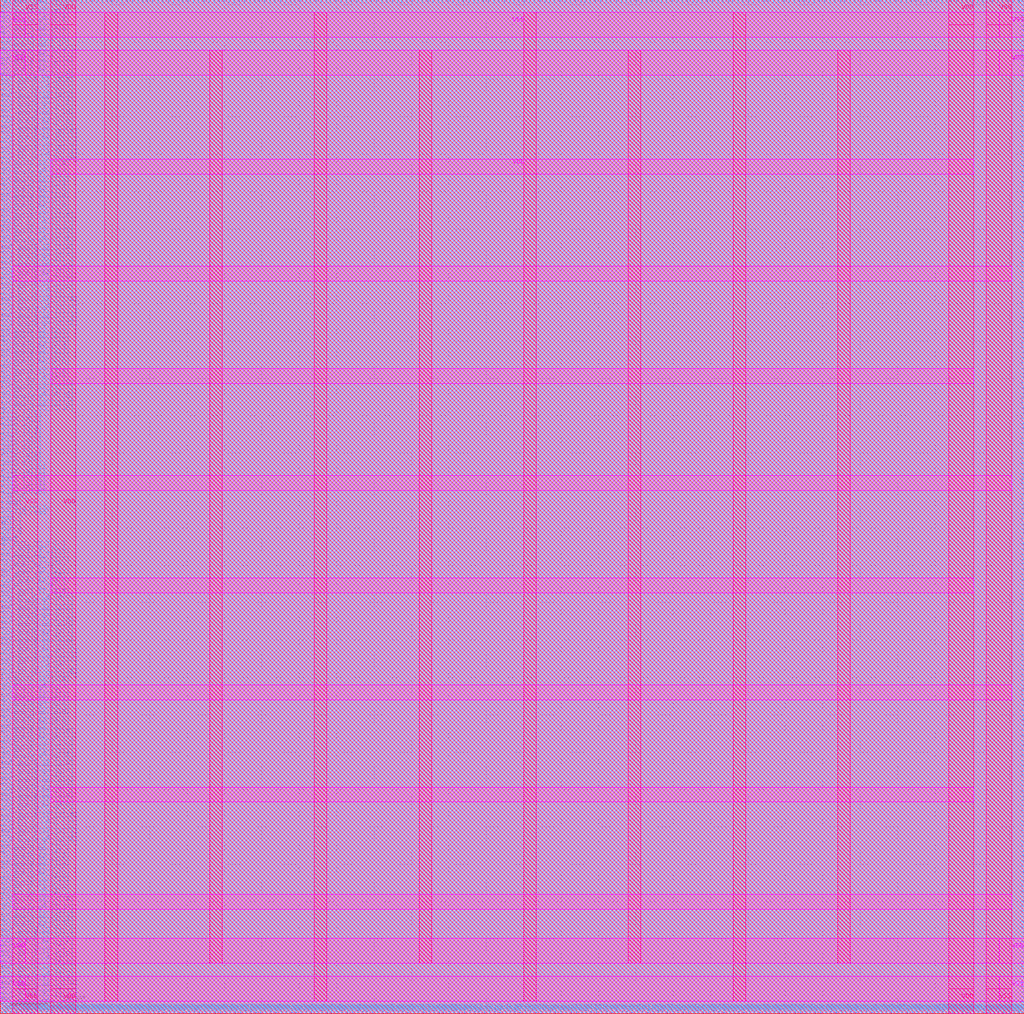
<source format=lef>
###############################################################
#  Generated by:      Cadence Innovus 20.13-s083_1
#  OS:                Linux x86_64(Host ID r6cad-tsmc40r.stanford.edu)
#  Generated on:      Mon May 24 15:55:57 2021
#  Design:            pe_tile_new_unq1
#  Command:           write_lef_abstract -specifyTopLayer 5 -PGPinLayers {6 7} -noCutObs -stripePin results/pe_tile_new_unq1.lef
###############################################################

VERSION 5.8 ;

BUSBITCHARS "[]" ;
DIVIDERCHAR "/" ;

MACRO pe_tile_new_unq1
  CLASS BLOCK ;
  SIZE 136.920000 BY 135.660000 ;
  FOREIGN pe_tile_new_unq1 0.000000 0.000000 ;
  ORIGIN 0 0 ;
  SYMMETRY X Y R90 ;
  PIN clk_in
    DIRECTION INPUT ;
    USE SIGNAL ;
    ANTENNAPARTIALMETALAREA 0.1778 LAYER M4  ;
    ANTENNAPARTIALMETALSIDEAREA 0.7308 LAYER M4  ;
    ANTENNAMODEL OXIDE1 ;
    ANTENNAGATEAREA 0.4088 LAYER M4  ;
    ANTENNAMAXAREACAR 14.4512 LAYER M4  ;
    ANTENNAMAXSIDEAREACAR 56.4744 LAYER M4  ;
    ANTENNAMAXCUTCAR 0.212121 LAYER VIA4  ;
    PORT
      LAYER M4 ;
        RECT 0.000000 68.425000 0.390000 68.495000 ;
    END
  END clk_in
  PIN config_addr[31]
    DIRECTION INPUT ;
    USE SIGNAL ;
    ANTENNAPARTIALMETALAREA 0.147 LAYER M4  ;
    ANTENNAPARTIALMETALSIDEAREA 0.574 LAYER M4  ;
    ANTENNAMODEL OXIDE1 ;
    ANTENNAGATEAREA 0.016 LAYER M4  ;
    ANTENNAMAXAREACAR 109.725 LAYER M4  ;
    ANTENNAMAXSIDEAREACAR 433.625 LAYER M4  ;
    ANTENNAPARTIALCUTAREA 0.0098 LAYER VIA4  ;
    ANTENNAMAXCUTCAR 3.36875 LAYER VIA4  ;
    ANTENNAPARTIALMETALAREA 1.30025 LAYER M5  ;
    ANTENNAPARTIALMETALSIDEAREA 5.187 LAYER M5  ;
    ANTENNAGATEAREA 0.256 LAYER M5  ;
    ANTENNAMAXAREACAR 114.804 LAYER M5  ;
    ANTENNAMAXSIDEAREACAR 453.887 LAYER M5  ;
    ANTENNAMAXCUTCAR 3.36875 LAYER VIA5  ;
    PORT
      LAYER M4 ;
        RECT 136.530000 60.725000 136.920000 60.795000 ;
    END
  END config_addr[31]
  PIN config_addr[30]
    DIRECTION INPUT ;
    USE SIGNAL ;
    ANTENNAPARTIALMETALAREA 0.1099 LAYER M4  ;
    ANTENNAPARTIALMETALSIDEAREA 0.4396 LAYER M4  ;
    ANTENNAPARTIALCUTAREA 0.0098 LAYER VIA4  ;
    ANTENNAPARTIALMETALAREA 2.4941 LAYER M5  ;
    ANTENNAPARTIALMETALSIDEAREA 9.8952 LAYER M5  ;
    ANTENNAMODEL OXIDE1 ;
    ANTENNAGATEAREA 0.256 LAYER M5  ;
    ANTENNAMAXAREACAR 29.3316 LAYER M5  ;
    ANTENNAMAXSIDEAREACAR 117.515 LAYER M5  ;
    ANTENNAMAXCUTCAR 2.14375 LAYER VIA5  ;
    PORT
      LAYER M4 ;
        RECT 136.530000 61.425000 136.920000 61.495000 ;
    END
  END config_addr[30]
  PIN config_addr[29]
    DIRECTION INPUT ;
    USE SIGNAL ;
    ANTENNAPARTIALMETALAREA 0.0399 LAYER M4  ;
    ANTENNAPARTIALMETALSIDEAREA 0.126 LAYER M4  ;
    ANTENNAMODEL OXIDE1 ;
    ANTENNAGATEAREA 0.256 LAYER M4  ;
    ANTENNAMAXAREACAR 29.2131 LAYER M4  ;
    ANTENNAMAXSIDEAREACAR 114.527 LAYER M4  ;
    ANTENNAMAXCUTCAR 1.56953 LAYER VIA4  ;
    PORT
      LAYER M4 ;
        RECT 136.530000 62.125000 136.920000 62.195000 ;
    END
  END config_addr[29]
  PIN config_addr[28]
    DIRECTION INPUT ;
    USE SIGNAL ;
    ANTENNAPARTIALMETALAREA 0.1176 LAYER M4  ;
    ANTENNAPARTIALMETALSIDEAREA 0.49 LAYER M4  ;
    ANTENNAMODEL OXIDE1 ;
    ANTENNAGATEAREA 0.042 LAYER M4  ;
    ANTENNAMAXAREACAR 37.1177 LAYER M4  ;
    ANTENNAMAXSIDEAREACAR 146.323 LAYER M4  ;
    ANTENNAPARTIALCUTAREA 0.0098 LAYER VIA4  ;
    ANTENNAMAXCUTCAR 1.925 LAYER VIA4  ;
    ANTENNAPARTIALMETALAREA 1.6135 LAYER M5  ;
    ANTENNAPARTIALMETALSIDEAREA 6.4064 LAYER M5  ;
    ANTENNAGATEAREA 0.41 LAYER M5  ;
    ANTENNAMAXAREACAR 41.0531 LAYER M5  ;
    ANTENNAMAXSIDEAREACAR 161.948 LAYER M5  ;
    ANTENNAMAXCUTCAR 2.01726 LAYER VIA5  ;
    PORT
      LAYER M4 ;
        RECT 136.530000 62.825000 136.920000 62.895000 ;
    END
  END config_addr[28]
  PIN config_addr[27]
    DIRECTION INPUT ;
    USE SIGNAL ;
    ANTENNAPARTIALMETALAREA 0.5138 LAYER M4  ;
    ANTENNAPARTIALMETALSIDEAREA 2.0328 LAYER M4  ;
    ANTENNAMODEL OXIDE1 ;
    ANTENNAGATEAREA 0.202 LAYER M4  ;
    ANTENNAMAXAREACAR 48.1704 LAYER M4  ;
    ANTENNAMAXSIDEAREACAR 186.706 LAYER M4  ;
    ANTENNAPARTIALCUTAREA 0.0098 LAYER VIA4  ;
    ANTENNAMAXCUTCAR 2.86601 LAYER VIA4  ;
    ANTENNAPARTIALMETALAREA 1.7066 LAYER M5  ;
    ANTENNAPARTIALMETALSIDEAREA 6.6976 LAYER M5  ;
    ANTENNAGATEAREA 0.378 LAYER M5  ;
    ANTENNAMAXAREACAR 52.6853 LAYER M5  ;
    ANTENNAMAXSIDEAREACAR 204.424 LAYER M5  ;
    ANTENNAMAXCUTCAR 2.86601 LAYER VIA5  ;
    PORT
      LAYER M4 ;
        RECT 136.530000 63.525000 136.920000 63.595000 ;
    END
  END config_addr[27]
  PIN config_addr[26]
    DIRECTION INPUT ;
    USE SIGNAL ;
    ANTENNAPARTIALMETALAREA 0.1673 LAYER M4  ;
    ANTENNAPARTIALMETALSIDEAREA 0.7084 LAYER M4  ;
    ANTENNAMODEL OXIDE1 ;
    ANTENNAGATEAREA 0.186 LAYER M4  ;
    ANTENNAMAXAREACAR 38.4808 LAYER M4  ;
    ANTENNAMAXSIDEAREACAR 152.124 LAYER M4  ;
    ANTENNAPARTIALCUTAREA 0.0098 LAYER VIA4  ;
    ANTENNAMAXCUTCAR 2.50269 LAYER VIA4  ;
    ANTENNAPARTIALMETALAREA 1.7941 LAYER M5  ;
    ANTENNAPARTIALMETALSIDEAREA 7.0672 LAYER M5  ;
    ANTENNAGATEAREA 0.382 LAYER M5  ;
    ANTENNAMAXAREACAR 44.6403 LAYER M5  ;
    ANTENNAMAXSIDEAREACAR 176.591 LAYER M5  ;
    ANTENNAMAXCUTCAR 2.50269 LAYER VIA5  ;
    PORT
      LAYER M4 ;
        RECT 136.530000 64.225000 136.920000 64.295000 ;
    END
  END config_addr[26]
  PIN config_addr[25]
    DIRECTION INPUT ;
    USE SIGNAL ;
    ANTENNAPARTIALMETALAREA 0.7462 LAYER M4  ;
    ANTENNAPARTIALMETALSIDEAREA 3.0044 LAYER M4  ;
    ANTENNAMODEL OXIDE1 ;
    ANTENNAGATEAREA 0.122 LAYER M4  ;
    ANTENNAMAXAREACAR 52.6664 LAYER M4  ;
    ANTENNAMAXSIDEAREACAR 207.284 LAYER M4  ;
    ANTENNAPARTIALCUTAREA 0.0098 LAYER VIA4  ;
    ANTENNAMAXCUTCAR 1.91783 LAYER VIA4  ;
    ANTENNAPARTIALMETALAREA 3.6729 LAYER M5  ;
    ANTENNAPARTIALMETALSIDEAREA 14.5152 LAYER M5  ;
    ANTENNAGATEAREA 0.398 LAYER M5  ;
    ANTENNAMAXAREACAR 61.8948 LAYER M5  ;
    ANTENNAMAXSIDEAREACAR 243.754 LAYER M5  ;
    ANTENNAMAXCUTCAR 3.36875 LAYER VIA5  ;
    PORT
      LAYER M4 ;
        RECT 136.530000 64.785000 136.920000 64.855000 ;
    END
  END config_addr[25]
  PIN config_addr[24]
    DIRECTION INPUT ;
    USE SIGNAL ;
    ANTENNAPARTIALMETALAREA 0.52465 LAYER M4  ;
    ANTENNAPARTIALMETALSIDEAREA 2.0706 LAYER M4  ;
    ANTENNAMODEL OXIDE1 ;
    ANTENNAGATEAREA 0.122 LAYER M4  ;
    ANTENNAMAXAREACAR 65.3081 LAYER M4  ;
    ANTENNAMAXSIDEAREACAR 257.461 LAYER M4  ;
    ANTENNAPARTIALCUTAREA 0.0098 LAYER VIA4  ;
    ANTENNAMAXCUTCAR 1.96494 LAYER VIA4  ;
    ANTENNAPARTIALMETALAREA 3.00195 LAYER M5  ;
    ANTENNAPARTIALMETALSIDEAREA 11.8706 LAYER M5  ;
    ANTENNAGATEAREA 0.596 LAYER M5  ;
    ANTENNAMAXAREACAR 70.3449 LAYER M5  ;
    ANTENNAMAXSIDEAREACAR 277.378 LAYER M5  ;
    ANTENNAMAXCUTCAR 3.0625 LAYER VIA5  ;
    PORT
      LAYER M4 ;
        RECT 136.530000 65.485000 136.920000 65.555000 ;
    END
  END config_addr[24]
  PIN config_addr[23]
    DIRECTION INPUT ;
    USE SIGNAL ;
    ANTENNAPARTIALMETALAREA 0.0497 LAYER M4  ;
    ANTENNAPARTIALMETALSIDEAREA 0.1652 LAYER M4  ;
    ANTENNAMODEL OXIDE1 ;
    ANTENNAGATEAREA 0.016 LAYER M4  ;
    ANTENNAMAXAREACAR 72.4281 LAYER M4  ;
    ANTENNAMAXSIDEAREACAR 288.466 LAYER M4  ;
    ANTENNAMAXCUTCAR 1.8375 LAYER VIA4  ;
    PORT
      LAYER M4 ;
        RECT 136.530000 66.185000 136.920000 66.255000 ;
    END
  END config_addr[23]
  PIN config_addr[22]
    DIRECTION INPUT ;
    USE SIGNAL ;
    ANTENNAPARTIALMETALAREA 0.0217 LAYER M4  ;
    ANTENNAPARTIALMETALSIDEAREA 0.0868 LAYER M4  ;
    ANTENNAMODEL OXIDE1 ;
    ANTENNAGATEAREA 0.016 LAYER M4  ;
    ANTENNAMAXAREACAR 69.0375 LAYER M4  ;
    ANTENNAMAXSIDEAREACAR 274.725 LAYER M4  ;
    ANTENNAMAXCUTCAR 1.8375 LAYER VIA4  ;
    PORT
      LAYER M4 ;
        RECT 136.530000 66.885000 136.920000 66.955000 ;
    END
  END config_addr[22]
  PIN config_addr[21]
    DIRECTION INPUT ;
    USE SIGNAL ;
    ANTENNAPARTIALMETALAREA 0.0217 LAYER M4  ;
    ANTENNAPARTIALMETALSIDEAREA 0.0868 LAYER M4  ;
    ANTENNAMODEL OXIDE1 ;
    ANTENNAGATEAREA 0.016 LAYER M4  ;
    ANTENNAMAXAREACAR 65.4062 LAYER M4  ;
    ANTENNAMAXSIDEAREACAR 235.15 LAYER M4  ;
    ANTENNAMAXCUTCAR 1.8375 LAYER VIA4  ;
    PORT
      LAYER M4 ;
        RECT 136.530000 67.585000 136.920000 67.655000 ;
    END
  END config_addr[21]
  PIN config_addr[20]
    DIRECTION INPUT ;
    USE SIGNAL ;
    ANTENNAPARTIALMETALAREA 0.03115 LAYER M4  ;
    ANTENNAPARTIALMETALSIDEAREA 0.1246 LAYER M4  ;
    ANTENNAMODEL OXIDE1 ;
    ANTENNAGATEAREA 0.016 LAYER M4  ;
    ANTENNAMAXAREACAR 65.2531 LAYER M4  ;
    ANTENNAMAXSIDEAREACAR 257.487 LAYER M4  ;
    ANTENNAMAXCUTCAR 1.53125 LAYER VIA4  ;
    PORT
      LAYER M4 ;
        RECT 136.530000 68.145000 136.920000 68.215000 ;
    END
  END config_addr[20]
  PIN config_addr[19]
    DIRECTION INPUT ;
    USE SIGNAL ;
    ANTENNAPARTIALMETALAREA 0.1589 LAYER M4  ;
    ANTENNAPARTIALMETALSIDEAREA 0.6356 LAYER M4  ;
    ANTENNAPARTIALCUTAREA 0.0098 LAYER VIA4  ;
    ANTENNAPARTIALMETALAREA 2.9855 LAYER M5  ;
    ANTENNAPARTIALMETALSIDEAREA 11.8944 LAYER M5  ;
    ANTENNAMODEL OXIDE1 ;
    ANTENNAGATEAREA 0.058 LAYER M5  ;
    ANTENNAMAXAREACAR 60.2867 LAYER M5  ;
    ANTENNAMAXSIDEAREACAR 239.378 LAYER M5  ;
    ANTENNAMAXCUTCAR 1.56293 LAYER VIA5  ;
    PORT
      LAYER M4 ;
        RECT 136.530000 68.845000 136.920000 68.915000 ;
    END
  END config_addr[19]
  PIN config_addr[18]
    DIRECTION INPUT ;
    USE SIGNAL ;
    ANTENNAPARTIALMETALAREA 0.0217 LAYER M4  ;
    ANTENNAPARTIALMETALSIDEAREA 0.0868 LAYER M4  ;
    ANTENNAPARTIALCUTAREA 0.0098 LAYER VIA4  ;
    ANTENNAPARTIALMETALAREA 3.0443 LAYER M5  ;
    ANTENNAPARTIALMETALSIDEAREA 12.1296 LAYER M5  ;
    ANTENNAMODEL OXIDE1 ;
    ANTENNAGATEAREA 0.154 LAYER M5  ;
    ANTENNAMAXAREACAR 34.7659 LAYER M5  ;
    ANTENNAMAXSIDEAREACAR 136.844 LAYER M5  ;
    ANTENNAMAXCUTCAR 1.35227 LAYER VIA5  ;
    PORT
      LAYER M4 ;
        RECT 136.530000 69.545000 136.920000 69.615000 ;
    END
  END config_addr[18]
  PIN config_addr[17]
    DIRECTION INPUT ;
    USE SIGNAL ;
    ANTENNAPARTIALMETALAREA 0.0217 LAYER M4  ;
    ANTENNAPARTIALMETALSIDEAREA 0.0868 LAYER M4  ;
    ANTENNAPARTIALCUTAREA 0.0098 LAYER VIA4  ;
    ANTENNAPARTIALMETALAREA 2.8973 LAYER M5  ;
    ANTENNAPARTIALMETALSIDEAREA 11.5416 LAYER M5  ;
    ANTENNAMODEL OXIDE1 ;
    ANTENNAGATEAREA 0.074 LAYER M5  ;
    ANTENNAMAXAREACAR 62.0779 LAYER M5  ;
    ANTENNAMAXSIDEAREACAR 243.086 LAYER M5  ;
    ANTENNAMAXCUTCAR 1.48986 LAYER VIA5  ;
    PORT
      LAYER M4 ;
        RECT 136.530000 70.245000 136.920000 70.315000 ;
    END
  END config_addr[17]
  PIN config_addr[16]
    DIRECTION INPUT ;
    USE SIGNAL ;
    ANTENNAPARTIALMETALAREA 0.0497 LAYER M4  ;
    ANTENNAPARTIALMETALSIDEAREA 0.1652 LAYER M4  ;
    ANTENNAPARTIALCUTAREA 0.0098 LAYER VIA4  ;
    ANTENNAPARTIALMETALAREA 3.0324 LAYER M5  ;
    ANTENNAPARTIALMETALSIDEAREA 12.068 LAYER M5  ;
    ANTENNAMODEL OXIDE1 ;
    ANTENNAGATEAREA 0.128 LAYER M5  ;
    ANTENNAMAXAREACAR 37.3762 LAYER M5  ;
    ANTENNAMAXSIDEAREACAR 147.436 LAYER M5  ;
    ANTENNAMAXCUTCAR 1.68438 LAYER VIA5  ;
    PORT
      LAYER M4 ;
        RECT 136.530000 70.945000 136.920000 71.015000 ;
    END
  END config_addr[16]
  PIN config_addr[15]
    DIRECTION INPUT ;
    USE SIGNAL ;
    ANTENNAPARTIALMETALAREA 0.1001 LAYER M4  ;
    ANTENNAPARTIALMETALSIDEAREA 0.4004 LAYER M4  ;
    ANTENNAMODEL OXIDE1 ;
    ANTENNAGATEAREA 0.016 LAYER M4  ;
    ANTENNAMAXAREACAR 69.5188 LAYER M4  ;
    ANTENNAMAXSIDEAREACAR 271.728 LAYER M4  ;
    ANTENNAMAXCUTCAR 1.8375 LAYER VIA4  ;
    PORT
      LAYER M4 ;
        RECT 136.530000 71.505000 136.920000 71.575000 ;
    END
  END config_addr[15]
  PIN config_addr[14]
    DIRECTION INPUT ;
    USE SIGNAL ;
    ANTENNAPARTIALMETALAREA 0.0315 LAYER M4  ;
    ANTENNAPARTIALMETALSIDEAREA 0.126 LAYER M4  ;
    ANTENNAMODEL OXIDE1 ;
    ANTENNAGATEAREA 0.016 LAYER M4  ;
    ANTENNAMAXAREACAR 78.0938 LAYER M4  ;
    ANTENNAMAXSIDEAREACAR 306.028 LAYER M4  ;
    ANTENNAMAXCUTCAR 1.8375 LAYER VIA4  ;
    PORT
      LAYER M4 ;
        RECT 136.530000 72.205000 136.920000 72.275000 ;
    END
  END config_addr[14]
  PIN config_addr[13]
    DIRECTION INPUT ;
    USE SIGNAL ;
    ANTENNAPARTIALMETALAREA 0.02345 LAYER M4  ;
    ANTENNAPARTIALMETALSIDEAREA 0.0938 LAYER M4  ;
    ANTENNAMODEL OXIDE1 ;
    ANTENNAGATEAREA 0.016 LAYER M4  ;
    ANTENNAMAXAREACAR 70.2406 LAYER M4  ;
    ANTENNAMAXSIDEAREACAR 274.616 LAYER M4  ;
    ANTENNAMAXCUTCAR 1.8375 LAYER VIA4  ;
    PORT
      LAYER M4 ;
        RECT 136.530000 72.905000 136.920000 72.975000 ;
    END
  END config_addr[13]
  PIN config_addr[12]
    DIRECTION INPUT ;
    USE SIGNAL ;
    ANTENNAPARTIALMETALAREA 0.0315 LAYER M4  ;
    ANTENNAPARTIALMETALSIDEAREA 0.126 LAYER M4  ;
    ANTENNAPARTIALCUTAREA 0.0098 LAYER VIA4  ;
    ANTENNAPARTIALMETALAREA 1.0647 LAYER M5  ;
    ANTENNAPARTIALMETALSIDEAREA 4.2112 LAYER M5  ;
    ANTENNAMODEL OXIDE1 ;
    ANTENNAGATEAREA 0.016 LAYER M5  ;
    ANTENNAMAXAREACAR 83.0375 LAYER M5  ;
    ANTENNAMAXSIDEAREACAR 324.053 LAYER M5  ;
    ANTENNAMAXCUTCAR 2.45 LAYER VIA5  ;
    PORT
      LAYER M4 ;
        RECT 136.530000 73.605000 136.920000 73.675000 ;
    END
  END config_addr[12]
  PIN config_addr[11]
    DIRECTION INPUT ;
    USE SIGNAL ;
    ANTENNAPARTIALMETALAREA 0.1001 LAYER M4  ;
    ANTENNAPARTIALMETALSIDEAREA 0.4004 LAYER M4  ;
    ANTENNAMODEL OXIDE1 ;
    ANTENNAGATEAREA 0.016 LAYER M4  ;
    ANTENNAMAXAREACAR 70.7438 LAYER M4  ;
    ANTENNAMAXSIDEAREACAR 276.628 LAYER M4  ;
    ANTENNAMAXCUTCAR 1.8375 LAYER VIA4  ;
    PORT
      LAYER M4 ;
        RECT 136.530000 74.305000 136.920000 74.375000 ;
    END
  END config_addr[11]
  PIN config_addr[10]
    DIRECTION INPUT ;
    USE SIGNAL ;
    ANTENNAPARTIALMETALAREA 0.0217 LAYER M4  ;
    ANTENNAPARTIALMETALSIDEAREA 0.0868 LAYER M4  ;
    ANTENNAMODEL OXIDE1 ;
    ANTENNAGATEAREA 0.016 LAYER M4  ;
    ANTENNAMAXAREACAR 79.3187 LAYER M4  ;
    ANTENNAMAXSIDEAREACAR 310.928 LAYER M4  ;
    ANTENNAMAXCUTCAR 1.8375 LAYER VIA4  ;
    PORT
      LAYER M4 ;
        RECT 136.530000 75.005000 136.920000 75.075000 ;
    END
  END config_addr[10]
  PIN config_addr[9]
    DIRECTION INPUT ;
    USE SIGNAL ;
    ANTENNAPARTIALMETALAREA 0.0217 LAYER M4  ;
    ANTENNAPARTIALMETALSIDEAREA 0.0868 LAYER M4  ;
    ANTENNAMODEL OXIDE1 ;
    ANTENNAGATEAREA 0.016 LAYER M4  ;
    ANTENNAMAXAREACAR 90.3438 LAYER M4  ;
    ANTENNAMAXSIDEAREACAR 355.028 LAYER M4  ;
    ANTENNAMAXCUTCAR 1.8375 LAYER VIA4  ;
    PORT
      LAYER M4 ;
        RECT 136.530000 75.565000 136.920000 75.635000 ;
    END
  END config_addr[9]
  PIN config_addr[8]
    DIRECTION INPUT ;
    USE SIGNAL ;
    ANTENNAPARTIALMETALAREA 0.0315 LAYER M4  ;
    ANTENNAPARTIALMETALSIDEAREA 0.126 LAYER M4  ;
    ANTENNAPARTIALCUTAREA 0.0098 LAYER VIA4  ;
    ANTENNAPARTIALMETALAREA 1.0353 LAYER M5  ;
    ANTENNAPARTIALMETALSIDEAREA 4.0936 LAYER M5  ;
    ANTENNAMODEL OXIDE1 ;
    ANTENNAGATEAREA 0.016 LAYER M5  ;
    ANTENNAMAXAREACAR 80.675 LAYER M5  ;
    ANTENNAMAXSIDEAREACAR 314.603 LAYER M5  ;
    ANTENNAMAXCUTCAR 2.45 LAYER VIA5  ;
    PORT
      LAYER M4 ;
        RECT 136.530000 76.265000 136.920000 76.335000 ;
    END
  END config_addr[8]
  PIN config_addr[7]
    DIRECTION INPUT ;
    USE SIGNAL ;
    ANTENNAPARTIALMETALAREA 0.0217 LAYER M4  ;
    ANTENNAPARTIALMETALSIDEAREA 0.0868 LAYER M4  ;
    ANTENNAMODEL OXIDE1 ;
    ANTENNAGATEAREA 0.016 LAYER M4  ;
    ANTENNAMAXAREACAR 80.5437 LAYER M4  ;
    ANTENNAMAXSIDEAREACAR 315.828 LAYER M4  ;
    ANTENNAMAXCUTCAR 1.8375 LAYER VIA4  ;
    PORT
      LAYER M4 ;
        RECT 136.530000 76.965000 136.920000 77.035000 ;
    END
  END config_addr[7]
  PIN config_addr[6]
    DIRECTION INPUT ;
    USE SIGNAL ;
    ANTENNAPARTIALMETALAREA 0.0217 LAYER M4  ;
    ANTENNAPARTIALMETALSIDEAREA 0.0868 LAYER M4  ;
    ANTENNAPARTIALCUTAREA 0.0098 LAYER VIA4  ;
    ANTENNAPARTIALMETALAREA 0.2023 LAYER M5  ;
    ANTENNAPARTIALMETALSIDEAREA 0.7616 LAYER M5  ;
    ANTENNAMODEL OXIDE1 ;
    ANTENNAGATEAREA 0.032 LAYER M5  ;
    ANTENNAMAXAREACAR 43.1953 LAYER M5  ;
    ANTENNAMAXSIDEAREACAR 168.944 LAYER M5  ;
    ANTENNAMAXCUTCAR 1.53125 LAYER VIA5  ;
    PORT
      LAYER M4 ;
        RECT 136.530000 77.665000 136.920000 77.735000 ;
    END
  END config_addr[6]
  PIN config_addr[5]
    DIRECTION INPUT ;
    USE SIGNAL ;
    ANTENNAPARTIALMETALAREA 0.0903 LAYER M4  ;
    ANTENNAPARTIALMETALSIDEAREA 0.3612 LAYER M4  ;
    ANTENNAMODEL OXIDE1 ;
    ANTENNAGATEAREA 0.016 LAYER M4  ;
    ANTENNAMAXAREACAR 71.9688 LAYER M4  ;
    ANTENNAMAXSIDEAREACAR 281.528 LAYER M4  ;
    ANTENNAMAXCUTCAR 1.8375 LAYER VIA4  ;
    PORT
      LAYER M4 ;
        RECT 136.530000 78.365000 136.920000 78.435000 ;
    END
  END config_addr[5]
  PIN config_addr[4]
    DIRECTION INPUT ;
    USE SIGNAL ;
    ANTENNAPARTIALMETALAREA 0.0217 LAYER M4  ;
    ANTENNAPARTIALMETALSIDEAREA 0.0868 LAYER M4  ;
    ANTENNAMODEL OXIDE1 ;
    ANTENNAGATEAREA 0.016 LAYER M4  ;
    ANTENNAMAXAREACAR 81.1562 LAYER M4  ;
    ANTENNAMAXSIDEAREACAR 318.278 LAYER M4  ;
    ANTENNAMAXCUTCAR 1.8375 LAYER VIA4  ;
    PORT
      LAYER M4 ;
        RECT 136.530000 78.925000 136.920000 78.995000 ;
    END
  END config_addr[4]
  PIN config_addr[3]
    DIRECTION INPUT ;
    USE SIGNAL ;
    ANTENNAPARTIALMETALAREA 0.1295 LAYER M4  ;
    ANTENNAPARTIALMETALSIDEAREA 0.518 LAYER M4  ;
    ANTENNAMODEL OXIDE1 ;
    ANTENNAGATEAREA 0.032 LAYER M4  ;
    ANTENNAMAXAREACAR 35.3359 LAYER M4  ;
    ANTENNAMAXSIDEAREACAR 140.227 LAYER M4  ;
    ANTENNAMAXCUTCAR 0.91875 LAYER VIA4  ;
    PORT
      LAYER M4 ;
        RECT 136.530000 79.625000 136.920000 79.695000 ;
    END
  END config_addr[3]
  PIN config_addr[2]
    DIRECTION INPUT ;
    USE SIGNAL ;
    ANTENNAPARTIALMETALAREA 0.0217 LAYER M4  ;
    ANTENNAPARTIALMETALSIDEAREA 0.0868 LAYER M4  ;
    ANTENNAMODEL OXIDE1 ;
    ANTENNAGATEAREA 0.032 LAYER M4  ;
    ANTENNAMAXAREACAR 43.0281 LAYER M4  ;
    ANTENNAMAXSIDEAREACAR 169.288 LAYER M4  ;
    ANTENNAMAXCUTCAR 1.225 LAYER VIA4  ;
    PORT
      LAYER M4 ;
        RECT 136.530000 80.325000 136.920000 80.395000 ;
    END
  END config_addr[2]
  PIN config_addr[1]
    DIRECTION INPUT ;
    USE SIGNAL ;
    ANTENNAPARTIALMETALAREA 0.13895 LAYER M4  ;
    ANTENNAPARTIALMETALSIDEAREA 0.5558 LAYER M4  ;
    ANTENNAMODEL OXIDE1 ;
    ANTENNAGATEAREA 0.016 LAYER M4  ;
    ANTENNAMAXAREACAR 85.4656 LAYER M4  ;
    ANTENNAMAXSIDEAREACAR 335.516 LAYER M4  ;
    ANTENNAMAXCUTCAR 1.8375 LAYER VIA4  ;
    PORT
      LAYER M4 ;
        RECT 136.530000 81.025000 136.920000 81.095000 ;
    END
  END config_addr[1]
  PIN config_addr[0]
    DIRECTION INPUT ;
    USE SIGNAL ;
    ANTENNAPARTIALMETALAREA 0.2667 LAYER M4  ;
    ANTENNAPARTIALMETALSIDEAREA 1.0668 LAYER M4  ;
    ANTENNAMODEL OXIDE1 ;
    ANTENNAGATEAREA 0.032 LAYER M4  ;
    ANTENNAMAXAREACAR 37.4578 LAYER M4  ;
    ANTENNAMAXSIDEAREACAR 148.714 LAYER M4  ;
    ANTENNAMAXCUTCAR 0.91875 LAYER VIA4  ;
    PORT
      LAYER M4 ;
        RECT 136.530000 81.725000 136.920000 81.795000 ;
    END
  END config_addr[0]
  PIN config_data[31]
    DIRECTION INPUT ;
    USE SIGNAL ;
    ANTENNAPARTIALMETALAREA 0.09485 LAYER M4  ;
    ANTENNAPARTIALMETALSIDEAREA 0.3794 LAYER M4  ;
    ANTENNAPARTIALCUTAREA 0.0098 LAYER VIA4  ;
    ANTENNAPARTIALMETALAREA 2.3282 LAYER M5  ;
    ANTENNAPARTIALMETALSIDEAREA 9.1224 LAYER M5  ;
    ANTENNAMODEL OXIDE1 ;
    ANTENNAGATEAREA 0.3004 LAYER M5  ;
    ANTENNAMAXAREACAR 97.7867 LAYER M5  ;
    ANTENNAMAXSIDEAREACAR 388.881 LAYER M5  ;
    ANTENNAMAXCUTCAR 3.20747 LAYER VIA5  ;
    PORT
      LAYER M4 ;
        RECT 75.495000 135.270000 75.565000 135.660000 ;
    END
  END config_data[31]
  PIN config_data[30]
    DIRECTION INPUT ;
    USE SIGNAL ;
    ANTENNAPARTIALMETALAREA 5.85445 LAYER M4  ;
    ANTENNAPARTIALMETALSIDEAREA 23.3562 LAYER M4  ;
    ANTENNAMODEL OXIDE1 ;
    ANTENNAGATEAREA 0.1136 LAYER M4  ;
    ANTENNAMAXAREACAR 75.7672 LAYER M4  ;
    ANTENNAMAXSIDEAREACAR 300.412 LAYER M4  ;
    ANTENNAPARTIALCUTAREA 0.0098 LAYER VIA4  ;
    ANTENNAMAXCUTCAR 1.92377 LAYER VIA4  ;
    ANTENNAPARTIALMETALAREA 0.8799 LAYER M5  ;
    ANTENNAPARTIALMETALSIDEAREA 3.5056 LAYER M5  ;
    ANTENNAGATEAREA 0.3004 LAYER M5  ;
    ANTENNAMAXAREACAR 78.6963 LAYER M5  ;
    ANTENNAMAXSIDEAREACAR 312.082 LAYER M5  ;
    ANTENNAMAXCUTCAR 2.06066 LAYER VIA5  ;
    PORT
      LAYER M4 ;
        RECT 74.795000 135.270000 74.865000 135.660000 ;
    END
  END config_data[30]
  PIN config_data[29]
    DIRECTION INPUT ;
    USE SIGNAL ;
    ANTENNAPARTIALMETALAREA 0.20265 LAYER M4  ;
    ANTENNAPARTIALMETALSIDEAREA 0.8106 LAYER M4  ;
    ANTENNAPARTIALCUTAREA 0.0098 LAYER VIA4  ;
    ANTENNAPARTIALMETALAREA 3.9851 LAYER M5  ;
    ANTENNAPARTIALMETALSIDEAREA 15.7304 LAYER M5  ;
    ANTENNAMODEL OXIDE1 ;
    ANTENNAGATEAREA 0.3004 LAYER M5  ;
    ANTENNAMAXAREACAR 158.249 LAYER M5  ;
    ANTENNAMAXSIDEAREACAR 628.567 LAYER M5  ;
    ANTENNAMAXCUTCAR 2.23862 LAYER VIA5  ;
    PORT
      LAYER M4 ;
        RECT 74.095000 135.270000 74.165000 135.660000 ;
    END
  END config_data[29]
  PIN config_data[28]
    DIRECTION INPUT ;
    USE SIGNAL ;
    ANTENNAPARTIALMETALAREA 6.53905 LAYER M4  ;
    ANTENNAPARTIALMETALSIDEAREA 26.1282 LAYER M4  ;
    ANTENNAMODEL OXIDE1 ;
    ANTENNAGATEAREA 0.0648 LAYER M4  ;
    ANTENNAMAXAREACAR 124.83 LAYER M4  ;
    ANTENNAMAXSIDEAREACAR 496.688 LAYER M4  ;
    ANTENNAPARTIALCUTAREA 0.0098 LAYER VIA4  ;
    ANTENNAMAXCUTCAR 1.98873 LAYER VIA4  ;
    ANTENNAPARTIALMETALAREA 2.0972 LAYER M5  ;
    ANTENNAPARTIALMETALSIDEAREA 8.2264 LAYER M5  ;
    ANTENNAGATEAREA 0.3004 LAYER M5  ;
    ANTENNAMAXAREACAR 131.811 LAYER M5  ;
    ANTENNAMAXSIDEAREACAR 524.073 LAYER M5  ;
    ANTENNAMAXCUTCAR 1.98873 LAYER VIA5  ;
    PORT
      LAYER M4 ;
        RECT 73.395000 135.270000 73.465000 135.660000 ;
    END
  END config_data[28]
  PIN config_data[27]
    DIRECTION INPUT ;
    USE SIGNAL ;
    ANTENNAPARTIALMETALAREA 1.18195 LAYER M4  ;
    ANTENNAPARTIALMETALSIDEAREA 4.7474 LAYER M4  ;
    ANTENNAPARTIALCUTAREA 0.0098 LAYER VIA4  ;
    ANTENNAPARTIALMETALAREA 1.3552 LAYER M5  ;
    ANTENNAPARTIALMETALSIDEAREA 5.3256 LAYER M5  ;
    ANTENNAMODEL OXIDE1 ;
    ANTENNAGATEAREA 0.3004 LAYER M5  ;
    ANTENNAMAXAREACAR 62.9379 LAYER M5  ;
    ANTENNAMAXSIDEAREACAR 248.868 LAYER M5  ;
    ANTENNAMAXCUTCAR 1.78805 LAYER VIA5  ;
    PORT
      LAYER M4 ;
        RECT 72.835000 135.270000 72.905000 135.660000 ;
    END
  END config_data[27]
  PIN config_data[26]
    DIRECTION INPUT ;
    USE SIGNAL ;
    ANTENNAPARTIALMETALAREA 1.36815 LAYER M4  ;
    ANTENNAPARTIALMETALSIDEAREA 5.4922 LAYER M4  ;
    ANTENNAPARTIALCUTAREA 0.0098 LAYER VIA4  ;
    ANTENNAPARTIALMETALAREA 1.757 LAYER M5  ;
    ANTENNAPARTIALMETALSIDEAREA 6.9328 LAYER M5  ;
    ANTENNAMODEL OXIDE1 ;
    ANTENNAGATEAREA 0.3004 LAYER M5  ;
    ANTENNAMAXAREACAR 90.1468 LAYER M5  ;
    ANTENNAMAXSIDEAREACAR 359.25 LAYER M5  ;
    ANTENNAMAXCUTCAR 2.756 LAYER VIA5  ;
    PORT
      LAYER M4 ;
        RECT 72.135000 135.270000 72.205000 135.660000 ;
    END
  END config_data[26]
  PIN config_data[25]
    DIRECTION INPUT ;
    USE SIGNAL ;
    ANTENNAPARTIALMETALAREA 2.38735 LAYER M4  ;
    ANTENNAPARTIALMETALSIDEAREA 9.569 LAYER M4  ;
    ANTENNAMODEL OXIDE1 ;
    ANTENNAGATEAREA 0.0648 LAYER M4  ;
    ANTENNAMAXAREACAR 57.7312 LAYER M4  ;
    ANTENNAMAXSIDEAREACAR 228.424 LAYER M4  ;
    ANTENNAPARTIALCUTAREA 0.0098 LAYER VIA4  ;
    ANTENNAMAXCUTCAR 2.23131 LAYER VIA4  ;
    ANTENNAPARTIALMETALAREA 1.8011 LAYER M5  ;
    ANTENNAPARTIALMETALSIDEAREA 7.028 LAYER M5  ;
    ANTENNAGATEAREA 0.3004 LAYER M5  ;
    ANTENNAMAXAREACAR 100.615 LAYER M5  ;
    ANTENNAMAXSIDEAREACAR 399.144 LAYER M5  ;
    ANTENNAMAXCUTCAR 2.23131 LAYER VIA5  ;
    PORT
      LAYER M4 ;
        RECT 71.435000 135.270000 71.505000 135.660000 ;
    END
  END config_data[25]
  PIN config_data[24]
    DIRECTION INPUT ;
    USE SIGNAL ;
    ANTENNAPARTIALMETALAREA 0.84945 LAYER M4  ;
    ANTENNAPARTIALMETALSIDEAREA 3.3978 LAYER M4  ;
    ANTENNAPARTIALCUTAREA 0.0098 LAYER VIA4  ;
    ANTENNAPARTIALMETALAREA 1.7164 LAYER M5  ;
    ANTENNAPARTIALMETALSIDEAREA 6.7368 LAYER M5  ;
    ANTENNAMODEL OXIDE1 ;
    ANTENNAGATEAREA 0.3004 LAYER M5  ;
    ANTENNAMAXAREACAR 83.1642 LAYER M5  ;
    ANTENNAMAXSIDEAREACAR 330.596 LAYER M5  ;
    ANTENNAMAXCUTCAR 1.77909 LAYER VIA5  ;
    PORT
      LAYER M4 ;
        RECT 70.735000 135.270000 70.805000 135.660000 ;
    END
  END config_data[24]
  PIN config_data[23]
    DIRECTION INPUT ;
    USE SIGNAL ;
    ANTENNAPARTIALMETALAREA 0.16345 LAYER M4  ;
    ANTENNAPARTIALMETALSIDEAREA 0.6538 LAYER M4  ;
    ANTENNAPARTIALCUTAREA 0.0098 LAYER VIA4  ;
    ANTENNAPARTIALMETALAREA 2.6474 LAYER M5  ;
    ANTENNAPARTIALMETALSIDEAREA 10.4468 LAYER M5  ;
    ANTENNAMODEL OXIDE1 ;
    ANTENNAGATEAREA 0.3004 LAYER M5  ;
    ANTENNAMAXAREACAR 100.128 LAYER M5  ;
    ANTENNAMAXSIDEAREACAR 397.742 LAYER M5  ;
    ANTENNAMAXCUTCAR 2.0082 LAYER VIA5  ;
    PORT
      LAYER M4 ;
        RECT 70.035000 135.270000 70.105000 135.660000 ;
    END
  END config_data[23]
  PIN config_data[22]
    DIRECTION INPUT ;
    USE SIGNAL ;
    ANTENNAPARTIALMETALAREA 5.82155 LAYER M4  ;
    ANTENNAPARTIALMETALSIDEAREA 23.2442 LAYER M4  ;
    ANTENNAMODEL OXIDE1 ;
    ANTENNAGATEAREA 0.2516 LAYER M4  ;
    ANTENNAMAXAREACAR 99.6245 LAYER M4  ;
    ANTENNAMAXSIDEAREACAR 394.468 LAYER M4  ;
    ANTENNAPARTIALCUTAREA 0.0098 LAYER VIA4  ;
    ANTENNAMAXCUTCAR 1.75043 LAYER VIA4  ;
    ANTENNAPARTIALMETALAREA 0.4375 LAYER M5  ;
    ANTENNAPARTIALMETALSIDEAREA 1.7024 LAYER M5  ;
    ANTENNAGATEAREA 0.3004 LAYER M5  ;
    ANTENNAMAXAREACAR 101.081 LAYER M5  ;
    ANTENNAMAXSIDEAREACAR 400.135 LAYER M5  ;
    ANTENNAMAXCUTCAR 1.75043 LAYER VIA5  ;
    PORT
      LAYER M4 ;
        RECT 69.335000 135.270000 69.405000 135.660000 ;
    END
  END config_data[22]
  PIN config_data[21]
    DIRECTION INPUT ;
    USE SIGNAL ;
    ANTENNAPARTIALMETALAREA 0.39865 LAYER M4  ;
    ANTENNAPARTIALMETALSIDEAREA 1.5946 LAYER M4  ;
    ANTENNAPARTIALCUTAREA 0.0098 LAYER VIA4  ;
    ANTENNAPARTIALMETALAREA 2.926 LAYER M5  ;
    ANTENNAPARTIALMETALSIDEAREA 11.5136 LAYER M5  ;
    ANTENNAMODEL OXIDE1 ;
    ANTENNAGATEAREA 0.3004 LAYER M5  ;
    ANTENNAMAXAREACAR 152.24 LAYER M5  ;
    ANTENNAMAXSIDEAREACAR 604.951 LAYER M5  ;
    ANTENNAMAXCUTCAR 2.62512 LAYER VIA5  ;
    PORT
      LAYER M4 ;
        RECT 68.635000 135.270000 68.705000 135.660000 ;
    END
  END config_data[21]
  PIN config_data[20]
    DIRECTION INPUT ;
    USE SIGNAL ;
    ANTENNAPARTIALMETALAREA 7.12635 LAYER M4  ;
    ANTENNAPARTIALMETALSIDEAREA 28.497 LAYER M4  ;
    ANTENNAMODEL OXIDE1 ;
    ANTENNAGATEAREA 0.2516 LAYER M4  ;
    ANTENNAMAXAREACAR 69.8692 LAYER M4  ;
    ANTENNAMAXSIDEAREACAR 276.908 LAYER M4  ;
    ANTENNAPARTIALCUTAREA 0.0098 LAYER VIA4  ;
    ANTENNAMAXCUTCAR 1.51163 LAYER VIA4  ;
    ANTENNAPARTIALMETALAREA 1.4889 LAYER M5  ;
    ANTENNAPARTIALMETALSIDEAREA 5.9752 LAYER M5  ;
    ANTENNAGATEAREA 0.3004 LAYER M5  ;
    ANTENNAMAXAREACAR 74.8256 LAYER M5  ;
    ANTENNAMAXSIDEAREACAR 296.799 LAYER M5  ;
    ANTENNAMAXCUTCAR 1.60656 LAYER VIA5  ;
    PORT
      LAYER M4 ;
        RECT 68.075000 135.270000 68.145000 135.660000 ;
    END
  END config_data[20]
  PIN config_data[19]
    DIRECTION INPUT ;
    USE SIGNAL ;
    ANTENNAPARTIALMETALAREA 2.05415 LAYER M4  ;
    ANTENNAPARTIALMETALSIDEAREA 8.2362 LAYER M4  ;
    ANTENNAPARTIALCUTAREA 0.0098 LAYER VIA4  ;
    ANTENNAPARTIALMETALAREA 3.76985 LAYER M5  ;
    ANTENNAPARTIALMETALSIDEAREA 14.903 LAYER M5  ;
    ANTENNAMODEL OXIDE1 ;
    ANTENNAGATEAREA 0.3004 LAYER M5  ;
    ANTENNAMAXAREACAR 106.422 LAYER M5  ;
    ANTENNAMAXSIDEAREACAR 422.376 LAYER M5  ;
    ANTENNAMAXCUTCAR 2.03363 LAYER VIA5  ;
    PORT
      LAYER M4 ;
        RECT 67.375000 135.270000 67.445000 135.660000 ;
    END
  END config_data[19]
  PIN config_data[18]
    DIRECTION INPUT ;
    USE SIGNAL ;
    ANTENNAPARTIALMETALAREA 0.31045 LAYER M4  ;
    ANTENNAPARTIALMETALSIDEAREA 1.2418 LAYER M4  ;
    ANTENNAPARTIALCUTAREA 0.0098 LAYER VIA4  ;
    ANTENNAPARTIALMETALAREA 4.4989 LAYER M5  ;
    ANTENNAPARTIALMETALSIDEAREA 17.724 LAYER M5  ;
    ANTENNAMODEL OXIDE1 ;
    ANTENNAGATEAREA 0.3004 LAYER M5  ;
    ANTENNAMAXAREACAR 137.28 LAYER M5  ;
    ANTENNAMAXSIDEAREACAR 544.837 LAYER M5  ;
    ANTENNAMAXCUTCAR 2.40984 LAYER VIA5  ;
    PORT
      LAYER M4 ;
        RECT 66.675000 135.270000 66.745000 135.660000 ;
    END
  END config_data[18]
  PIN config_data[17]
    DIRECTION INPUT ;
    USE SIGNAL ;
    ANTENNAPARTIALMETALAREA 2.09335 LAYER M4  ;
    ANTENNAPARTIALMETALSIDEAREA 8.379 LAYER M4  ;
    ANTENNAMODEL OXIDE1 ;
    ANTENNAGATEAREA 0.0648 LAYER M4  ;
    ANTENNAMAXAREACAR 63.9762 LAYER M4  ;
    ANTENNAMAXSIDEAREACAR 253.284 LAYER M4  ;
    ANTENNAPARTIALCUTAREA 0.0098 LAYER VIA4  ;
    ANTENNAMAXCUTCAR 1.6787 LAYER VIA4  ;
    ANTENNAPARTIALMETALAREA 2.5081 LAYER M5  ;
    ANTENNAPARTIALMETALSIDEAREA 9.8896 LAYER M5  ;
    ANTENNAGATEAREA 0.3004 LAYER M5  ;
    ANTENNAMAXAREACAR 114.644 LAYER M5  ;
    ANTENNAMAXSIDEAREACAR 454.725 LAYER M5  ;
    ANTENNAMAXCUTCAR 2.0082 LAYER VIA5  ;
    PORT
      LAYER M4 ;
        RECT 65.975000 135.270000 66.045000 135.660000 ;
    END
  END config_data[17]
  PIN config_data[16]
    DIRECTION INPUT ;
    USE SIGNAL ;
    ANTENNAPARTIALMETALAREA 1.43675 LAYER M4  ;
    ANTENNAPARTIALMETALSIDEAREA 5.7666 LAYER M4  ;
    ANTENNAPARTIALCUTAREA 0.0098 LAYER VIA4  ;
    ANTENNAPARTIALMETALAREA 2.5207 LAYER M5  ;
    ANTENNAPARTIALMETALSIDEAREA 9.8448 LAYER M5  ;
    ANTENNAMODEL OXIDE1 ;
    ANTENNAGATEAREA 0.3004 LAYER M5  ;
    ANTENNAMAXAREACAR 88.552 LAYER M5  ;
    ANTENNAMAXSIDEAREACAR 350.965 LAYER M5  ;
    ANTENNAMAXCUTCAR 2.40984 LAYER VIA5  ;
    PORT
      LAYER M4 ;
        RECT 65.275000 135.270000 65.345000 135.660000 ;
    END
  END config_data[16]
  PIN config_data[15]
    DIRECTION INPUT ;
    USE SIGNAL ;
    ANTENNAPARTIALMETALAREA 1.50605 LAYER M4  ;
    ANTENNAPARTIALMETALSIDEAREA 6.0242 LAYER M4  ;
    ANTENNAPARTIALCUTAREA 0.0098 LAYER VIA4  ;
    ANTENNAPARTIALMETALAREA 5.36375 LAYER M5  ;
    ANTENNAPARTIALMETALSIDEAREA 21.3038 LAYER M5  ;
    ANTENNAMODEL OXIDE1 ;
    ANTENNAGATEAREA 0.3668 LAYER M5  ;
    ANTENNAMAXAREACAR 85.1093 LAYER M5  ;
    ANTENNAMAXSIDEAREACAR 336.357 LAYER M5  ;
    ANTENNAMAXCUTCAR 3.0625 LAYER VIA5  ;
    PORT
      LAYER M4 ;
        RECT 64.575000 135.270000 64.645000 135.660000 ;
    END
  END config_data[15]
  PIN config_data[14]
    DIRECTION INPUT ;
    USE SIGNAL ;
    ANTENNAPARTIALMETALAREA 2.55395 LAYER M4  ;
    ANTENNAPARTIALMETALSIDEAREA 10.2354 LAYER M4  ;
    ANTENNAMODEL OXIDE1 ;
    ANTENNAGATEAREA 0.016 LAYER M4  ;
    ANTENNAMAXAREACAR 176.716 LAYER M4  ;
    ANTENNAMAXSIDEAREACAR 703.787 LAYER M4  ;
    ANTENNAPARTIALCUTAREA 0.0098 LAYER VIA4  ;
    ANTENNAMAXCUTCAR 3.0625 LAYER VIA4  ;
    ANTENNAPARTIALMETALAREA 9.2211 LAYER M5  ;
    ANTENNAPARTIALMETALSIDEAREA 36.5792 LAYER M5  ;
    ANTENNAGATEAREA 0.3668 LAYER M5  ;
    ANTENNAMAXAREACAR 201.855 LAYER M5  ;
    ANTENNAMAXSIDEAREACAR 803.513 LAYER M5  ;
    ANTENNAMAXCUTCAR 3.0625 LAYER VIA5  ;
    PORT
      LAYER M4 ;
        RECT 63.875000 135.270000 63.945000 135.660000 ;
    END
  END config_data[14]
  PIN config_data[13]
    DIRECTION INPUT ;
    USE SIGNAL ;
    ANTENNAPARTIALMETALAREA 5.79425 LAYER M4  ;
    ANTENNAPARTIALMETALSIDEAREA 23.149 LAYER M4  ;
    ANTENNAMODEL OXIDE1 ;
    ANTENNAGATEAREA 0.0892 LAYER M4  ;
    ANTENNAMAXAREACAR 145.095 LAYER M4  ;
    ANTENNAMAXSIDEAREACAR 576.993 LAYER M4  ;
    ANTENNAPARTIALCUTAREA 0.0098 LAYER VIA4  ;
    ANTENNAMAXCUTCAR 2.25362 LAYER VIA4  ;
    ANTENNAPARTIALMETALAREA 4.4604 LAYER M5  ;
    ANTENNAPARTIALMETALSIDEAREA 17.7128 LAYER M5  ;
    ANTENNAGATEAREA 0.3668 LAYER M5  ;
    ANTENNAMAXAREACAR 157.256 LAYER M5  ;
    ANTENNAMAXSIDEAREACAR 625.283 LAYER M5  ;
    ANTENNAMAXCUTCAR 2.25362 LAYER VIA5  ;
    PORT
      LAYER M4 ;
        RECT 63.315000 135.270000 63.385000 135.660000 ;
    END
  END config_data[13]
  PIN config_data[12]
    DIRECTION INPUT ;
    USE SIGNAL ;
    ANTENNAPARTIALMETALAREA 1.61385 LAYER M4  ;
    ANTENNAPARTIALMETALSIDEAREA 6.4554 LAYER M4  ;
    ANTENNAPARTIALCUTAREA 0.0098 LAYER VIA4  ;
    ANTENNAPARTIALMETALAREA 9.46435 LAYER M5  ;
    ANTENNAPARTIALMETALSIDEAREA 37.5578 LAYER M5  ;
    ANTENNAMODEL OXIDE1 ;
    ANTENNAGATEAREA 0.3668 LAYER M5  ;
    ANTENNAMAXAREACAR 298.352 LAYER M5  ;
    ANTENNAMAXSIDEAREACAR 1191.62 LAYER M5  ;
    ANTENNAMAXCUTCAR 3.0625 LAYER VIA5  ;
    PORT
      LAYER M4 ;
        RECT 62.615000 135.270000 62.685000 135.660000 ;
    END
  END config_data[12]
  PIN config_data[11]
    DIRECTION INPUT ;
    USE SIGNAL ;
    ANTENNAPARTIALMETALAREA 1.44655 LAYER M4  ;
    ANTENNAPARTIALMETALSIDEAREA 5.8058 LAYER M4  ;
    ANTENNAMODEL OXIDE1 ;
    ANTENNAGATEAREA 0.016 LAYER M4  ;
    ANTENNAMAXAREACAR 130.909 LAYER M4  ;
    ANTENNAMAXSIDEAREACAR 520.562 LAYER M4  ;
    ANTENNAPARTIALCUTAREA 0.0098 LAYER VIA4  ;
    ANTENNAMAXCUTCAR 3.0625 LAYER VIA4  ;
    ANTENNAPARTIALMETALAREA 6.4729 LAYER M5  ;
    ANTENNAPARTIALMETALSIDEAREA 25.5584 LAYER M5  ;
    ANTENNAGATEAREA 0.3668 LAYER M5  ;
    ANTENNAMAXAREACAR 148.556 LAYER M5  ;
    ANTENNAMAXSIDEAREACAR 590.242 LAYER M5  ;
    ANTENNAMAXCUTCAR 3.0625 LAYER VIA5  ;
    PORT
      LAYER M4 ;
        RECT 61.915000 135.270000 61.985000 135.660000 ;
    END
  END config_data[11]
  PIN config_data[10]
    DIRECTION INPUT ;
    USE SIGNAL ;
    ANTENNAPARTIALMETALAREA 1.37585 LAYER M4  ;
    ANTENNAPARTIALMETALSIDEAREA 5.4698 LAYER M4  ;
    ANTENNAMODEL OXIDE1 ;
    ANTENNAGATEAREA 0.016 LAYER M4  ;
    ANTENNAMAXAREACAR 100.109 LAYER M4  ;
    ANTENNAMAXSIDEAREACAR 398.237 LAYER M4  ;
    ANTENNAPARTIALCUTAREA 0.0098 LAYER VIA4  ;
    ANTENNAMAXCUTCAR 2.45 LAYER VIA4  ;
    ANTENNAPARTIALMETALAREA 10.7401 LAYER M5  ;
    ANTENNAPARTIALMETALSIDEAREA 42.6552 LAYER M5  ;
    ANTENNAGATEAREA 0.3668 LAYER M5  ;
    ANTENNAMAXAREACAR 129.39 LAYER M5  ;
    ANTENNAMAXSIDEAREACAR 514.528 LAYER M5  ;
    ANTENNAMAXCUTCAR 2.45 LAYER VIA5  ;
    PORT
      LAYER M4 ;
        RECT 61.215000 135.270000 61.285000 135.660000 ;
    END
  END config_data[10]
  PIN config_data[9]
    DIRECTION INPUT ;
    USE SIGNAL ;
    ANTENNAPARTIALMETALAREA 0.65345 LAYER M4  ;
    ANTENNAPARTIALMETALSIDEAREA 2.6138 LAYER M4  ;
    ANTENNAPARTIALCUTAREA 0.0098 LAYER VIA4  ;
    ANTENNAPARTIALMETALAREA 9.5641 LAYER M5  ;
    ANTENNAPARTIALMETALSIDEAREA 37.9512 LAYER M5  ;
    ANTENNAMODEL OXIDE1 ;
    ANTENNAGATEAREA 0.3668 LAYER M5  ;
    ANTENNAMAXAREACAR 124.363 LAYER M5  ;
    ANTENNAMAXSIDEAREACAR 493.141 LAYER M5  ;
    ANTENNAMAXCUTCAR 2.08007 LAYER VIA5  ;
    PORT
      LAYER M4 ;
        RECT 60.515000 135.270000 60.585000 135.660000 ;
    END
  END config_data[9]
  PIN config_data[8]
    DIRECTION INPUT ;
    USE SIGNAL ;
    ANTENNAPARTIALMETALAREA 0.71225 LAYER M4  ;
    ANTENNAPARTIALMETALSIDEAREA 2.849 LAYER M4  ;
    ANTENNAPARTIALCUTAREA 0.0098 LAYER VIA4  ;
    ANTENNAPARTIALMETALAREA 10.5224 LAYER M5  ;
    ANTENNAPARTIALMETALSIDEAREA 41.7424 LAYER M5  ;
    ANTENNAMODEL OXIDE1 ;
    ANTENNAGATEAREA 0.3668 LAYER M5  ;
    ANTENNAMAXAREACAR 103.855 LAYER M5  ;
    ANTENNAMAXSIDEAREACAR 409.834 LAYER M5  ;
    ANTENNAMAXCUTCAR 2.61066 LAYER VIA5  ;
    PORT
      LAYER M4 ;
        RECT 59.815000 135.270000 59.885000 135.660000 ;
    END
  END config_data[8]
  PIN config_data[7]
    DIRECTION INPUT ;
    USE SIGNAL ;
    ANTENNAPARTIALMETALAREA 0.05565 LAYER M4  ;
    ANTENNAPARTIALMETALSIDEAREA 0.2226 LAYER M4  ;
    ANTENNAPARTIALCUTAREA 0.0098 LAYER VIA4  ;
    ANTENNAPARTIALMETALAREA 6.5177 LAYER M5  ;
    ANTENNAPARTIALMETALSIDEAREA 25.7992 LAYER M5  ;
    ANTENNAMODEL OXIDE1 ;
    ANTENNAGATEAREA 0.3744 LAYER M5  ;
    ANTENNAMAXAREACAR 125.383 LAYER M5  ;
    ANTENNAMAXSIDEAREACAR 498.246 LAYER M5  ;
    ANTENNAMAXCUTCAR 2.45 LAYER VIA5  ;
    PORT
      LAYER M4 ;
        RECT 59.115000 135.270000 59.185000 135.660000 ;
    END
  END config_data[7]
  PIN config_data[6]
    DIRECTION INPUT ;
    USE SIGNAL ;
    ANTENNAPARTIALCUTAREA 0.0098 LAYER VIA4  ;
    ANTENNAPARTIALMETALAREA 6.5877 LAYER M5  ;
    ANTENNAPARTIALMETALSIDEAREA 26.1128 LAYER M5  ;
    ANTENNAMODEL OXIDE1 ;
    ANTENNAGATEAREA 0.3744 LAYER M5  ;
    ANTENNAMAXAREACAR 134.495 LAYER M5  ;
    ANTENNAMAXSIDEAREACAR 535.294 LAYER M5  ;
    ANTENNAMAXCUTCAR 3.20223 LAYER VIA5  ;
    PORT
      LAYER M4 ;
        RECT 58.555000 135.270000 58.625000 135.660000 ;
    END
  END config_data[6]
  PIN config_data[5]
    DIRECTION INPUT ;
    USE SIGNAL ;
    ANTENNAPARTIALMETALAREA 4.83595 LAYER M4  ;
    ANTENNAPARTIALMETALSIDEAREA 19.4026 LAYER M4  ;
    ANTENNAMODEL OXIDE1 ;
    ANTENNAGATEAREA 0.1212 LAYER M4  ;
    ANTENNAMAXAREACAR 90.8606 LAYER M4  ;
    ANTENNAMAXSIDEAREACAR 361.678 LAYER M4  ;
    ANTENNAPARTIALCUTAREA 0.0098 LAYER VIA4  ;
    ANTENNAMAXCUTCAR 2.26588 LAYER VIA4  ;
    ANTENNAPARTIALMETALAREA 3.0268 LAYER M5  ;
    ANTENNAPARTIALMETALSIDEAREA 11.9112 LAYER M5  ;
    ANTENNAGATEAREA 0.3744 LAYER M5  ;
    ANTENNAMAXAREACAR 108.955 LAYER M5  ;
    ANTENNAMAXSIDEAREACAR 432.479 LAYER M5  ;
    ANTENNAMAXCUTCAR 2.26588 LAYER VIA5  ;
    PORT
      LAYER M4 ;
        RECT 57.855000 135.270000 57.925000 135.660000 ;
    END
  END config_data[5]
  PIN config_data[4]
    DIRECTION INPUT ;
    USE SIGNAL ;
    ANTENNAPARTIALMETALAREA 5.7134 LAYER M4  ;
    ANTENNAPARTIALMETALSIDEAREA 22.7248 LAYER M4  ;
    ANTENNAMODEL OXIDE1 ;
    ANTENNAGATEAREA 0.0892 LAYER M4  ;
    ANTENNAMAXAREACAR 119.439 LAYER M4  ;
    ANTENNAMAXSIDEAREACAR 473.508 LAYER M4  ;
    ANTENNAPARTIALCUTAREA 0.0294 LAYER VIA4  ;
    ANTENNAMAXCUTCAR 1.93615 LAYER VIA4  ;
    ANTENNAPARTIALMETALAREA 3.80065 LAYER M5  ;
    ANTENNAPARTIALMETALSIDEAREA 14.9842 LAYER M5  ;
    ANTENNAGATEAREA 0.3744 LAYER M5  ;
    ANTENNAMAXAREACAR 129.59 LAYER M5  ;
    ANTENNAMAXSIDEAREACAR 513.53 LAYER M5  ;
    ANTENNAMAXCUTCAR 2.8078 LAYER VIA5  ;
    PORT
      LAYER M4 ;
        RECT 57.155000 135.270000 57.225000 135.660000 ;
    END
  END config_data[4]
  PIN config_data[3]
    DIRECTION INPUT ;
    USE SIGNAL ;
    ANTENNAPARTIALMETALAREA 1.97575 LAYER M4  ;
    ANTENNAPARTIALMETALSIDEAREA 7.9226 LAYER M4  ;
    ANTENNAMODEL OXIDE1 ;
    ANTENNAGATEAREA 0.016 LAYER M4  ;
    ANTENNAMAXAREACAR 145.566 LAYER M4  ;
    ANTENNAMAXSIDEAREACAR 581.287 LAYER M4  ;
    ANTENNAPARTIALCUTAREA 0.0196 LAYER VIA4  ;
    ANTENNAMAXCUTCAR 3.0625 LAYER VIA4  ;
    ANTENNAPARTIALMETALAREA 7.6265 LAYER M5  ;
    ANTENNAPARTIALMETALSIDEAREA 30.268 LAYER M5  ;
    ANTENNAGATEAREA 0.324 LAYER M5  ;
    ANTENNAMAXAREACAR 169.104 LAYER M5  ;
    ANTENNAMAXSIDEAREACAR 674.707 LAYER M5  ;
    ANTENNAMAXCUTCAR 4.2875 LAYER VIA5  ;
    PORT
      LAYER M4 ;
        RECT 56.455000 135.270000 56.525000 135.660000 ;
    END
  END config_data[3]
  PIN config_data[2]
    DIRECTION INPUT ;
    USE SIGNAL ;
    ANTENNAPARTIALMETALAREA 1.61385 LAYER M4  ;
    ANTENNAPARTIALMETALSIDEAREA 6.4554 LAYER M4  ;
    ANTENNAPARTIALCUTAREA 0.0098 LAYER VIA4  ;
    ANTENNAPARTIALMETALAREA 8.75805 LAYER M5  ;
    ANTENNAPARTIALMETALSIDEAREA 34.6934 LAYER M5  ;
    ANTENNAMODEL OXIDE1 ;
    ANTENNAGATEAREA 0.324 LAYER M5  ;
    ANTENNAMAXAREACAR 125.09 LAYER M5  ;
    ANTENNAMAXSIDEAREACAR 498.163 LAYER M5  ;
    ANTENNAMAXCUTCAR 3.0625 LAYER VIA5  ;
    PORT
      LAYER M4 ;
        RECT 55.755000 135.270000 55.825000 135.660000 ;
    END
  END config_data[2]
  PIN config_data[1]
    DIRECTION INPUT ;
    USE SIGNAL ;
    ANTENNAPARTIALMETALAREA 1.95615 LAYER M4  ;
    ANTENNAPARTIALMETALSIDEAREA 7.8442 LAYER M4  ;
    ANTENNAMODEL OXIDE1 ;
    ANTENNAGATEAREA 0.016 LAYER M4  ;
    ANTENNAMAXAREACAR 128.328 LAYER M4  ;
    ANTENNAMAXSIDEAREACAR 514.438 LAYER M4  ;
    ANTENNAPARTIALCUTAREA 0.0098 LAYER VIA4  ;
    ANTENNAMAXCUTCAR 2.45 LAYER VIA4  ;
    ANTENNAPARTIALMETALAREA 7.399 LAYER M5  ;
    ANTENNAPARTIALMETALSIDEAREA 29.1816 LAYER M5  ;
    ANTENNAGATEAREA 0.3744 LAYER M5  ;
    ANTENNAMAXAREACAR 148.09 LAYER M5  ;
    ANTENNAMAXSIDEAREACAR 592.38 LAYER M5  ;
    ANTENNAMAXCUTCAR 2.45 LAYER VIA5  ;
    PORT
      LAYER M4 ;
        RECT 55.055000 135.270000 55.125000 135.660000 ;
    END
  END config_data[1]
  PIN config_data[0]
    DIRECTION INPUT ;
    USE SIGNAL ;
    ANTENNAPARTIALMETALAREA 0.33005 LAYER M4  ;
    ANTENNAPARTIALMETALSIDEAREA 1.3202 LAYER M4  ;
    ANTENNAPARTIALCUTAREA 0.0098 LAYER VIA4  ;
    ANTENNAPARTIALMETALAREA 6.4638 LAYER M5  ;
    ANTENNAPARTIALMETALSIDEAREA 25.5024 LAYER M5  ;
    ANTENNAMODEL OXIDE1 ;
    ANTENNAGATEAREA 0.404 LAYER M5  ;
    ANTENNAMAXAREACAR 162.243 LAYER M5  ;
    ANTENNAMAXSIDEAREACAR 646.25 LAYER M5  ;
    ANTENNAMAXCUTCAR 3.675 LAYER VIA5  ;
    PORT
      LAYER M4 ;
        RECT 54.355000 135.270000 54.425000 135.660000 ;
    END
  END config_data[0]
  PIN config_read
    DIRECTION INPUT ;
    USE SIGNAL ;
    ANTENNAPARTIALMETALAREA 0.0315 LAYER M4  ;
    ANTENNAPARTIALMETALSIDEAREA 0.126 LAYER M4  ;
    ANTENNAPARTIALCUTAREA 0.0098 LAYER VIA4  ;
    ANTENNAPARTIALMETALAREA 4.94585 LAYER M5  ;
    ANTENNAPARTIALMETALSIDEAREA 19.7694 LAYER M5  ;
    ANTENNAMODEL OXIDE1 ;
    ANTENNAGATEAREA 0.032 LAYER M5  ;
    ANTENNAMAXAREACAR 160.938 LAYER M5  ;
    ANTENNAMAXSIDEAREACAR 641.844 LAYER M5  ;
    ANTENNAMAXCUTCAR 1.07187 LAYER VIA5  ;
    PORT
      LAYER M4 ;
        RECT 0.000000 66.325000 0.390000 66.395000 ;
    END
  END config_read
  PIN config_write
    DIRECTION INPUT ;
    USE SIGNAL ;
    ANTENNAPARTIALMETALAREA 0.0217 LAYER M4  ;
    ANTENNAPARTIALMETALSIDEAREA 0.0868 LAYER M4  ;
    ANTENNAPARTIALCUTAREA 0.0098 LAYER VIA4  ;
    ANTENNAPARTIALMETALAREA 5.3963 LAYER M5  ;
    ANTENNAPARTIALMETALSIDEAREA 21.5376 LAYER M5  ;
    ANTENNAMODEL OXIDE1 ;
    ANTENNAGATEAREA 0.032 LAYER M5  ;
    ANTENNAMAXAREACAR 174.344 LAYER M5  ;
    ANTENNAMAXSIDEAREACAR 696.917 LAYER M5  ;
    ANTENNAMAXCUTCAR 1.07187 LAYER VIA5  ;
    PORT
      LAYER M4 ;
        RECT 0.000000 67.025000 0.390000 67.095000 ;
    END
  END config_write
  PIN out_BUS1_S0_T0[0]
    DIRECTION OUTPUT ;
    USE SIGNAL ;
    ANTENNADIFFAREA 0.148 LAYER M4  ;
    ANTENNAPARTIALMETALAREA 0.4816 LAYER M4  ;
    ANTENNAPARTIALMETALSIDEAREA 1.946 LAYER M4  ;
    PORT
      LAYER M4 ;
        RECT 136.530000 60.165000 136.920000 60.235000 ;
    END
  END out_BUS1_S0_T0[0]
  PIN in_BUS1_S0_T0[0]
    DIRECTION INPUT ;
    USE SIGNAL ;
    ANTENNAPARTIALMETALAREA 1.46055 LAYER M4  ;
    ANTENNAPARTIALMETALSIDEAREA 5.8618 LAYER M4  ;
    ANTENNAMODEL OXIDE1 ;
    ANTENNAGATEAREA 0.048 LAYER M4  ;
    ANTENNAMAXAREACAR 83.6318 LAYER M4  ;
    ANTENNAMAXSIDEAREACAR 334.853 LAYER M4  ;
    ANTENNAMAXCUTCAR 1.42917 LAYER VIA4  ;
    PORT
      LAYER M4 ;
        RECT 136.530000 59.465000 136.920000 59.535000 ;
    END
  END in_BUS1_S0_T0[0]
  PIN out_BUS1_S0_T1[0]
    DIRECTION OUTPUT ;
    USE SIGNAL ;
    ANTENNADIFFAREA 0.148 LAYER M4  ;
    ANTENNAPARTIALMETALAREA 0.0217 LAYER M4  ;
    ANTENNAPARTIALMETALSIDEAREA 0.0868 LAYER M4  ;
    PORT
      LAYER M4 ;
        RECT 136.530000 58.765000 136.920000 58.835000 ;
    END
  END out_BUS1_S0_T1[0]
  PIN in_BUS1_S0_T1[0]
    DIRECTION INPUT ;
    USE SIGNAL ;
    ANTENNAPARTIALMETALAREA 1.1956 LAYER M4  ;
    ANTENNAPARTIALMETALSIDEAREA 4.7684 LAYER M4  ;
    ANTENNAMODEL OXIDE1 ;
    ANTENNAGATEAREA 0.032 LAYER M4  ;
    ANTENNAMAXAREACAR 145.994 LAYER M4  ;
    ANTENNAMAXSIDEAREACAR 580.116 LAYER M4  ;
    ANTENNAPARTIALCUTAREA 0.0098 LAYER VIA4  ;
    ANTENNAMAXCUTCAR 2.75625 LAYER VIA4  ;
    ANTENNAPARTIALMETALAREA 1.0647 LAYER M5  ;
    ANTENNAPARTIALMETALSIDEAREA 4.2112 LAYER M5  ;
    ANTENNAGATEAREA 0.048 LAYER M5  ;
    ANTENNAMAXAREACAR 168.175 LAYER M5  ;
    ANTENNAMAXSIDEAREACAR 667.849 LAYER M5  ;
    ANTENNAMAXCUTCAR 2.75625 LAYER VIA5  ;
    PORT
      LAYER M4 ;
        RECT 136.530000 58.065000 136.920000 58.135000 ;
    END
  END in_BUS1_S0_T1[0]
  PIN out_BUS1_S0_T2[0]
    DIRECTION OUTPUT ;
    USE SIGNAL ;
    ANTENNADIFFAREA 0.148 LAYER M4  ;
    ANTENNAPARTIALMETALAREA 0.0217 LAYER M4  ;
    ANTENNAPARTIALMETALSIDEAREA 0.0868 LAYER M4  ;
    PORT
      LAYER M4 ;
        RECT 136.530000 57.365000 136.920000 57.435000 ;
    END
  END out_BUS1_S0_T2[0]
  PIN in_BUS1_S0_T2[0]
    DIRECTION INPUT ;
    USE SIGNAL ;
    ANTENNAPARTIALMETALAREA 0.0217 LAYER M4  ;
    ANTENNAPARTIALMETALSIDEAREA 0.0868 LAYER M4  ;
    ANTENNAPARTIALCUTAREA 0.0098 LAYER VIA4  ;
    ANTENNAPARTIALMETALAREA 2.1903 LAYER M5  ;
    ANTENNAPARTIALMETALSIDEAREA 8.68 LAYER M5  ;
    ANTENNAMODEL OXIDE1 ;
    ANTENNAGATEAREA 0.048 LAYER M5  ;
    ANTENNAMAXAREACAR 114.319 LAYER M5  ;
    ANTENNAMAXSIDEAREACAR 452.493 LAYER M5  ;
    ANTENNAMAXCUTCAR 3.36875 LAYER VIA5  ;
    PORT
      LAYER M4 ;
        RECT 136.530000 56.805000 136.920000 56.875000 ;
    END
  END in_BUS1_S0_T2[0]
  PIN out_BUS1_S0_T3[0]
    DIRECTION OUTPUT ;
    USE SIGNAL ;
    ANTENNADIFFAREA 0.148 LAYER M4  ;
    ANTENNAPARTIALMETALAREA 0.1393 LAYER M4  ;
    ANTENNAPARTIALMETALSIDEAREA 0.5572 LAYER M4  ;
    PORT
      LAYER M4 ;
        RECT 136.530000 56.105000 136.920000 56.175000 ;
    END
  END out_BUS1_S0_T3[0]
  PIN in_BUS1_S0_T3[0]
    DIRECTION INPUT ;
    USE SIGNAL ;
    ANTENNAPARTIALMETALAREA 0.0315 LAYER M4  ;
    ANTENNAPARTIALMETALSIDEAREA 0.126 LAYER M4  ;
    ANTENNAPARTIALCUTAREA 0.0098 LAYER VIA4  ;
    ANTENNAPARTIALMETALAREA 2.1819 LAYER M5  ;
    ANTENNAPARTIALMETALSIDEAREA 8.68 LAYER M5  ;
    ANTENNAMODEL OXIDE1 ;
    ANTENNAGATEAREA 0.048 LAYER M5  ;
    ANTENNAMAXAREACAR 78.6151 LAYER M5  ;
    ANTENNAMAXSIDEAREACAR 311.724 LAYER M5  ;
    ANTENNAMAXCUTCAR 2.04167 LAYER VIA5  ;
    PORT
      LAYER M4 ;
        RECT 136.530000 55.405000 136.920000 55.475000 ;
    END
  END in_BUS1_S0_T3[0]
  PIN out_BUS1_S0_T4[0]
    DIRECTION OUTPUT ;
    USE SIGNAL ;
    ANTENNADIFFAREA 0.148 LAYER M4  ;
    ANTENNAPARTIALMETALAREA 0.0315 LAYER M4  ;
    ANTENNAPARTIALMETALSIDEAREA 0.126 LAYER M4  ;
    PORT
      LAYER M4 ;
        RECT 136.530000 54.705000 136.920000 54.775000 ;
    END
  END out_BUS1_S0_T4[0]
  PIN in_BUS1_S0_T4[0]
    DIRECTION INPUT ;
    USE SIGNAL ;
    ANTENNAPARTIALMETALAREA 0.0217 LAYER M4  ;
    ANTENNAPARTIALMETALSIDEAREA 0.0868 LAYER M4  ;
    ANTENNAPARTIALCUTAREA 0.0098 LAYER VIA4  ;
    ANTENNAPARTIALMETALAREA 1.5673 LAYER M5  ;
    ANTENNAPARTIALMETALSIDEAREA 6.188 LAYER M5  ;
    ANTENNAMODEL OXIDE1 ;
    ANTENNAGATEAREA 0.048 LAYER M5  ;
    ANTENNAMAXAREACAR 110.833 LAYER M5  ;
    ANTENNAMAXSIDEAREACAR 442.42 LAYER M5  ;
    ANTENNAMAXCUTCAR 2.45 LAYER VIA5  ;
    PORT
      LAYER M4 ;
        RECT 136.530000 54.005000 136.920000 54.075000 ;
    END
  END in_BUS1_S0_T4[0]
  PIN out_BUS1_S1_T0[0]
    DIRECTION OUTPUT ;
    USE SIGNAL ;
    ANTENNAPARTIALMETALAREA 2.65265 LAYER M4  ;
    ANTENNAPARTIALMETALSIDEAREA 10.6106 LAYER M4  ;
    ANTENNAPARTIALCUTAREA 0.0098 LAYER VIA4  ;
    ANTENNADIFFAREA 0.12 LAYER M5  ;
    ANTENNAPARTIALMETALAREA 2.2981 LAYER M5  ;
    ANTENNAPARTIALMETALSIDEAREA 9.1112 LAYER M5  ;
    ANTENNAMODEL OXIDE1 ;
    ANTENNAGATEAREA 0.032 LAYER M5  ;
    ANTENNAMAXAREACAR 83.4328 LAYER M5  ;
    ANTENNAMAXSIDEAREACAR 331.072 LAYER M5  ;
    ANTENNAMAXCUTCAR 1.37812 LAYER VIA5  ;
    PORT
      LAYER M4 ;
        RECT 76.335000 0.000000 76.405000 0.390000 ;
    END
  END out_BUS1_S1_T0[0]
  PIN in_BUS1_S1_T0[0]
    DIRECTION INPUT ;
    USE SIGNAL ;
    ANTENNAPARTIALMETALAREA 1.78045 LAYER M4  ;
    ANTENNAPARTIALMETALSIDEAREA 7.1218 LAYER M4  ;
    ANTENNAPARTIALCUTAREA 0.0098 LAYER VIA4  ;
    ANTENNAPARTIALMETALAREA 0.1435 LAYER M5  ;
    ANTENNAPARTIALMETALSIDEAREA 0.5264 LAYER M5  ;
    ANTENNAMODEL OXIDE1 ;
    ANTENNAGATEAREA 0.096 LAYER M5  ;
    ANTENNAMAXAREACAR 76.9016 LAYER M5  ;
    ANTENNAMAXSIDEAREACAR 301.981 LAYER M5  ;
    ANTENNAMAXCUTCAR 2.04167 LAYER VIA5  ;
    PORT
      LAYER M4 ;
        RECT 77.035000 0.000000 77.105000 0.390000 ;
    END
  END in_BUS1_S1_T0[0]
  PIN out_BUS1_S1_T1[0]
    DIRECTION OUTPUT ;
    USE SIGNAL ;
    ANTENNAPARTIALMETALAREA 3.185 LAYER M4  ;
    ANTENNAPARTIALMETALSIDEAREA 12.726 LAYER M4  ;
    ANTENNAMODEL OXIDE1 ;
    ANTENNAGATEAREA 0.032 LAYER M4  ;
    ANTENNAMAXAREACAR 114.003 LAYER M4  ;
    ANTENNAMAXSIDEAREACAR 453.019 LAYER M4  ;
    ANTENNAPARTIALCUTAREA 0.0098 LAYER VIA4  ;
    ANTENNAMAXCUTCAR 2.45 LAYER VIA4  ;
    ANTENNADIFFAREA 0.12 LAYER M5  ;
    ANTENNAPARTIALMETALAREA 2.7223 LAYER M5  ;
    ANTENNAPARTIALMETALSIDEAREA 10.8752 LAYER M5  ;
    ANTENNAGATEAREA 0.032 LAYER M5  ;
    ANTENNAMAXAREACAR 199.075 LAYER M5  ;
    ANTENNAMAXSIDEAREACAR 792.869 LAYER M5  ;
    ANTENNAMAXCUTCAR 2.45 LAYER VIA5  ;
    PORT
      LAYER M4 ;
        RECT 77.735000 0.000000 77.805000 0.390000 ;
    END
  END out_BUS1_S1_T1[0]
  PIN in_BUS1_S1_T1[0]
    DIRECTION INPUT ;
    USE SIGNAL ;
    ANTENNAPARTIALMETALAREA 2.93615 LAYER M4  ;
    ANTENNAPARTIALMETALSIDEAREA 11.7642 LAYER M4  ;
    ANTENNAMODEL OXIDE1 ;
    ANTENNAGATEAREA 0.032 LAYER M4  ;
    ANTENNAMAXAREACAR 120.883 LAYER M4  ;
    ANTENNAMAXSIDEAREACAR 481.484 LAYER M4  ;
    ANTENNAPARTIALCUTAREA 0.0098 LAYER VIA4  ;
    ANTENNAMAXCUTCAR 2.45 LAYER VIA4  ;
    ANTENNAPARTIALMETALAREA 1.9628 LAYER M5  ;
    ANTENNAPARTIALMETALSIDEAREA 7.756 LAYER M5  ;
    ANTENNAGATEAREA 0.096 LAYER M5  ;
    ANTENNAMAXAREACAR 141.329 LAYER M5  ;
    ANTENNAMAXSIDEAREACAR 562.276 LAYER M5  ;
    ANTENNAMAXCUTCAR 2.45 LAYER VIA5  ;
    PORT
      LAYER M4 ;
        RECT 78.295000 0.000000 78.365000 0.390000 ;
    END
  END in_BUS1_S1_T1[0]
  PIN out_BUS1_S1_T2[0]
    DIRECTION OUTPUT ;
    USE SIGNAL ;
    ANTENNAPARTIALMETALAREA 3.21895 LAYER M4  ;
    ANTENNAPARTIALMETALSIDEAREA 12.8618 LAYER M4  ;
    ANTENNAMODEL OXIDE1 ;
    ANTENNAGATEAREA 0.032 LAYER M4  ;
    ANTENNAMAXAREACAR 142.177 LAYER M4  ;
    ANTENNAMAXSIDEAREACAR 564.919 LAYER M4  ;
    ANTENNAPARTIALCUTAREA 0.0098 LAYER VIA4  ;
    ANTENNAMAXCUTCAR 2.14375 LAYER VIA4  ;
    ANTENNADIFFAREA 0.12 LAYER M5  ;
    ANTENNAPARTIALMETALAREA 0.9863 LAYER M5  ;
    ANTENNAPARTIALMETALSIDEAREA 3.8976 LAYER M5  ;
    ANTENNAGATEAREA 0.032 LAYER M5  ;
    ANTENNAMAXAREACAR 172.998 LAYER M5  ;
    ANTENNAMAXSIDEAREACAR 686.719 LAYER M5  ;
    ANTENNAMAXCUTCAR 2.14375 LAYER VIA5  ;
    PORT
      LAYER M4 ;
        RECT 78.995000 0.000000 79.065000 0.390000 ;
    END
  END out_BUS1_S1_T2[0]
  PIN in_BUS1_S1_T2[0]
    DIRECTION INPUT ;
    USE SIGNAL ;
    ANTENNAPARTIALMETALAREA 3.34215 LAYER M4  ;
    ANTENNAPARTIALMETALSIDEAREA 13.3266 LAYER M4  ;
    ANTENNAMODEL OXIDE1 ;
    ANTENNAGATEAREA 0.064 LAYER M4  ;
    ANTENNAMAXAREACAR 94.232 LAYER M4  ;
    ANTENNAMAXSIDEAREACAR 375.108 LAYER M4  ;
    ANTENNAPARTIALCUTAREA 0.0098 LAYER VIA4  ;
    ANTENNAMAXCUTCAR 3.21563 LAYER VIA4  ;
    ANTENNAPARTIALMETALAREA 0.3003 LAYER M5  ;
    ANTENNAPARTIALMETALSIDEAREA 1.1536 LAYER M5  ;
    ANTENNAGATEAREA 0.096 LAYER M5  ;
    ANTENNAMAXAREACAR 97.3602 LAYER M5  ;
    ANTENNAMAXSIDEAREACAR 387.124 LAYER M5  ;
    ANTENNAMAXCUTCAR 3.21563 LAYER VIA5  ;
    PORT
      LAYER M4 ;
        RECT 79.695000 0.000000 79.765000 0.390000 ;
    END
  END in_BUS1_S1_T2[0]
  PIN out_BUS1_S1_T3[0]
    DIRECTION OUTPUT ;
    USE SIGNAL ;
    ANTENNAPARTIALMETALAREA 2.67225 LAYER M4  ;
    ANTENNAPARTIALMETALSIDEAREA 10.689 LAYER M4  ;
    ANTENNAPARTIALCUTAREA 0.0098 LAYER VIA4  ;
    ANTENNADIFFAREA 0.12 LAYER M5  ;
    ANTENNAPARTIALMETALAREA 1.62995 LAYER M5  ;
    ANTENNAPARTIALMETALSIDEAREA 6.4582 LAYER M5  ;
    ANTENNAMODEL OXIDE1 ;
    ANTENNAGATEAREA 0.032 LAYER M5  ;
    ANTENNAMAXAREACAR 60.0797 LAYER M5  ;
    ANTENNAMAXSIDEAREACAR 236.225 LAYER M5  ;
    ANTENNAMAXCUTCAR 1.37812 LAYER VIA5  ;
    PORT
      LAYER M4 ;
        RECT 80.395000 0.000000 80.465000 0.390000 ;
    END
  END out_BUS1_S1_T3[0]
  PIN in_BUS1_S1_T3[0]
    DIRECTION INPUT ;
    USE SIGNAL ;
    ANTENNAPARTIALMETALAREA 2.87805 LAYER M4  ;
    ANTENNAPARTIALMETALSIDEAREA 11.5122 LAYER M4  ;
    ANTENNAMODEL OXIDE1 ;
    ANTENNAGATEAREA 0.016 LAYER M4  ;
    ANTENNAMAXAREACAR 200.966 LAYER M4  ;
    ANTENNAMAXSIDEAREACAR 798.106 LAYER M4  ;
    ANTENNAPARTIALCUTAREA 0.0098 LAYER VIA4  ;
    ANTENNAMAXCUTCAR 2.45 LAYER VIA4  ;
    ANTENNAPARTIALMETALAREA 1.8718 LAYER M5  ;
    ANTENNAPARTIALMETALSIDEAREA 7.3976 LAYER M5  ;
    ANTENNAGATEAREA 0.096 LAYER M5  ;
    ANTENNAMAXAREACAR 220.464 LAYER M5  ;
    ANTENNAMAXSIDEAREACAR 875.165 LAYER M5  ;
    ANTENNAMAXCUTCAR 2.45 LAYER VIA5  ;
    PORT
      LAYER M4 ;
        RECT 81.095000 0.000000 81.165000 0.390000 ;
    END
  END in_BUS1_S1_T3[0]
  PIN out_BUS1_S1_T4[0]
    DIRECTION OUTPUT ;
    USE SIGNAL ;
    ANTENNAPARTIALMETALAREA 2.69185 LAYER M4  ;
    ANTENNAPARTIALMETALSIDEAREA 10.7534 LAYER M4  ;
    ANTENNAMODEL OXIDE1 ;
    ANTENNAGATEAREA 0.032 LAYER M4  ;
    ANTENNAMAXAREACAR 98.0125 LAYER M4  ;
    ANTENNAMAXSIDEAREACAR 389.697 LAYER M4  ;
    ANTENNAPARTIALCUTAREA 0.0098 LAYER VIA4  ;
    ANTENNAMAXCUTCAR 1.68438 LAYER VIA4  ;
    ANTENNADIFFAREA 0.12 LAYER M5  ;
    ANTENNAPARTIALMETALAREA 1.2607 LAYER M5  ;
    ANTENNAPARTIALMETALSIDEAREA 4.9952 LAYER M5  ;
    ANTENNAGATEAREA 0.032 LAYER M5  ;
    ANTENNAMAXAREACAR 137.409 LAYER M5  ;
    ANTENNAMAXSIDEAREACAR 545.797 LAYER M5  ;
    ANTENNAMAXCUTCAR 1.68438 LAYER VIA5  ;
    PORT
      LAYER M4 ;
        RECT 81.795000 0.000000 81.865000 0.390000 ;
    END
  END out_BUS1_S1_T4[0]
  PIN in_BUS1_S1_T4[0]
    DIRECTION INPUT ;
    USE SIGNAL ;
    ANTENNAPARTIALMETALAREA 2.29845 LAYER M4  ;
    ANTENNAPARTIALMETALSIDEAREA 9.1602 LAYER M4  ;
    ANTENNAPARTIALCUTAREA 0.0098 LAYER VIA4  ;
    ANTENNAPARTIALMETALAREA 3.12165 LAYER M5  ;
    ANTENNAPARTIALMETALSIDEAREA 12.425 LAYER M5  ;
    ANTENNAMODEL OXIDE1 ;
    ANTENNAGATEAREA 0.096 LAYER M5  ;
    ANTENNAMAXAREACAR 126.394 LAYER M5  ;
    ANTENNAMAXSIDEAREACAR 502.761 LAYER M5  ;
    ANTENNAMAXCUTCAR 3.36875 LAYER VIA5  ;
    PORT
      LAYER M4 ;
        RECT 82.495000 0.000000 82.565000 0.390000 ;
    END
  END in_BUS1_S1_T4[0]
  PIN out_BUS1_S2_T0[0]
    DIRECTION OUTPUT ;
    USE SIGNAL ;
    ANTENNAPARTIALMETALAREA 0.0315 LAYER M4  ;
    ANTENNAPARTIALMETALSIDEAREA 0.126 LAYER M4  ;
    ANTENNAPARTIALCUTAREA 0.0098 LAYER VIA4  ;
    ANTENNADIFFAREA 0.12 LAYER M5  ;
    ANTENNAPARTIALMETALAREA 7.4704 LAYER M5  ;
    ANTENNAPARTIALMETALSIDEAREA 29.7864 LAYER M5  ;
    ANTENNAMODEL OXIDE1 ;
    ANTENNAGATEAREA 0.048 LAYER M5  ;
    ANTENNAMAXAREACAR 179.511 LAYER M5  ;
    ANTENNAMAXSIDEAREACAR 715.898 LAYER M5  ;
    ANTENNAMAXCUTCAR 1.63333 LAYER VIA5  ;
    PORT
      LAYER M4 ;
        RECT 0.000000 61.425000 0.390000 61.495000 ;
    END
  END out_BUS1_S2_T0[0]
  PIN in_BUS1_S2_T0[0]
    DIRECTION INPUT ;
    USE SIGNAL ;
    ANTENNAPARTIALMETALAREA 1.3048 LAYER M4  ;
    ANTENNAPARTIALMETALSIDEAREA 5.2388 LAYER M4  ;
    ANTENNAPARTIALCUTAREA 0.0098 LAYER VIA4  ;
    ANTENNAPARTIALMETALAREA 7.1127 LAYER M5  ;
    ANTENNAPARTIALMETALSIDEAREA 28.4228 LAYER M5  ;
    ANTENNAMODEL OXIDE1 ;
    ANTENNAGATEAREA 0.128 LAYER M5  ;
    ANTENNAMAXAREACAR 93.5861 LAYER M5  ;
    ANTENNAMAXSIDEAREACAR 373.424 LAYER M5  ;
    ANTENNAMAXCUTCAR 2.0825 LAYER VIA5  ;
    PORT
      LAYER M4 ;
        RECT 0.000000 62.125000 0.390000 62.195000 ;
    END
  END in_BUS1_S2_T0[0]
  PIN out_BUS1_S2_T1[0]
    DIRECTION OUTPUT ;
    USE SIGNAL ;
    ANTENNAPARTIALMETALAREA 1.3517 LAYER M4  ;
    ANTENNAPARTIALMETALSIDEAREA 5.4124 LAYER M4  ;
    ANTENNAPARTIALCUTAREA 0.0098 LAYER VIA4  ;
    ANTENNADIFFAREA 0.12 LAYER M5  ;
    ANTENNAPARTIALMETALAREA 5.943 LAYER M5  ;
    ANTENNAPARTIALMETALSIDEAREA 23.7104 LAYER M5  ;
    ANTENNAMODEL OXIDE1 ;
    ANTENNAGATEAREA 0.032 LAYER M5  ;
    ANTENNAMAXAREACAR 222.897 LAYER M5  ;
    ANTENNAMAXSIDEAREACAR 885.516 LAYER M5  ;
    ANTENNAMAXCUTCAR 2.45 LAYER VIA5  ;
    PORT
      LAYER M4 ;
        RECT 0.000000 60.025000 0.390000 60.095000 ;
    END
  END out_BUS1_S2_T1[0]
  PIN in_BUS1_S2_T1[0]
    DIRECTION INPUT ;
    USE SIGNAL ;
    ANTENNAPARTIALMETALAREA 1.1858 LAYER M4  ;
    ANTENNAPARTIALMETALSIDEAREA 4.7292 LAYER M4  ;
    ANTENNAPARTIALCUTAREA 0.0098 LAYER VIA4  ;
    ANTENNAPARTIALMETALAREA 8.4413 LAYER M5  ;
    ANTENNAPARTIALMETALSIDEAREA 33.6504 LAYER M5  ;
    ANTENNAMODEL OXIDE1 ;
    ANTENNAGATEAREA 0.128 LAYER M5  ;
    ANTENNAMAXAREACAR 103.716 LAYER M5  ;
    ANTENNAMAXSIDEAREACAR 413.001 LAYER M5  ;
    ANTENNAMAXCUTCAR 1.63333 LAYER VIA5  ;
    PORT
      LAYER M4 ;
        RECT 0.000000 60.725000 0.390000 60.795000 ;
    END
  END in_BUS1_S2_T1[0]
  PIN out_BUS1_S2_T2[0]
    DIRECTION OUTPUT ;
    USE SIGNAL ;
    ANTENNAPARTIALMETALAREA 0.5586 LAYER M4  ;
    ANTENNAPARTIALMETALSIDEAREA 2.2204 LAYER M4  ;
    ANTENNAPARTIALCUTAREA 0.0098 LAYER VIA4  ;
    ANTENNADIFFAREA 0.12 LAYER M5  ;
    ANTENNAPARTIALMETALAREA 6.2867 LAYER M5  ;
    ANTENNAPARTIALMETALSIDEAREA 25.0656 LAYER M5  ;
    ANTENNAMODEL OXIDE1 ;
    ANTENNAGATEAREA 0.032 LAYER M5  ;
    ANTENNAMAXAREACAR 241.609 LAYER M5  ;
    ANTENNAMAXSIDEAREACAR 961.294 LAYER M5  ;
    ANTENNAMAXCUTCAR 1.8375 LAYER VIA5  ;
    PORT
      LAYER M4 ;
        RECT 0.000000 58.625000 0.390000 58.695000 ;
    END
  END out_BUS1_S2_T2[0]
  PIN in_BUS1_S2_T2[0]
    DIRECTION INPUT ;
    USE SIGNAL ;
    ANTENNAPARTIALMETALAREA 0.0497 LAYER M4  ;
    ANTENNAPARTIALMETALSIDEAREA 0.1652 LAYER M4  ;
    ANTENNAPARTIALCUTAREA 0.0098 LAYER VIA4  ;
    ANTENNAPARTIALMETALAREA 7.6076 LAYER M5  ;
    ANTENNAPARTIALMETALSIDEAREA 30.3352 LAYER M5  ;
    ANTENNAMODEL OXIDE1 ;
    ANTENNAGATEAREA 0.128 LAYER M5  ;
    ANTENNAMAXAREACAR 93.5675 LAYER M5  ;
    ANTENNAMAXSIDEAREACAR 372.477 LAYER M5  ;
    ANTENNAMAXCUTCAR 2.0825 LAYER VIA5  ;
    PORT
      LAYER M4 ;
        RECT 0.000000 59.325000 0.390000 59.395000 ;
    END
  END in_BUS1_S2_T2[0]
  PIN out_BUS1_S2_T3[0]
    DIRECTION OUTPUT ;
    USE SIGNAL ;
    ANTENNAPARTIALMETALAREA 0.5306 LAYER M4  ;
    ANTENNAPARTIALMETALSIDEAREA 2.142 LAYER M4  ;
    ANTENNAPARTIALCUTAREA 0.0098 LAYER VIA4  ;
    ANTENNADIFFAREA 0.12 LAYER M5  ;
    ANTENNAPARTIALMETALAREA 6.86 LAYER M5  ;
    ANTENNAPARTIALMETALSIDEAREA 27.3644 LAYER M5  ;
    ANTENNAMODEL OXIDE1 ;
    ANTENNAGATEAREA 0.032 LAYER M5  ;
    ANTENNAMAXAREACAR 241.128 LAYER M5  ;
    ANTENNAMAXSIDEAREACAR 954.719 LAYER M5  ;
    ANTENNAMAXCUTCAR 2.45 LAYER VIA5  ;
    PORT
      LAYER M4 ;
        RECT 0.000000 57.225000 0.390000 57.295000 ;
    END
  END out_BUS1_S2_T3[0]
  PIN in_BUS1_S2_T3[0]
    DIRECTION INPUT ;
    USE SIGNAL ;
    ANTENNAPARTIALMETALAREA 0.0217 LAYER M4  ;
    ANTENNAPARTIALMETALSIDEAREA 0.0868 LAYER M4  ;
    ANTENNAPARTIALCUTAREA 0.0098 LAYER VIA4  ;
    ANTENNAPARTIALMETALAREA 8.0024 LAYER M5  ;
    ANTENNAPARTIALMETALSIDEAREA 31.8192 LAYER M5  ;
    ANTENNAMODEL OXIDE1 ;
    ANTENNAGATEAREA 0.128 LAYER M5  ;
    ANTENNAMAXAREACAR 90.0813 LAYER M5  ;
    ANTENNAMAXSIDEAREACAR 354.438 LAYER M5  ;
    ANTENNAMAXCUTCAR 2.75625 LAYER VIA5  ;
    PORT
      LAYER M4 ;
        RECT 0.000000 57.925000 0.390000 57.995000 ;
    END
  END in_BUS1_S2_T3[0]
  PIN out_BUS1_S2_T4[0]
    DIRECTION OUTPUT ;
    USE SIGNAL ;
    ANTENNAPARTIALMETALAREA 0.5208 LAYER M4  ;
    ANTENNAPARTIALMETALSIDEAREA 2.1028 LAYER M4  ;
    ANTENNAPARTIALCUTAREA 0.0098 LAYER VIA4  ;
    ANTENNADIFFAREA 0.12 LAYER M5  ;
    ANTENNAPARTIALMETALAREA 6.4512 LAYER M5  ;
    ANTENNAPARTIALMETALSIDEAREA 25.7096 LAYER M5  ;
    ANTENNAMODEL OXIDE1 ;
    ANTENNAGATEAREA 0.032 LAYER M5  ;
    ANTENNAMAXAREACAR 252.242 LAYER M5  ;
    ANTENNAMAXSIDEAREACAR 1002.56 LAYER M5  ;
    ANTENNAMAXCUTCAR 2.75625 LAYER VIA5  ;
    PORT
      LAYER M4 ;
        RECT 0.000000 55.825000 0.390000 55.895000 ;
    END
  END out_BUS1_S2_T4[0]
  PIN in_BUS1_S2_T4[0]
    DIRECTION INPUT ;
    USE SIGNAL ;
    ANTENNAPARTIALMETALAREA 0.6391 LAYER M4  ;
    ANTENNAPARTIALMETALSIDEAREA 2.5564 LAYER M4  ;
    ANTENNAPARTIALCUTAREA 0.0098 LAYER VIA4  ;
    ANTENNAPARTIALMETALAREA 10.0982 LAYER M5  ;
    ANTENNAPARTIALMETALSIDEAREA 40.1688 LAYER M5  ;
    ANTENNAMODEL OXIDE1 ;
    ANTENNAGATEAREA 0.128 LAYER M5  ;
    ANTENNAMAXAREACAR 173.033 LAYER M5  ;
    ANTENNAMAXSIDEAREACAR 687.066 LAYER M5  ;
    ANTENNAMAXCUTCAR 4.2875 LAYER VIA5  ;
    PORT
      LAYER M4 ;
        RECT 0.000000 56.525000 0.390000 56.595000 ;
    END
  END in_BUS1_S2_T4[0]
  PIN out_BUS1_S3_T0[0]
    DIRECTION OUTPUT ;
    USE SIGNAL ;
    ANTENNADIFFAREA 0.12 LAYER M4  ;
    ANTENNAPARTIALMETALAREA 5.07675 LAYER M4  ;
    ANTENNAPARTIALMETALSIDEAREA 20.3266 LAYER M4  ;
    PORT
      LAYER M4 ;
        RECT 76.895000 135.270000 76.965000 135.660000 ;
    END
  END out_BUS1_S3_T0[0]
  PIN in_BUS1_S3_T0[0]
    DIRECTION INPUT ;
    USE SIGNAL ;
    ANTENNAPARTIALMETALAREA 0.53585 LAYER M4  ;
    ANTENNAPARTIALMETALSIDEAREA 2.1434 LAYER M4  ;
    ANTENNAMODEL OXIDE1 ;
    ANTENNAGATEAREA 0.064 LAYER M4  ;
    ANTENNAMAXAREACAR 91.4992 LAYER M4  ;
    ANTENNAMAXSIDEAREACAR 363.775 LAYER M4  ;
    ANTENNAMAXCUTCAR 1.37812 LAYER VIA4  ;
    PORT
      LAYER M4 ;
        RECT 76.195000 135.270000 76.265000 135.660000 ;
    END
  END in_BUS1_S3_T0[0]
  PIN out_BUS1_S3_T1[0]
    DIRECTION OUTPUT ;
    USE SIGNAL ;
    ANTENNAPARTIALCUTAREA 0.0098 LAYER VIA4  ;
    ANTENNADIFFAREA 0.12 LAYER M5  ;
    ANTENNAPARTIALMETALAREA 4.6284 LAYER M5  ;
    ANTENNAPARTIALMETALSIDEAREA 18.4184 LAYER M5  ;
    PORT
      LAYER M4 ;
        RECT 78.155000 135.270000 78.225000 135.660000 ;
    END
  END out_BUS1_S3_T1[0]
  PIN in_BUS1_S3_T1[0]
    DIRECTION INPUT ;
    USE SIGNAL ;
    ANTENNAPARTIALMETALAREA 1.86515 LAYER M4  ;
    ANTENNAPARTIALMETALSIDEAREA 7.413 LAYER M4  ;
    ANTENNAMODEL OXIDE1 ;
    ANTENNAGATEAREA 0.064 LAYER M4  ;
    ANTENNAMAXAREACAR 149.018 LAYER M4  ;
    ANTENNAMAXSIDEAREACAR 594.272 LAYER M4  ;
    ANTENNAMAXCUTCAR 1.53125 LAYER VIA4  ;
    PORT
      LAYER M4 ;
        RECT 77.595000 135.270000 77.665000 135.660000 ;
    END
  END in_BUS1_S3_T1[0]
  PIN out_BUS1_S3_T2[0]
    DIRECTION OUTPUT ;
    USE SIGNAL ;
    ANTENNAPARTIALMETALAREA 0.03605 LAYER M4  ;
    ANTENNAPARTIALMETALSIDEAREA 0.1442 LAYER M4  ;
    ANTENNAPARTIALCUTAREA 0.0098 LAYER VIA4  ;
    ANTENNADIFFAREA 0.12 LAYER M5  ;
    ANTENNAPARTIALMETALAREA 4.7474 LAYER M5  ;
    ANTENNAPARTIALMETALSIDEAREA 18.928 LAYER M5  ;
    PORT
      LAYER M4 ;
        RECT 79.555000 135.270000 79.625000 135.660000 ;
    END
  END out_BUS1_S3_T2[0]
  PIN in_BUS1_S3_T2[0]
    DIRECTION INPUT ;
    USE SIGNAL ;
    ANTENNAPARTIALMETALAREA 5.29865 LAYER M4  ;
    ANTENNAPARTIALMETALSIDEAREA 21.1946 LAYER M4  ;
    ANTENNAPARTIALCUTAREA 0.0098 LAYER VIA4  ;
    ANTENNAPARTIALMETALAREA 1.7997 LAYER M5  ;
    ANTENNAPARTIALMETALSIDEAREA 7.1512 LAYER M5  ;
    ANTENNAMODEL OXIDE1 ;
    ANTENNAGATEAREA 0.064 LAYER M5  ;
    ANTENNAMAXAREACAR 59.6492 LAYER M5  ;
    ANTENNAMAXSIDEAREACAR 236.191 LAYER M5  ;
    ANTENNAMAXCUTCAR 2.14375 LAYER VIA5  ;
    PORT
      LAYER M4 ;
        RECT 78.855000 135.270000 78.925000 135.660000 ;
    END
  END in_BUS1_S3_T2[0]
  PIN out_BUS1_S3_T3[0]
    DIRECTION OUTPUT ;
    USE SIGNAL ;
    ANTENNAPARTIALMETALAREA 0.75145 LAYER M4  ;
    ANTENNAPARTIALMETALSIDEAREA 3.0058 LAYER M4  ;
    ANTENNAPARTIALCUTAREA 0.0098 LAYER VIA4  ;
    ANTENNADIFFAREA 0.12 LAYER M5  ;
    ANTENNAPARTIALMETALAREA 1.4567 LAYER M5  ;
    ANTENNAPARTIALMETALSIDEAREA 5.7792 LAYER M5  ;
    PORT
      LAYER M4 ;
        RECT 80.955000 135.270000 81.025000 135.660000 ;
    END
  END out_BUS1_S3_T3[0]
  PIN in_BUS1_S3_T3[0]
    DIRECTION INPUT ;
    USE SIGNAL ;
    ANTENNAPARTIALMETALAREA 1.05525 LAYER M4  ;
    ANTENNAPARTIALMETALSIDEAREA 4.207 LAYER M4  ;
    ANTENNAMODEL OXIDE1 ;
    ANTENNAGATEAREA 0.064 LAYER M4  ;
    ANTENNAMAXAREACAR 157.965 LAYER M4  ;
    ANTENNAMAXSIDEAREACAR 628.377 LAYER M4  ;
    ANTENNAMAXCUTCAR 2.14375 LAYER VIA4  ;
    PORT
      LAYER M4 ;
        RECT 80.255000 135.270000 80.325000 135.660000 ;
    END
  END in_BUS1_S3_T3[0]
  PIN out_BUS1_S3_T4[0]
    DIRECTION OUTPUT ;
    USE SIGNAL ;
    ANTENNAPARTIALMETALAREA 0.88865 LAYER M4  ;
    ANTENNAPARTIALMETALSIDEAREA 3.5546 LAYER M4  ;
    ANTENNAPARTIALCUTAREA 0.0098 LAYER VIA4  ;
    ANTENNADIFFAREA 0.12 LAYER M5  ;
    ANTENNAPARTIALMETALAREA 1.9628 LAYER M5  ;
    ANTENNAPARTIALMETALSIDEAREA 7.756 LAYER M5  ;
    PORT
      LAYER M4 ;
        RECT 82.355000 135.270000 82.425000 135.660000 ;
    END
  END out_BUS1_S3_T4[0]
  PIN in_BUS1_S3_T4[0]
    DIRECTION INPUT ;
    USE SIGNAL ;
    ANTENNAPARTIALMETALAREA 7.11725 LAYER M4  ;
    ANTENNAPARTIALMETALSIDEAREA 28.441 LAYER M4  ;
    ANTENNAMODEL OXIDE1 ;
    ANTENNAGATEAREA 0.064 LAYER M4  ;
    ANTENNAMAXAREACAR 153.023 LAYER M4  ;
    ANTENNAMAXSIDEAREACAR 609.097 LAYER M4  ;
    ANTENNAMAXCUTCAR 1.53125 LAYER VIA4  ;
    PORT
      LAYER M4 ;
        RECT 81.655000 135.270000 81.725000 135.660000 ;
    END
  END in_BUS1_S3_T4[0]
  PIN out_BUS16_S0_T0[15]
    DIRECTION OUTPUT ;
    USE SIGNAL ;
    ANTENNADIFFAREA 0.12 LAYER M4  ;
    ANTENNAPARTIALMETALAREA 0.4424 LAYER M4  ;
    ANTENNAPARTIALMETALSIDEAREA 1.7892 LAYER M4  ;
    PORT
      LAYER M4 ;
        RECT 136.530000 125.405000 136.920000 125.475000 ;
    END
  END out_BUS16_S0_T0[15]
  PIN out_BUS16_S0_T0[14]
    DIRECTION OUTPUT ;
    USE SIGNAL ;
    ANTENNADIFFAREA 0.12 LAYER M4  ;
    ANTENNAPARTIALMETALAREA 0.46095 LAYER M4  ;
    ANTENNAPARTIALMETALSIDEAREA 1.8634 LAYER M4  ;
    PORT
      LAYER M4 ;
        RECT 136.530000 126.105000 136.920000 126.175000 ;
    END
  END out_BUS16_S0_T0[14]
  PIN out_BUS16_S0_T0[13]
    DIRECTION OUTPUT ;
    USE SIGNAL ;
    ANTENNADIFFAREA 0.12 LAYER M4  ;
    ANTENNAPARTIALMETALAREA 0.4704 LAYER M4  ;
    ANTENNAPARTIALMETALSIDEAREA 1.8676 LAYER M4  ;
    PORT
      LAYER M4 ;
        RECT 136.530000 126.805000 136.920000 126.875000 ;
    END
  END out_BUS16_S0_T0[13]
  PIN out_BUS16_S0_T0[12]
    DIRECTION OUTPUT ;
    USE SIGNAL ;
    ANTENNAPARTIALMETALAREA 0.0217 LAYER M4  ;
    ANTENNAPARTIALMETALSIDEAREA 0.0868 LAYER M4  ;
    ANTENNAPARTIALCUTAREA 0.0098 LAYER VIA4  ;
    ANTENNADIFFAREA 0.12 LAYER M5  ;
    ANTENNAPARTIALMETALAREA 4.9749 LAYER M5  ;
    ANTENNAPARTIALMETALSIDEAREA 19.852 LAYER M5  ;
    PORT
      LAYER M4 ;
        RECT 136.530000 127.505000 136.920000 127.575000 ;
    END
  END out_BUS16_S0_T0[12]
  PIN out_BUS16_S0_T0[11]
    DIRECTION OUTPUT ;
    USE SIGNAL ;
    ANTENNADIFFAREA 0.12 LAYER M4  ;
    ANTENNAPARTIALMETALAREA 0.0217 LAYER M4  ;
    ANTENNAPARTIALMETALSIDEAREA 0.0868 LAYER M4  ;
    PORT
      LAYER M4 ;
        RECT 136.530000 128.205000 136.920000 128.275000 ;
    END
  END out_BUS16_S0_T0[11]
  PIN out_BUS16_S0_T0[10]
    DIRECTION OUTPUT ;
    USE SIGNAL ;
    ANTENNADIFFAREA 0.12 LAYER M4  ;
    ANTENNAPARTIALMETALAREA 0.0217 LAYER M4  ;
    ANTENNAPARTIALMETALSIDEAREA 0.0868 LAYER M4  ;
    PORT
      LAYER M4 ;
        RECT 136.530000 128.765000 136.920000 128.835000 ;
    END
  END out_BUS16_S0_T0[10]
  PIN out_BUS16_S0_T0[9]
    DIRECTION OUTPUT ;
    USE SIGNAL ;
    ANTENNADIFFAREA 0.12 LAYER M4  ;
    ANTENNAPARTIALMETALAREA 0.4137 LAYER M4  ;
    ANTENNAPARTIALMETALSIDEAREA 1.6548 LAYER M4  ;
    PORT
      LAYER M4 ;
        RECT 136.530000 129.465000 136.920000 129.535000 ;
    END
  END out_BUS16_S0_T0[9]
  PIN out_BUS16_S0_T0[8]
    DIRECTION OUTPUT ;
    USE SIGNAL ;
    ANTENNADIFFAREA 0.12 LAYER M4  ;
    ANTENNAPARTIALMETALAREA 0.0217 LAYER M4  ;
    ANTENNAPARTIALMETALSIDEAREA 0.0868 LAYER M4  ;
    PORT
      LAYER M4 ;
        RECT 136.530000 130.165000 136.920000 130.235000 ;
    END
  END out_BUS16_S0_T0[8]
  PIN out_BUS16_S0_T0[7]
    DIRECTION OUTPUT ;
    USE SIGNAL ;
    ANTENNADIFFAREA 0.12 LAYER M4  ;
    ANTENNAPARTIALMETALAREA 0.0217 LAYER M4  ;
    ANTENNAPARTIALMETALSIDEAREA 0.0868 LAYER M4  ;
    PORT
      LAYER M4 ;
        RECT 136.530000 130.865000 136.920000 130.935000 ;
    END
  END out_BUS16_S0_T0[7]
  PIN out_BUS16_S0_T0[6]
    DIRECTION OUTPUT ;
    USE SIGNAL ;
    ANTENNADIFFAREA 0.12 LAYER M4  ;
    ANTENNAPARTIALMETALAREA 0.5411 LAYER M4  ;
    ANTENNAPARTIALMETALSIDEAREA 2.1644 LAYER M4  ;
    PORT
      LAYER M4 ;
        RECT 136.530000 131.565000 136.920000 131.635000 ;
    END
  END out_BUS16_S0_T0[6]
  PIN out_BUS16_S0_T0[5]
    DIRECTION OUTPUT ;
    USE SIGNAL ;
    ANTENNADIFFAREA 0.12 LAYER M4  ;
    ANTENNAPARTIALMETALAREA 0.6384 LAYER M4  ;
    ANTENNAPARTIALMETALSIDEAREA 2.5732 LAYER M4  ;
    PORT
      LAYER M4 ;
        RECT 136.530000 132.125000 136.920000 132.195000 ;
    END
  END out_BUS16_S0_T0[5]
  PIN out_BUS16_S0_T0[4]
    DIRECTION OUTPUT ;
    USE SIGNAL ;
    ANTENNADIFFAREA 0.12 LAYER M4  ;
    ANTENNAPARTIALMETALAREA 0.0497 LAYER M4  ;
    ANTENNAPARTIALMETALSIDEAREA 0.1652 LAYER M4  ;
    PORT
      LAYER M4 ;
        RECT 136.530000 132.825000 136.920000 132.895000 ;
    END
  END out_BUS16_S0_T0[4]
  PIN out_BUS16_S0_T0[3]
    DIRECTION OUTPUT ;
    USE SIGNAL ;
    ANTENNAPARTIALMETALAREA 0.7462 LAYER M4  ;
    ANTENNAPARTIALMETALSIDEAREA 3.0044 LAYER M4  ;
    ANTENNAPARTIALCUTAREA 0.0098 LAYER VIA4  ;
    ANTENNADIFFAREA 0.12 LAYER M5  ;
    ANTENNAPARTIALMETALAREA 0.5845 LAYER M5  ;
    ANTENNAPARTIALMETALSIDEAREA 2.2904 LAYER M5  ;
    PORT
      LAYER M4 ;
        RECT 136.530000 133.525000 136.920000 133.595000 ;
    END
  END out_BUS16_S0_T0[3]
  PIN out_BUS16_S0_T0[2]
    DIRECTION OUTPUT ;
    USE SIGNAL ;
    ANTENNADIFFAREA 0.12 LAYER M4  ;
    ANTENNAPARTIALMETALAREA 0.9506 LAYER M4  ;
    ANTENNAPARTIALMETALSIDEAREA 3.7884 LAYER M4  ;
    PORT
      LAYER M4 ;
        RECT 136.530000 134.225000 136.920000 134.295000 ;
    END
  END out_BUS16_S0_T0[2]
  PIN out_BUS16_S0_T0[1]
    DIRECTION OUTPUT ;
    USE SIGNAL ;
    ANTENNADIFFAREA 0.12 LAYER M4  ;
    ANTENNAPARTIALMETALAREA 0.0497 LAYER M4  ;
    ANTENNAPARTIALMETALSIDEAREA 0.1652 LAYER M4  ;
    PORT
      LAYER M4 ;
        RECT 136.530000 134.925000 136.920000 134.995000 ;
    END
  END out_BUS16_S0_T0[1]
  PIN out_BUS16_S0_T0[0]
    DIRECTION OUTPUT ;
    USE SIGNAL ;
    ANTENNADIFFAREA 0.12 LAYER M4  ;
    ANTENNAPARTIALMETALAREA 1.1284 LAYER M4  ;
    ANTENNAPARTIALMETALSIDEAREA 4.5332 LAYER M4  ;
    PORT
      LAYER M4 ;
        RECT 136.530000 135.485000 136.920000 135.555000 ;
    END
  END out_BUS16_S0_T0[0]
  PIN in_BUS16_S0_T0[15]
    DIRECTION INPUT ;
    USE SIGNAL ;
    ANTENNAPARTIALMETALAREA 0.1974 LAYER M4  ;
    ANTENNAPARTIALMETALSIDEAREA 0.8092 LAYER M4  ;
    ANTENNAPARTIALCUTAREA 0.0098 LAYER VIA4  ;
    ANTENNAPARTIALMETALAREA 6.3763 LAYER M5  ;
    ANTENNAPARTIALMETALSIDEAREA 25.4576 LAYER M5  ;
    ANTENNAMODEL OXIDE1 ;
    ANTENNAGATEAREA 0.048 LAYER M5  ;
    ANTENNAMAXAREACAR 158.126 LAYER M5  ;
    ANTENNAMAXSIDEAREACAR 629.468 LAYER M5  ;
    ANTENNAMAXCUTCAR 1.63333 LAYER VIA5  ;
    PORT
      LAYER M4 ;
        RECT 136.530000 114.625000 136.920000 114.695000 ;
    END
  END in_BUS16_S0_T0[15]
  PIN in_BUS16_S0_T0[14]
    DIRECTION INPUT ;
    USE SIGNAL ;
    ANTENNAPARTIALMETALAREA 0.1666 LAYER M4  ;
    ANTENNAPARTIALMETALSIDEAREA 0.6524 LAYER M4  ;
    ANTENNAPARTIALCUTAREA 0.0098 LAYER VIA4  ;
    ANTENNAPARTIALMETALAREA 7.40355 LAYER M5  ;
    ANTENNAPARTIALMETALSIDEAREA 29.5862 LAYER M5  ;
    ANTENNAMODEL OXIDE1 ;
    ANTENNAGATEAREA 0.048 LAYER M5  ;
    ANTENNAMAXAREACAR 168.22 LAYER M5  ;
    ANTENNAMAXSIDEAREACAR 670.179 LAYER M5  ;
    ANTENNAMAXCUTCAR 3.0625 LAYER VIA5  ;
    PORT
      LAYER M4 ;
        RECT 136.530000 115.325000 136.920000 115.395000 ;
    END
  END in_BUS16_S0_T0[14]
  PIN in_BUS16_S0_T0[13]
    DIRECTION INPUT ;
    USE SIGNAL ;
    ANTENNAPARTIALMETALAREA 0.2667 LAYER M4  ;
    ANTENNAPARTIALMETALSIDEAREA 1.0668 LAYER M4  ;
    ANTENNAPARTIALCUTAREA 0.0098 LAYER VIA4  ;
    ANTENNAPARTIALMETALAREA 7.658 LAYER M5  ;
    ANTENNAPARTIALMETALSIDEAREA 30.5704 LAYER M5  ;
    ANTENNAMODEL OXIDE1 ;
    ANTENNAGATEAREA 0.048 LAYER M5  ;
    ANTENNAMAXAREACAR 182.574 LAYER M5  ;
    ANTENNAMAXSIDEAREACAR 726.505 LAYER M5  ;
    ANTENNAMAXCUTCAR 3.0625 LAYER VIA5  ;
    PORT
      LAYER M4 ;
        RECT 136.530000 116.025000 136.920000 116.095000 ;
    END
  END in_BUS16_S0_T0[13]
  PIN in_BUS16_S0_T0[12]
    DIRECTION INPUT ;
    USE SIGNAL ;
    ANTENNAPARTIALMETALAREA 0.2156 LAYER M4  ;
    ANTENNAPARTIALMETALSIDEAREA 0.8484 LAYER M4  ;
    ANTENNAPARTIALCUTAREA 0.0098 LAYER VIA4  ;
    ANTENNAPARTIALMETALAREA 7.71785 LAYER M5  ;
    ANTENNAPARTIALMETALSIDEAREA 30.8238 LAYER M5  ;
    ANTENNAMODEL OXIDE1 ;
    ANTENNAGATEAREA 0.048 LAYER M5  ;
    ANTENNAMAXAREACAR 187.904 LAYER M5  ;
    ANTENNAMAXSIDEAREACAR 748.447 LAYER M5  ;
    ANTENNAMAXCUTCAR 2.14375 LAYER VIA5  ;
    PORT
      LAYER M4 ;
        RECT 136.530000 116.725000 136.920000 116.795000 ;
    END
  END in_BUS16_S0_T0[12]
  PIN in_BUS16_S0_T0[11]
    DIRECTION INPUT ;
    USE SIGNAL ;
    ANTENNAPARTIALMETALAREA 0.19775 LAYER M4  ;
    ANTENNAPARTIALMETALSIDEAREA 0.791 LAYER M4  ;
    ANTENNAPARTIALCUTAREA 0.0098 LAYER VIA4  ;
    ANTENNAPARTIALMETALAREA 7.3367 LAYER M5  ;
    ANTENNAPARTIALMETALSIDEAREA 29.2992 LAYER M5  ;
    ANTENNAMODEL OXIDE1 ;
    ANTENNAGATEAREA 0.048 LAYER M5  ;
    ANTENNAMAXAREACAR 189.078 LAYER M5  ;
    ANTENNAMAXSIDEAREACAR 752.37 LAYER M5  ;
    ANTENNAMAXCUTCAR 2.34792 LAYER VIA5  ;
    PORT
      LAYER M4 ;
        RECT 136.530000 117.425000 136.920000 117.495000 ;
    END
  END in_BUS16_S0_T0[11]
  PIN in_BUS16_S0_T0[10]
    DIRECTION INPUT ;
    USE SIGNAL ;
    ANTENNAPARTIALMETALAREA 0.0217 LAYER M4  ;
    ANTENNAPARTIALMETALSIDEAREA 0.0868 LAYER M4  ;
    ANTENNAPARTIALCUTAREA 0.0098 LAYER VIA4  ;
    ANTENNAPARTIALMETALAREA 7.5796 LAYER M5  ;
    ANTENNAPARTIALMETALSIDEAREA 30.2568 LAYER M5  ;
    ANTENNAMODEL OXIDE1 ;
    ANTENNAGATEAREA 0.048 LAYER M5  ;
    ANTENNAMAXAREACAR 192.765 LAYER M5  ;
    ANTENNAMAXSIDEAREACAR 765.866 LAYER M5  ;
    ANTENNAMAXCUTCAR 2.45 LAYER VIA5  ;
    PORT
      LAYER M4 ;
        RECT 136.530000 117.985000 136.920000 118.055000 ;
    END
  END in_BUS16_S0_T0[10]
  PIN in_BUS16_S0_T0[9]
    DIRECTION INPUT ;
    USE SIGNAL ;
    ANTENNAPARTIALMETALAREA 0.315 LAYER M4  ;
    ANTENNAPARTIALMETALSIDEAREA 1.2796 LAYER M4  ;
    ANTENNAPARTIALCUTAREA 0.0098 LAYER VIA4  ;
    ANTENNAPARTIALMETALAREA 6.9993 LAYER M5  ;
    ANTENNAPARTIALMETALSIDEAREA 28.0224 LAYER M5  ;
    ANTENNAMODEL OXIDE1 ;
    ANTENNAGATEAREA 0.048 LAYER M5  ;
    ANTENNAMAXAREACAR 203.394 LAYER M5  ;
    ANTENNAMAXSIDEAREACAR 809.653 LAYER M5  ;
    ANTENNAMAXCUTCAR 3.0625 LAYER VIA5  ;
    PORT
      LAYER M4 ;
        RECT 136.530000 118.685000 136.920000 118.755000 ;
    END
  END in_BUS16_S0_T0[9]
  PIN in_BUS16_S0_T0[8]
    DIRECTION INPUT ;
    USE SIGNAL ;
    ANTENNAPARTIALMETALAREA 0.0315 LAYER M4  ;
    ANTENNAPARTIALMETALSIDEAREA 0.126 LAYER M4  ;
    ANTENNAPARTIALCUTAREA 0.0098 LAYER VIA4  ;
    ANTENNAPARTIALMETALAREA 8.0066 LAYER M5  ;
    ANTENNAPARTIALMETALSIDEAREA 31.85 LAYER M5  ;
    ANTENNAMODEL OXIDE1 ;
    ANTENNAGATEAREA 0.048 LAYER M5  ;
    ANTENNAMAXAREACAR 194.97 LAYER M5  ;
    ANTENNAMAXSIDEAREACAR 773.71 LAYER M5  ;
    ANTENNAMAXCUTCAR 2.45 LAYER VIA5  ;
    PORT
      LAYER M4 ;
        RECT 136.530000 119.385000 136.920000 119.455000 ;
    END
  END in_BUS16_S0_T0[8]
  PIN in_BUS16_S0_T0[7]
    DIRECTION INPUT ;
    USE SIGNAL ;
    ANTENNAPARTIALMETALAREA 0.36435 LAYER M4  ;
    ANTENNAPARTIALMETALSIDEAREA 1.4574 LAYER M4  ;
    ANTENNAPARTIALCUTAREA 0.0098 LAYER VIA4  ;
    ANTENNAPARTIALMETALAREA 8.0311 LAYER M5  ;
    ANTENNAPARTIALMETALSIDEAREA 32.0432 LAYER M5  ;
    ANTENNAMODEL OXIDE1 ;
    ANTENNAGATEAREA 0.048 LAYER M5  ;
    ANTENNAMAXAREACAR 189.396 LAYER M5  ;
    ANTENNAMAXSIDEAREACAR 754.257 LAYER M5  ;
    ANTENNAMAXCUTCAR 2.45 LAYER VIA5  ;
    PORT
      LAYER M4 ;
        RECT 136.530000 120.085000 136.920000 120.155000 ;
    END
  END in_BUS16_S0_T0[7]
  PIN in_BUS16_S0_T0[6]
    DIRECTION INPUT ;
    USE SIGNAL ;
    ANTENNAPARTIALMETALAREA 0.0217 LAYER M4  ;
    ANTENNAPARTIALMETALSIDEAREA 0.0868 LAYER M4  ;
    ANTENNAPARTIALCUTAREA 0.0098 LAYER VIA4  ;
    ANTENNAPARTIALMETALAREA 8.2495 LAYER M5  ;
    ANTENNAPARTIALMETALSIDEAREA 32.8216 LAYER M5  ;
    ANTENNAMODEL OXIDE1 ;
    ANTENNAGATEAREA 0.048 LAYER M5  ;
    ANTENNAMAXAREACAR 214.29 LAYER M5  ;
    ANTENNAMAXSIDEAREACAR 851.849 LAYER M5  ;
    ANTENNAMAXCUTCAR 3.0625 LAYER VIA5  ;
    PORT
      LAYER M4 ;
        RECT 136.530000 120.785000 136.920000 120.855000 ;
    END
  END in_BUS16_S0_T0[6]
  PIN in_BUS16_S0_T0[5]
    DIRECTION INPUT ;
    USE SIGNAL ;
    ANTENNAPARTIALMETALAREA 0.0217 LAYER M4  ;
    ANTENNAPARTIALMETALSIDEAREA 0.0868 LAYER M4  ;
    ANTENNAPARTIALCUTAREA 0.0098 LAYER VIA4  ;
    ANTENNAPARTIALMETALAREA 8.008 LAYER M5  ;
    ANTENNAPARTIALMETALSIDEAREA 31.9032 LAYER M5  ;
    ANTENNAMODEL OXIDE1 ;
    ANTENNAGATEAREA 0.048 LAYER M5  ;
    ANTENNAMAXAREACAR 181.84 LAYER M5  ;
    ANTENNAMAXSIDEAREACAR 724.559 LAYER M5  ;
    ANTENNAMAXCUTCAR 2.45 LAYER VIA5  ;
    PORT
      LAYER M4 ;
        RECT 136.530000 121.345000 136.920000 121.415000 ;
    END
  END in_BUS16_S0_T0[5]
  PIN in_BUS16_S0_T0[4]
    DIRECTION INPUT ;
    USE SIGNAL ;
    ANTENNAPARTIALMETALAREA 0.20755 LAYER M4  ;
    ANTENNAPARTIALMETALSIDEAREA 0.8302 LAYER M4  ;
    ANTENNAPARTIALCUTAREA 0.0098 LAYER VIA4  ;
    ANTENNAPARTIALMETALAREA 8.4616 LAYER M5  ;
    ANTENNAPARTIALMETALSIDEAREA 33.7848 LAYER M5  ;
    ANTENNAMODEL OXIDE1 ;
    ANTENNAGATEAREA 0.048 LAYER M5  ;
    ANTENNAMAXAREACAR 233.452 LAYER M5  ;
    ANTENNAMAXSIDEAREACAR 929.841 LAYER M5  ;
    ANTENNAMAXCUTCAR 2.75625 LAYER VIA5  ;
    PORT
      LAYER M4 ;
        RECT 136.530000 122.045000 136.920000 122.115000 ;
    END
  END in_BUS16_S0_T0[4]
  PIN in_BUS16_S0_T0[3]
    DIRECTION INPUT ;
    USE SIGNAL ;
    ANTENNAPARTIALMETALAREA 0.16695 LAYER M4  ;
    ANTENNAPARTIALMETALSIDEAREA 0.6874 LAYER M4  ;
    ANTENNAPARTIALCUTAREA 0.0098 LAYER VIA4  ;
    ANTENNAPARTIALMETALAREA 7.6503 LAYER M5  ;
    ANTENNAPARTIALMETALSIDEAREA 30.5536 LAYER M5  ;
    ANTENNAMODEL OXIDE1 ;
    ANTENNAGATEAREA 0.048 LAYER M5  ;
    ANTENNAMAXAREACAR 200.247 LAYER M5  ;
    ANTENNAMAXSIDEAREACAR 800.149 LAYER M5  ;
    ANTENNAMAXCUTCAR 2.65417 LAYER VIA5  ;
    PORT
      LAYER M4 ;
        RECT 136.530000 122.745000 136.920000 122.815000 ;
    END
  END in_BUS16_S0_T0[3]
  PIN in_BUS16_S0_T0[2]
    DIRECTION INPUT ;
    USE SIGNAL ;
    ANTENNAPARTIALMETALAREA 0.0217 LAYER M4  ;
    ANTENNAPARTIALMETALSIDEAREA 0.0868 LAYER M4  ;
    ANTENNAPARTIALCUTAREA 0.0098 LAYER VIA4  ;
    ANTENNAPARTIALMETALAREA 7.3759 LAYER M5  ;
    ANTENNAPARTIALMETALSIDEAREA 29.456 LAYER M5  ;
    ANTENNAMODEL OXIDE1 ;
    ANTENNAGATEAREA 0.048 LAYER M5  ;
    ANTENNAMAXAREACAR 199.914 LAYER M5  ;
    ANTENNAMAXSIDEAREACAR 797.915 LAYER M5  ;
    ANTENNAMAXCUTCAR 1.73542 LAYER VIA5  ;
    PORT
      LAYER M4 ;
        RECT 136.530000 123.445000 136.920000 123.515000 ;
    END
  END in_BUS16_S0_T0[2]
  PIN in_BUS16_S0_T0[1]
    DIRECTION INPUT ;
    USE SIGNAL ;
    ANTENNAPARTIALMETALAREA 0.14875 LAYER M4  ;
    ANTENNAPARTIALMETALSIDEAREA 0.595 LAYER M4  ;
    ANTENNAPARTIALCUTAREA 0.0098 LAYER VIA4  ;
    ANTENNAPARTIALMETALAREA 7.96075 LAYER M5  ;
    ANTENNAPARTIALMETALSIDEAREA 31.7814 LAYER M5  ;
    ANTENNAMODEL OXIDE1 ;
    ANTENNAGATEAREA 0.048 LAYER M5  ;
    ANTENNAMAXAREACAR 226.596 LAYER M5  ;
    ANTENNAMAXSIDEAREACAR 905.003 LAYER M5  ;
    ANTENNAMAXCUTCAR 3.0625 LAYER VIA5  ;
    PORT
      LAYER M4 ;
        RECT 136.530000 124.145000 136.920000 124.215000 ;
    END
  END in_BUS16_S0_T0[1]
  PIN in_BUS16_S0_T0[0]
    DIRECTION INPUT ;
    USE SIGNAL ;
    ANTENNAPARTIALMETALAREA 0.09975 LAYER M4  ;
    ANTENNAPARTIALMETALSIDEAREA 0.399 LAYER M4  ;
    ANTENNAPARTIALCUTAREA 0.0098 LAYER VIA4  ;
    ANTENNAPARTIALMETALAREA 8.134 LAYER M5  ;
    ANTENNAPARTIALMETALSIDEAREA 32.3736 LAYER M5  ;
    ANTENNAMODEL OXIDE1 ;
    ANTENNAGATEAREA 0.048 LAYER M5  ;
    ANTENNAMAXAREACAR 209.543 LAYER M5  ;
    ANTENNAMAXSIDEAREACAR 833.153 LAYER M5  ;
    ANTENNAMAXCUTCAR 2.45 LAYER VIA5  ;
    PORT
      LAYER M4 ;
        RECT 136.530000 124.845000 136.920000 124.915000 ;
    END
  END in_BUS16_S0_T0[0]
  PIN out_BUS16_S0_T1[15]
    DIRECTION OUTPUT ;
    USE SIGNAL ;
    ANTENNAPARTIALMETALAREA 0.0217 LAYER M4  ;
    ANTENNAPARTIALMETALSIDEAREA 0.0868 LAYER M4  ;
    ANTENNAPARTIALCUTAREA 0.0098 LAYER VIA4  ;
    ANTENNADIFFAREA 0.12 LAYER M5  ;
    ANTENNAPARTIALMETALAREA 4.5136 LAYER M5  ;
    ANTENNAPARTIALMETALSIDEAREA 17.864 LAYER M5  ;
    PORT
      LAYER M4 ;
        RECT 136.530000 103.845000 136.920000 103.915000 ;
    END
  END out_BUS16_S0_T1[15]
  PIN out_BUS16_S0_T1[14]
    DIRECTION OUTPUT ;
    USE SIGNAL ;
    ANTENNAPARTIALMETALAREA 0.077 LAYER M4  ;
    ANTENNAPARTIALMETALSIDEAREA 0.294 LAYER M4  ;
    ANTENNAPARTIALCUTAREA 0.0098 LAYER VIA4  ;
    ANTENNADIFFAREA 0.12 LAYER M5  ;
    ANTENNAPARTIALMETALAREA 3.4195 LAYER M5  ;
    ANTENNAPARTIALMETALSIDEAREA 13.6976 LAYER M5  ;
    PORT
      LAYER M4 ;
        RECT 136.530000 104.545000 136.920000 104.615000 ;
    END
  END out_BUS16_S0_T1[14]
  PIN out_BUS16_S0_T1[13]
    DIRECTION OUTPUT ;
    USE SIGNAL ;
    ANTENNAPARTIALMETALAREA 0.0315 LAYER M4  ;
    ANTENNAPARTIALMETALSIDEAREA 0.126 LAYER M4  ;
    ANTENNAPARTIALCUTAREA 0.0098 LAYER VIA4  ;
    ANTENNADIFFAREA 0.12 LAYER M5  ;
    ANTENNAPARTIALMETALAREA 5.1709 LAYER M5  ;
    ANTENNAPARTIALMETALSIDEAREA 20.636 LAYER M5  ;
    PORT
      LAYER M4 ;
        RECT 136.530000 105.245000 136.920000 105.315000 ;
    END
  END out_BUS16_S0_T1[13]
  PIN out_BUS16_S0_T1[12]
    DIRECTION OUTPUT ;
    USE SIGNAL ;
    ANTENNAPARTIALMETALAREA 0.245 LAYER M4  ;
    ANTENNAPARTIALMETALSIDEAREA 0.966 LAYER M4  ;
    ANTENNAPARTIALCUTAREA 0.0098 LAYER VIA4  ;
    ANTENNADIFFAREA 0.12 LAYER M5  ;
    ANTENNAPARTIALMETALAREA 4.94585 LAYER M5  ;
    ANTENNAPARTIALMETALSIDEAREA 19.7694 LAYER M5  ;
    PORT
      LAYER M4 ;
        RECT 136.530000 105.945000 136.920000 106.015000 ;
    END
  END out_BUS16_S0_T1[12]
  PIN out_BUS16_S0_T1[11]
    DIRECTION OUTPUT ;
    USE SIGNAL ;
    ANTENNAPARTIALMETALAREA 0.15575 LAYER M4  ;
    ANTENNAPARTIALMETALSIDEAREA 0.609 LAYER M4  ;
    ANTENNAPARTIALCUTAREA 0.0098 LAYER VIA4  ;
    ANTENNADIFFAREA 0.12 LAYER M5  ;
    ANTENNAPARTIALMETALAREA 4.8195 LAYER M5  ;
    ANTENNAPARTIALMETALSIDEAREA 19.264 LAYER M5  ;
    PORT
      LAYER M4 ;
        RECT 136.530000 106.645000 136.920000 106.715000 ;
    END
  END out_BUS16_S0_T1[11]
  PIN out_BUS16_S0_T1[10]
    DIRECTION OUTPUT ;
    USE SIGNAL ;
    ANTENNAPARTIALMETALAREA 0.02345 LAYER M4  ;
    ANTENNAPARTIALMETALSIDEAREA 0.0938 LAYER M4  ;
    ANTENNAPARTIALCUTAREA 0.0098 LAYER VIA4  ;
    ANTENNADIFFAREA 0.12 LAYER M5  ;
    ANTENNAPARTIALMETALAREA 3.4069 LAYER M5  ;
    ANTENNAPARTIALMETALSIDEAREA 13.58 LAYER M5  ;
    PORT
      LAYER M4 ;
        RECT 136.530000 107.205000 136.920000 107.275000 ;
    END
  END out_BUS16_S0_T1[10]
  PIN out_BUS16_S0_T1[9]
    DIRECTION OUTPUT ;
    USE SIGNAL ;
    ANTENNAPARTIALMETALAREA 0.0315 LAYER M4  ;
    ANTENNAPARTIALMETALSIDEAREA 0.126 LAYER M4  ;
    ANTENNAPARTIALCUTAREA 0.0098 LAYER VIA4  ;
    ANTENNADIFFAREA 0.12 LAYER M5  ;
    ANTENNAPARTIALMETALAREA 4.3302 LAYER M5  ;
    ANTENNAPARTIALMETALSIDEAREA 17.2732 LAYER M5  ;
    PORT
      LAYER M4 ;
        RECT 136.530000 107.905000 136.920000 107.975000 ;
    END
  END out_BUS16_S0_T1[9]
  PIN out_BUS16_S0_T1[8]
    DIRECTION OUTPUT ;
    USE SIGNAL ;
    ANTENNAPARTIALMETALAREA 0.0315 LAYER M4  ;
    ANTENNAPARTIALMETALSIDEAREA 0.126 LAYER M4  ;
    ANTENNAPARTIALCUTAREA 0.0098 LAYER VIA4  ;
    ANTENNADIFFAREA 0.12 LAYER M5  ;
    ANTENNAPARTIALMETALAREA 3.7009 LAYER M5  ;
    ANTENNAPARTIALMETALSIDEAREA 14.756 LAYER M5  ;
    PORT
      LAYER M4 ;
        RECT 136.530000 108.605000 136.920000 108.675000 ;
    END
  END out_BUS16_S0_T1[8]
  PIN out_BUS16_S0_T1[7]
    DIRECTION OUTPUT ;
    USE SIGNAL ;
    ANTENNAPARTIALMETALAREA 0.03115 LAYER M4  ;
    ANTENNAPARTIALMETALSIDEAREA 0.1246 LAYER M4  ;
    ANTENNAPARTIALCUTAREA 0.0098 LAYER VIA4  ;
    ANTENNADIFFAREA 0.12 LAYER M5  ;
    ANTENNAPARTIALMETALAREA 4.3393 LAYER M5  ;
    ANTENNAPARTIALMETALSIDEAREA 17.3432 LAYER M5  ;
    PORT
      LAYER M4 ;
        RECT 136.530000 109.305000 136.920000 109.375000 ;
    END
  END out_BUS16_S0_T1[7]
  PIN out_BUS16_S0_T1[6]
    DIRECTION OUTPUT ;
    USE SIGNAL ;
    ANTENNAPARTIALMETALAREA 0.07035 LAYER M4  ;
    ANTENNAPARTIALMETALSIDEAREA 0.2814 LAYER M4  ;
    ANTENNAPARTIALCUTAREA 0.0098 LAYER VIA4  ;
    ANTENNADIFFAREA 0.12 LAYER M5  ;
    ANTENNAPARTIALMETALAREA 3.3285 LAYER M5  ;
    ANTENNAPARTIALMETALSIDEAREA 13.2664 LAYER M5  ;
    PORT
      LAYER M4 ;
        RECT 136.530000 110.005000 136.920000 110.075000 ;
    END
  END out_BUS16_S0_T1[6]
  PIN out_BUS16_S0_T1[5]
    DIRECTION OUTPUT ;
    USE SIGNAL ;
    ANTENNAPARTIALMETALAREA 0.0217 LAYER M4  ;
    ANTENNAPARTIALMETALSIDEAREA 0.0868 LAYER M4  ;
    ANTENNAPARTIALCUTAREA 0.0098 LAYER VIA4  ;
    ANTENNADIFFAREA 0.12 LAYER M5  ;
    ANTENNAPARTIALMETALAREA 4.5045 LAYER M5  ;
    ANTENNAPARTIALMETALSIDEAREA 17.9704 LAYER M5  ;
    PORT
      LAYER M4 ;
        RECT 136.530000 110.565000 136.920000 110.635000 ;
    END
  END out_BUS16_S0_T1[5]
  PIN out_BUS16_S0_T1[4]
    DIRECTION OUTPUT ;
    USE SIGNAL ;
    ANTENNAPARTIALMETALAREA 0.0217 LAYER M4  ;
    ANTENNAPARTIALMETALSIDEAREA 0.0868 LAYER M4  ;
    ANTENNAPARTIALCUTAREA 0.0098 LAYER VIA4  ;
    ANTENNADIFFAREA 0.12 LAYER M5  ;
    ANTENNAPARTIALMETALAREA 4.4849 LAYER M5  ;
    ANTENNAPARTIALMETALSIDEAREA 17.892 LAYER M5  ;
    PORT
      LAYER M4 ;
        RECT 136.530000 111.265000 136.920000 111.335000 ;
    END
  END out_BUS16_S0_T1[4]
  PIN out_BUS16_S0_T1[3]
    DIRECTION OUTPUT ;
    USE SIGNAL ;
    ANTENNAPARTIALMETALAREA 0.29295 LAYER M4  ;
    ANTENNAPARTIALMETALSIDEAREA 1.1578 LAYER M4  ;
    ANTENNAPARTIALCUTAREA 0.0098 LAYER VIA4  ;
    ANTENNADIFFAREA 0.12 LAYER M5  ;
    ANTENNAPARTIALMETALAREA 4.7691 LAYER M5  ;
    ANTENNAPARTIALMETALSIDEAREA 19.0288 LAYER M5  ;
    PORT
      LAYER M4 ;
        RECT 136.530000 111.965000 136.920000 112.035000 ;
    END
  END out_BUS16_S0_T1[3]
  PIN out_BUS16_S0_T1[2]
    DIRECTION OUTPUT ;
    USE SIGNAL ;
    ANTENNAPARTIALMETALAREA 0.0672 LAYER M4  ;
    ANTENNAPARTIALMETALSIDEAREA 0.2548 LAYER M4  ;
    ANTENNAPARTIALCUTAREA 0.0098 LAYER VIA4  ;
    ANTENNADIFFAREA 0.12 LAYER M5  ;
    ANTENNAPARTIALMETALAREA 2.3807 LAYER M5  ;
    ANTENNAPARTIALMETALSIDEAREA 9.5424 LAYER M5  ;
    PORT
      LAYER M4 ;
        RECT 136.530000 112.665000 136.920000 112.735000 ;
    END
  END out_BUS16_S0_T1[2]
  PIN out_BUS16_S0_T1[1]
    DIRECTION OUTPUT ;
    USE SIGNAL ;
    ANTENNAPARTIALMETALAREA 0.13895 LAYER M4  ;
    ANTENNAPARTIALMETALSIDEAREA 0.5558 LAYER M4  ;
    ANTENNAPARTIALCUTAREA 0.0098 LAYER VIA4  ;
    ANTENNADIFFAREA 0.12 LAYER M5  ;
    ANTENNAPARTIALMETALAREA 4.7299 LAYER M5  ;
    ANTENNAPARTIALMETALSIDEAREA 18.872 LAYER M5  ;
    PORT
      LAYER M4 ;
        RECT 136.530000 113.365000 136.920000 113.435000 ;
    END
  END out_BUS16_S0_T1[1]
  PIN out_BUS16_S0_T1[0]
    DIRECTION OUTPUT ;
    USE SIGNAL ;
    ANTENNAPARTIALMETALAREA 0.0217 LAYER M4  ;
    ANTENNAPARTIALMETALSIDEAREA 0.0868 LAYER M4  ;
    ANTENNAPARTIALCUTAREA 0.0098 LAYER VIA4  ;
    ANTENNADIFFAREA 0.12 LAYER M5  ;
    ANTENNAPARTIALMETALAREA 5.05365 LAYER M5  ;
    ANTENNAPARTIALMETALSIDEAREA 20.2006 LAYER M5  ;
    PORT
      LAYER M4 ;
        RECT 136.530000 114.065000 136.920000 114.135000 ;
    END
  END out_BUS16_S0_T1[0]
  PIN in_BUS16_S0_T1[15]
    DIRECTION INPUT ;
    USE SIGNAL ;
    ANTENNAPARTIALMETALAREA 0.27335 LAYER M4  ;
    ANTENNAPARTIALMETALSIDEAREA 1.0794 LAYER M4  ;
    ANTENNAPARTIALCUTAREA 0.0098 LAYER VIA4  ;
    ANTENNAPARTIALMETALAREA 6.1705 LAYER M5  ;
    ANTENNAPARTIALMETALSIDEAREA 24.6344 LAYER M5  ;
    ANTENNAMODEL OXIDE1 ;
    ANTENNAGATEAREA 0.048 LAYER M5  ;
    ANTENNAMAXAREACAR 155.847 LAYER M5  ;
    ANTENNAMAXSIDEAREACAR 620.674 LAYER M5  ;
    ANTENNAMAXCUTCAR 2.24583 LAYER VIA5  ;
    PORT
      LAYER M4 ;
        RECT 136.530000 93.065000 136.920000 93.135000 ;
    END
  END in_BUS16_S0_T1[15]
  PIN in_BUS16_S0_T1[14]
    DIRECTION INPUT ;
    USE SIGNAL ;
    ANTENNAPARTIALMETALAREA 0.0217 LAYER M4  ;
    ANTENNAPARTIALMETALSIDEAREA 0.0868 LAYER M4  ;
    ANTENNAPARTIALCUTAREA 0.0098 LAYER VIA4  ;
    ANTENNAPARTIALMETALAREA 6.4841 LAYER M5  ;
    ANTENNAPARTIALMETALSIDEAREA 25.8888 LAYER M5  ;
    ANTENNAMODEL OXIDE1 ;
    ANTENNAGATEAREA 0.048 LAYER M5  ;
    ANTENNAMAXAREACAR 176.93 LAYER M5  ;
    ANTENNAMAXSIDEAREACAR 705.47 LAYER M5  ;
    ANTENNAMAXCUTCAR 2.24583 LAYER VIA5  ;
    PORT
      LAYER M4 ;
        RECT 136.530000 93.765000 136.920000 93.835000 ;
    END
  END in_BUS16_S0_T1[14]
  PIN in_BUS16_S0_T1[13]
    DIRECTION INPUT ;
    USE SIGNAL ;
    ANTENNAPARTIALMETALAREA 0.09975 LAYER M4  ;
    ANTENNAPARTIALMETALSIDEAREA 0.399 LAYER M4  ;
    ANTENNAPARTIALCUTAREA 0.0098 LAYER VIA4  ;
    ANTENNAPARTIALMETALAREA 6.7109 LAYER M5  ;
    ANTENNAPARTIALMETALSIDEAREA 26.8296 LAYER M5  ;
    ANTENNAMODEL OXIDE1 ;
    ANTENNAGATEAREA 0.048 LAYER M5  ;
    ANTENNAMAXAREACAR 164.376 LAYER M5  ;
    ANTENNAMAXSIDEAREACAR 657.534 LAYER M5  ;
    ANTENNAMAXCUTCAR 2.29688 LAYER VIA5  ;
    PORT
      LAYER M4 ;
        RECT 136.530000 94.465000 136.920000 94.535000 ;
    END
  END in_BUS16_S0_T1[13]
  PIN in_BUS16_S0_T1[12]
    DIRECTION INPUT ;
    USE SIGNAL ;
    ANTENNAPARTIALMETALAREA 0.0217 LAYER M4  ;
    ANTENNAPARTIALMETALSIDEAREA 0.0868 LAYER M4  ;
    ANTENNAPARTIALCUTAREA 0.0098 LAYER VIA4  ;
    ANTENNAPARTIALMETALAREA 6.3861 LAYER M5  ;
    ANTENNAPARTIALMETALSIDEAREA 25.4968 LAYER M5  ;
    ANTENNAMODEL OXIDE1 ;
    ANTENNAGATEAREA 0.048 LAYER M5  ;
    ANTENNAMAXAREACAR 161.381 LAYER M5  ;
    ANTENNAMAXSIDEAREACAR 642.403 LAYER M5  ;
    ANTENNAMAXCUTCAR 1.63333 LAYER VIA5  ;
    PORT
      LAYER M4 ;
        RECT 136.530000 95.165000 136.920000 95.235000 ;
    END
  END in_BUS16_S0_T1[12]
  PIN in_BUS16_S0_T1[11]
    DIRECTION INPUT ;
    USE SIGNAL ;
    ANTENNAPARTIALMETALAREA 0.3136 LAYER M4  ;
    ANTENNAPARTIALMETALSIDEAREA 1.2404 LAYER M4  ;
    ANTENNAPARTIALCUTAREA 0.0098 LAYER VIA4  ;
    ANTENNAPARTIALMETALAREA 6.9538 LAYER M5  ;
    ANTENNAPARTIALMETALSIDEAREA 27.7872 LAYER M5  ;
    ANTENNAMODEL OXIDE1 ;
    ANTENNAGATEAREA 0.048 LAYER M5  ;
    ANTENNAMAXAREACAR 178.068 LAYER M5  ;
    ANTENNAMAXSIDEAREACAR 708.153 LAYER M5  ;
    ANTENNAMAXCUTCAR 3.0625 LAYER VIA5  ;
    PORT
      LAYER M4 ;
        RECT 136.530000 95.865000 136.920000 95.935000 ;
    END
  END in_BUS16_S0_T1[11]
  PIN in_BUS16_S0_T1[10]
    DIRECTION INPUT ;
    USE SIGNAL ;
    ANTENNAPARTIALMETALAREA 1.0101 LAYER M4  ;
    ANTENNAPARTIALMETALSIDEAREA 4.0068 LAYER M4  ;
    ANTENNAPARTIALCUTAREA 0.0098 LAYER VIA4  ;
    ANTENNAPARTIALMETALAREA 6.4071 LAYER M5  ;
    ANTENNAPARTIALMETALSIDEAREA 25.6144 LAYER M5  ;
    ANTENNAMODEL OXIDE1 ;
    ANTENNAGATEAREA 0.048 LAYER M5  ;
    ANTENNAMAXAREACAR 189.311 LAYER M5  ;
    ANTENNAMAXSIDEAREACAR 754.003 LAYER M5  ;
    ANTENNAMAXCUTCAR 2.24583 LAYER VIA5  ;
    PORT
      LAYER M4 ;
        RECT 136.530000 96.425000 136.920000 96.495000 ;
    END
  END in_BUS16_S0_T1[10]
  PIN in_BUS16_S0_T1[9]
    DIRECTION INPUT ;
    USE SIGNAL ;
    ANTENNAPARTIALMETALAREA 0.12635 LAYER M4  ;
    ANTENNAPARTIALMETALSIDEAREA 0.4914 LAYER M4  ;
    ANTENNAPARTIALCUTAREA 0.0098 LAYER VIA4  ;
    ANTENNAPARTIALMETALAREA 5.4453 LAYER M5  ;
    ANTENNAPARTIALMETALSIDEAREA 21.7336 LAYER M5  ;
    ANTENNAMODEL OXIDE1 ;
    ANTENNAGATEAREA 0.048 LAYER M5  ;
    ANTENNAMAXAREACAR 140.658 LAYER M5  ;
    ANTENNAMAXSIDEAREACAR 560.632 LAYER M5  ;
    ANTENNAMAXCUTCAR 1.63333 LAYER VIA5  ;
    PORT
      LAYER M4 ;
        RECT 136.530000 97.125000 136.920000 97.195000 ;
    END
  END in_BUS16_S0_T1[9]
  PIN in_BUS16_S0_T1[8]
    DIRECTION INPUT ;
    USE SIGNAL ;
    ANTENNAPARTIALMETALAREA 0.03115 LAYER M4  ;
    ANTENNAPARTIALMETALSIDEAREA 0.1246 LAYER M4  ;
    ANTENNAPARTIALCUTAREA 0.0098 LAYER VIA4  ;
    ANTENNAPARTIALMETALAREA 6.9853 LAYER M5  ;
    ANTENNAPARTIALMETALSIDEAREA 27.9272 LAYER M5  ;
    ANTENNAMODEL OXIDE1 ;
    ANTENNAGATEAREA 0.048 LAYER M5  ;
    ANTENNAMAXAREACAR 169.011 LAYER M5  ;
    ANTENNAMAXSIDEAREACAR 673.489 LAYER M5  ;
    ANTENNAMAXCUTCAR 2.45 LAYER VIA5  ;
    PORT
      LAYER M4 ;
        RECT 136.530000 97.825000 136.920000 97.895000 ;
    END
  END in_BUS16_S0_T1[8]
  PIN in_BUS16_S0_T1[7]
    DIRECTION INPUT ;
    USE SIGNAL ;
    ANTENNAPARTIALMETALAREA 0.0315 LAYER M4  ;
    ANTENNAPARTIALMETALSIDEAREA 0.126 LAYER M4  ;
    ANTENNAPARTIALCUTAREA 0.0098 LAYER VIA4  ;
    ANTENNAPARTIALMETALAREA 7.147 LAYER M5  ;
    ANTENNAPARTIALMETALSIDEAREA 28.4928 LAYER M5  ;
    ANTENNAMODEL OXIDE1 ;
    ANTENNAGATEAREA 0.048 LAYER M5  ;
    ANTENNAMAXAREACAR 205.411 LAYER M5  ;
    ANTENNAMAXSIDEAREACAR 817.353 LAYER M5  ;
    ANTENNAMAXCUTCAR 3.675 LAYER VIA5  ;
    PORT
      LAYER M4 ;
        RECT 136.530000 98.525000 136.920000 98.595000 ;
    END
  END in_BUS16_S0_T1[7]
  PIN in_BUS16_S0_T1[6]
    DIRECTION INPUT ;
    USE SIGNAL ;
    ANTENNAPARTIALMETALAREA 0.31255 LAYER M4  ;
    ANTENNAPARTIALMETALSIDEAREA 1.2362 LAYER M4  ;
    ANTENNAPARTIALCUTAREA 0.0098 LAYER VIA4  ;
    ANTENNAPARTIALMETALAREA 6.16455 LAYER M5  ;
    ANTENNAPARTIALMETALSIDEAREA 24.6162 LAYER M5  ;
    ANTENNAMODEL OXIDE1 ;
    ANTENNAGATEAREA 0.048 LAYER M5  ;
    ANTENNAMAXAREACAR 168.297 LAYER M5  ;
    ANTENNAMAXSIDEAREACAR 670.106 LAYER M5  ;
    ANTENNAMAXCUTCAR 3.675 LAYER VIA5  ;
    PORT
      LAYER M4 ;
        RECT 136.530000 99.225000 136.920000 99.295000 ;
    END
  END in_BUS16_S0_T1[6]
  PIN in_BUS16_S0_T1[5]
    DIRECTION INPUT ;
    USE SIGNAL ;
    ANTENNAPARTIALMETALAREA 0.0217 LAYER M4  ;
    ANTENNAPARTIALMETALSIDEAREA 0.0868 LAYER M4  ;
    ANTENNAPARTIALCUTAREA 0.0098 LAYER VIA4  ;
    ANTENNAPARTIALMETALAREA 7.3248 LAYER M5  ;
    ANTENNAPARTIALMETALSIDEAREA 29.2376 LAYER M5  ;
    ANTENNAMODEL OXIDE1 ;
    ANTENNAGATEAREA 0.048 LAYER M5  ;
    ANTENNAMAXAREACAR 167.134 LAYER M5  ;
    ANTENNAMAXSIDEAREACAR 662.907 LAYER M5  ;
    ANTENNAMAXCUTCAR 2.14375 LAYER VIA5  ;
    PORT
      LAYER M4 ;
        RECT 136.530000 99.925000 136.920000 99.995000 ;
    END
  END in_BUS16_S0_T1[5]
  PIN in_BUS16_S0_T1[4]
    DIRECTION INPUT ;
    USE SIGNAL ;
    ANTENNAPARTIALMETALAREA 0.0315 LAYER M4  ;
    ANTENNAPARTIALMETALSIDEAREA 0.126 LAYER M4  ;
    ANTENNAPARTIALCUTAREA 0.0098 LAYER VIA4  ;
    ANTENNAPARTIALMETALAREA 7.1687 LAYER M5  ;
    ANTENNAPARTIALMETALSIDEAREA 28.5936 LAYER M5  ;
    ANTENNAMODEL OXIDE1 ;
    ANTENNAGATEAREA 0.048 LAYER M5  ;
    ANTENNAMAXAREACAR 170.993 LAYER M5  ;
    ANTENNAMAXSIDEAREACAR 681.878 LAYER M5  ;
    ANTENNAMAXCUTCAR 2.45 LAYER VIA5  ;
    PORT
      LAYER M4 ;
        RECT 136.530000 100.485000 136.920000 100.555000 ;
    END
  END in_BUS16_S0_T1[4]
  PIN in_BUS16_S0_T1[3]
    DIRECTION INPUT ;
    USE SIGNAL ;
    ANTENNAPARTIALMETALAREA 0.49875 LAYER M4  ;
    ANTENNAPARTIALMETALSIDEAREA 1.981 LAYER M4  ;
    ANTENNAPARTIALCUTAREA 0.0098 LAYER VIA4  ;
    ANTENNAPARTIALMETALAREA 6.46135 LAYER M5  ;
    ANTENNAPARTIALMETALSIDEAREA 25.7838 LAYER M5  ;
    ANTENNAMODEL OXIDE1 ;
    ANTENNAGATEAREA 0.048 LAYER M5  ;
    ANTENNAMAXAREACAR 159.001 LAYER M5  ;
    ANTENNAMAXSIDEAREACAR 631.728 LAYER M5  ;
    ANTENNAMAXCUTCAR 2.45 LAYER VIA5  ;
    PORT
      LAYER M4 ;
        RECT 136.530000 101.185000 136.920000 101.255000 ;
    END
  END in_BUS16_S0_T1[3]
  PIN in_BUS16_S0_T1[2]
    DIRECTION INPUT ;
    USE SIGNAL ;
    ANTENNAPARTIALMETALAREA 0.0217 LAYER M4  ;
    ANTENNAPARTIALMETALSIDEAREA 0.0868 LAYER M4  ;
    ANTENNAPARTIALCUTAREA 0.0098 LAYER VIA4  ;
    ANTENNAPARTIALMETALAREA 7.3465 LAYER M5  ;
    ANTENNAPARTIALMETALSIDEAREA 29.3384 LAYER M5  ;
    ANTENNAMODEL OXIDE1 ;
    ANTENNAGATEAREA 0.048 LAYER M5  ;
    ANTENNAMAXAREACAR 166.877 LAYER M5  ;
    ANTENNAMAXSIDEAREACAR 665.176 LAYER M5  ;
    ANTENNAMAXCUTCAR 2.45 LAYER VIA5  ;
    PORT
      LAYER M4 ;
        RECT 136.530000 101.885000 136.920000 101.955000 ;
    END
  END in_BUS16_S0_T1[2]
  PIN in_BUS16_S0_T1[1]
    DIRECTION INPUT ;
    USE SIGNAL ;
    ANTENNAPARTIALMETALAREA 0.15575 LAYER M4  ;
    ANTENNAPARTIALMETALSIDEAREA 0.609 LAYER M4  ;
    ANTENNAPARTIALCUTAREA 0.0098 LAYER VIA4  ;
    ANTENNAPARTIALMETALAREA 7.04025 LAYER M5  ;
    ANTENNAPARTIALMETALSIDEAREA 28.1666 LAYER M5  ;
    ANTENNAMODEL OXIDE1 ;
    ANTENNAGATEAREA 0.048 LAYER M5  ;
    ANTENNAMAXAREACAR 172.847 LAYER M5  ;
    ANTENNAMAXSIDEAREACAR 684.864 LAYER M5  ;
    ANTENNAMAXCUTCAR 3.675 LAYER VIA5  ;
    PORT
      LAYER M4 ;
        RECT 136.530000 102.585000 136.920000 102.655000 ;
    END
  END in_BUS16_S0_T1[1]
  PIN in_BUS16_S0_T1[0]
    DIRECTION INPUT ;
    USE SIGNAL ;
    ANTENNAPARTIALMETALAREA 0.2072 LAYER M4  ;
    ANTENNAPARTIALMETALSIDEAREA 0.8484 LAYER M4  ;
    ANTENNAPARTIALCUTAREA 0.0098 LAYER VIA4  ;
    ANTENNAPARTIALMETALAREA 7.0098 LAYER M5  ;
    ANTENNAPARTIALMETALSIDEAREA 27.944 LAYER M5  ;
    ANTENNAMODEL OXIDE1 ;
    ANTENNAGATEAREA 0.048 LAYER M5  ;
    ANTENNAMAXAREACAR 165.603 LAYER M5  ;
    ANTENNAMAXSIDEAREACAR 658.795 LAYER M5  ;
    ANTENNAMAXCUTCAR 3.0625 LAYER VIA5  ;
    PORT
      LAYER M4 ;
        RECT 136.530000 103.285000 136.920000 103.355000 ;
    END
  END in_BUS16_S0_T1[0]
  PIN out_BUS16_S0_T2[15]
    DIRECTION OUTPUT ;
    USE SIGNAL ;
    ANTENNAPARTIALMETALAREA 0.2863 LAYER M4  ;
    ANTENNAPARTIALMETALSIDEAREA 1.1452 LAYER M4  ;
    ANTENNAPARTIALCUTAREA 0.0098 LAYER VIA4  ;
    ANTENNADIFFAREA 0.12 LAYER M5  ;
    ANTENNAPARTIALMETALAREA 3.8087 LAYER M5  ;
    ANTENNAPARTIALMETALSIDEAREA 15.1872 LAYER M5  ;
    PORT
      LAYER M4 ;
        RECT 136.530000 82.285000 136.920000 82.355000 ;
    END
  END out_BUS16_S0_T2[15]
  PIN out_BUS16_S0_T2[14]
    DIRECTION OUTPUT ;
    USE SIGNAL ;
    ANTENNAPARTIALMETALAREA 0.0217 LAYER M4  ;
    ANTENNAPARTIALMETALSIDEAREA 0.0868 LAYER M4  ;
    ANTENNAPARTIALCUTAREA 0.0098 LAYER VIA4  ;
    ANTENNADIFFAREA 0.12 LAYER M5  ;
    ANTENNAPARTIALMETALAREA 4.0733 LAYER M5  ;
    ANTENNAPARTIALMETALSIDEAREA 16.2456 LAYER M5  ;
    PORT
      LAYER M4 ;
        RECT 136.530000 82.985000 136.920000 83.055000 ;
    END
  END out_BUS16_S0_T2[14]
  PIN out_BUS16_S0_T2[13]
    DIRECTION OUTPUT ;
    USE SIGNAL ;
    ANTENNAPARTIALMETALAREA 0.0217 LAYER M4  ;
    ANTENNAPARTIALMETALSIDEAREA 0.0868 LAYER M4  ;
    ANTENNAPARTIALCUTAREA 0.0098 LAYER VIA4  ;
    ANTENNADIFFAREA 0.12 LAYER M5  ;
    ANTENNAPARTIALMETALAREA 3.5147 LAYER M5  ;
    ANTENNAPARTIALMETALSIDEAREA 14.0112 LAYER M5  ;
    PORT
      LAYER M4 ;
        RECT 136.530000 83.685000 136.920000 83.755000 ;
    END
  END out_BUS16_S0_T2[13]
  PIN out_BUS16_S0_T2[12]
    DIRECTION OUTPUT ;
    USE SIGNAL ;
    ANTENNAPARTIALMETALAREA 0.0315 LAYER M4  ;
    ANTENNAPARTIALMETALSIDEAREA 0.126 LAYER M4  ;
    ANTENNAPARTIALCUTAREA 0.0098 LAYER VIA4  ;
    ANTENNADIFFAREA 0.12 LAYER M5  ;
    ANTENNAPARTIALMETALAREA 2.688 LAYER M5  ;
    ANTENNAPARTIALMETALSIDEAREA 10.6568 LAYER M5  ;
    PORT
      LAYER M4 ;
        RECT 136.530000 84.385000 136.920000 84.455000 ;
    END
  END out_BUS16_S0_T2[12]
  PIN out_BUS16_S0_T2[11]
    DIRECTION OUTPUT ;
    USE SIGNAL ;
    ANTENNAPARTIALMETALAREA 0.30275 LAYER M4  ;
    ANTENNAPARTIALMETALSIDEAREA 1.197 LAYER M4  ;
    ANTENNAPARTIALCUTAREA 0.0098 LAYER VIA4  ;
    ANTENNADIFFAREA 0.12 LAYER M5  ;
    ANTENNAPARTIALMETALAREA 3.3103 LAYER M5  ;
    ANTENNAPARTIALMETALSIDEAREA 13.2272 LAYER M5  ;
    PORT
      LAYER M4 ;
        RECT 136.530000 85.085000 136.920000 85.155000 ;
    END
  END out_BUS16_S0_T2[11]
  PIN out_BUS16_S0_T2[10]
    DIRECTION OUTPUT ;
    USE SIGNAL ;
    ANTENNAPARTIALMETALAREA 0.0315 LAYER M4  ;
    ANTENNAPARTIALMETALSIDEAREA 0.126 LAYER M4  ;
    ANTENNAPARTIALCUTAREA 0.0098 LAYER VIA4  ;
    ANTENNADIFFAREA 0.12 LAYER M5  ;
    ANTENNAPARTIALMETALAREA 3.7695 LAYER M5  ;
    ANTENNAPARTIALMETALSIDEAREA 15.0304 LAYER M5  ;
    PORT
      LAYER M4 ;
        RECT 136.530000 85.645000 136.920000 85.715000 ;
    END
  END out_BUS16_S0_T2[10]
  PIN out_BUS16_S0_T2[9]
    DIRECTION OUTPUT ;
    USE SIGNAL ;
    ANTENNAPARTIALMETALAREA 0.08995 LAYER M4  ;
    ANTENNAPARTIALMETALSIDEAREA 0.3598 LAYER M4  ;
    ANTENNAPARTIALCUTAREA 0.0098 LAYER VIA4  ;
    ANTENNADIFFAREA 0.12 LAYER M5  ;
    ANTENNAPARTIALMETALAREA 3.9165 LAYER M5  ;
    ANTENNAPARTIALMETALSIDEAREA 15.6184 LAYER M5  ;
    PORT
      LAYER M4 ;
        RECT 136.530000 86.345000 136.920000 86.415000 ;
    END
  END out_BUS16_S0_T2[9]
  PIN out_BUS16_S0_T2[8]
    DIRECTION OUTPUT ;
    USE SIGNAL ;
    ANTENNAPARTIALMETALAREA 0.02345 LAYER M4  ;
    ANTENNAPARTIALMETALSIDEAREA 0.0938 LAYER M4  ;
    ANTENNAPARTIALCUTAREA 0.0098 LAYER VIA4  ;
    ANTENNADIFFAREA 0.12 LAYER M5  ;
    ANTENNAPARTIALMETALAREA 4.0831 LAYER M5  ;
    ANTENNAPARTIALMETALSIDEAREA 16.2848 LAYER M5  ;
    PORT
      LAYER M4 ;
        RECT 136.530000 87.045000 136.920000 87.115000 ;
    END
  END out_BUS16_S0_T2[8]
  PIN out_BUS16_S0_T2[7]
    DIRECTION OUTPUT ;
    USE SIGNAL ;
    ANTENNAPARTIALMETALAREA 0.315 LAYER M4  ;
    ANTENNAPARTIALMETALSIDEAREA 1.2796 LAYER M4  ;
    ANTENNAPARTIALCUTAREA 0.0098 LAYER VIA4  ;
    ANTENNADIFFAREA 0.12 LAYER M5  ;
    ANTENNAPARTIALMETALAREA 3.9963 LAYER M5  ;
    ANTENNAPARTIALMETALSIDEAREA 15.9712 LAYER M5  ;
    PORT
      LAYER M4 ;
        RECT 136.530000 87.745000 136.920000 87.815000 ;
    END
  END out_BUS16_S0_T2[7]
  PIN out_BUS16_S0_T2[6]
    DIRECTION OUTPUT ;
    USE SIGNAL ;
    ANTENNAPARTIALMETALAREA 0.03115 LAYER M4  ;
    ANTENNAPARTIALMETALSIDEAREA 0.1246 LAYER M4  ;
    ANTENNAPARTIALCUTAREA 0.0098 LAYER VIA4  ;
    ANTENNADIFFAREA 0.12 LAYER M5  ;
    ANTENNAPARTIALMETALAREA 3.3383 LAYER M5  ;
    ANTENNAPARTIALMETALSIDEAREA 13.3056 LAYER M5  ;
    PORT
      LAYER M4 ;
        RECT 136.530000 88.445000 136.920000 88.515000 ;
    END
  END out_BUS16_S0_T2[6]
  PIN out_BUS16_S0_T2[5]
    DIRECTION OUTPUT ;
    USE SIGNAL ;
    ANTENNAPARTIALMETALAREA 0.1001 LAYER M4  ;
    ANTENNAPARTIALMETALSIDEAREA 0.4004 LAYER M4  ;
    ANTENNAPARTIALCUTAREA 0.0098 LAYER VIA4  ;
    ANTENNADIFFAREA 0.12 LAYER M5  ;
    ANTENNAPARTIALMETALAREA 3.0345 LAYER M5  ;
    ANTENNAPARTIALMETALSIDEAREA 12.0904 LAYER M5  ;
    PORT
      LAYER M4 ;
        RECT 136.530000 89.145000 136.920000 89.215000 ;
    END
  END out_BUS16_S0_T2[5]
  PIN out_BUS16_S0_T2[4]
    DIRECTION OUTPUT ;
    USE SIGNAL ;
    ANTENNAPARTIALMETALAREA 0.0217 LAYER M4  ;
    ANTENNAPARTIALMETALSIDEAREA 0.0868 LAYER M4  ;
    ANTENNAPARTIALCUTAREA 0.0098 LAYER VIA4  ;
    ANTENNADIFFAREA 0.12 LAYER M5  ;
    ANTENNAPARTIALMETALAREA 1.8487 LAYER M5  ;
    ANTENNAPARTIALMETALSIDEAREA 7.3472 LAYER M5  ;
    PORT
      LAYER M4 ;
        RECT 136.530000 89.705000 136.920000 89.775000 ;
    END
  END out_BUS16_S0_T2[4]
  PIN out_BUS16_S0_T2[3]
    DIRECTION OUTPUT ;
    USE SIGNAL ;
    ANTENNAPARTIALMETALAREA 0.0217 LAYER M4  ;
    ANTENNAPARTIALMETALSIDEAREA 0.0868 LAYER M4  ;
    ANTENNAPARTIALCUTAREA 0.0098 LAYER VIA4  ;
    ANTENNADIFFAREA 0.12 LAYER M5  ;
    ANTENNAPARTIALMETALAREA 3.3887 LAYER M5  ;
    ANTENNAPARTIALMETALSIDEAREA 13.5408 LAYER M5  ;
    PORT
      LAYER M4 ;
        RECT 136.530000 90.405000 136.920000 90.475000 ;
    END
  END out_BUS16_S0_T2[3]
  PIN out_BUS16_S0_T2[2]
    DIRECTION OUTPUT ;
    USE SIGNAL ;
    ANTENNAPARTIALMETALAREA 0.1099 LAYER M4  ;
    ANTENNAPARTIALMETALSIDEAREA 0.4396 LAYER M4  ;
    ANTENNAPARTIALCUTAREA 0.0098 LAYER VIA4  ;
    ANTENNADIFFAREA 0.12 LAYER M5  ;
    ANTENNAPARTIALMETALAREA 2.3681 LAYER M5  ;
    ANTENNAPARTIALMETALSIDEAREA 9.4248 LAYER M5  ;
    PORT
      LAYER M4 ;
        RECT 136.530000 91.105000 136.920000 91.175000 ;
    END
  END out_BUS16_S0_T2[2]
  PIN out_BUS16_S0_T2[1]
    DIRECTION OUTPUT ;
    USE SIGNAL ;
    ANTENNAPARTIALMETALAREA 0.0581 LAYER M4  ;
    ANTENNAPARTIALMETALSIDEAREA 0.252 LAYER M4  ;
    ANTENNAPARTIALCUTAREA 0.0098 LAYER VIA4  ;
    ANTENNADIFFAREA 0.12 LAYER M5  ;
    ANTENNAPARTIALMETALAREA 1.5561 LAYER M5  ;
    ANTENNAPARTIALMETALSIDEAREA 6.2104 LAYER M5  ;
    PORT
      LAYER M4 ;
        RECT 136.530000 91.805000 136.920000 91.875000 ;
    END
  END out_BUS16_S0_T2[1]
  PIN out_BUS16_S0_T2[0]
    DIRECTION OUTPUT ;
    USE SIGNAL ;
    ANTENNAPARTIALMETALAREA 0.0217 LAYER M4  ;
    ANTENNAPARTIALMETALSIDEAREA 0.0868 LAYER M4  ;
    ANTENNAPARTIALCUTAREA 0.0098 LAYER VIA4  ;
    ANTENNADIFFAREA 0.12 LAYER M5  ;
    ANTENNAPARTIALMETALAREA 3.9067 LAYER M5  ;
    ANTENNAPARTIALMETALSIDEAREA 15.5792 LAYER M5  ;
    PORT
      LAYER M4 ;
        RECT 136.530000 92.505000 136.920000 92.575000 ;
    END
  END out_BUS16_S0_T2[0]
  PIN in_BUS16_S0_T2[15]
    DIRECTION INPUT ;
    USE SIGNAL ;
    ANTENNAPARTIALMETALAREA 0.0672 LAYER M4  ;
    ANTENNAPARTIALMETALSIDEAREA 0.2548 LAYER M4  ;
    ANTENNAPARTIALCUTAREA 0.0098 LAYER VIA4  ;
    ANTENNAPARTIALMETALAREA 4.0971 LAYER M5  ;
    ANTENNAPARTIALMETALSIDEAREA 16.2792 LAYER M5  ;
    ANTENNAMODEL OXIDE1 ;
    ANTENNAGATEAREA 0.048 LAYER M5  ;
    ANTENNAMAXAREACAR 138.328 LAYER M5  ;
    ANTENNAMAXSIDEAREACAR 548.597 LAYER M5  ;
    ANTENNAMAXCUTCAR 3.675 LAYER VIA5  ;
    PORT
      LAYER M4 ;
        RECT 136.530000 43.225000 136.920000 43.295000 ;
    END
  END in_BUS16_S0_T2[15]
  PIN in_BUS16_S0_T2[14]
    DIRECTION INPUT ;
    USE SIGNAL ;
    ANTENNAPARTIALMETALAREA 2.667 LAYER M4  ;
    ANTENNAPARTIALMETALSIDEAREA 10.6876 LAYER M4  ;
    ANTENNAPARTIALCUTAREA 0.0098 LAYER VIA4  ;
    ANTENNAPARTIALMETALAREA 4.11915 LAYER M5  ;
    ANTENNAPARTIALMETALSIDEAREA 16.415 LAYER M5  ;
    ANTENNAMODEL OXIDE1 ;
    ANTENNAGATEAREA 0.048 LAYER M5  ;
    ANTENNAMAXAREACAR 131.062 LAYER M5  ;
    ANTENNAMAXSIDEAREACAR 517.22 LAYER M5  ;
    ANTENNAMAXCUTCAR 4.2875 LAYER VIA5  ;
    PORT
      LAYER M4 ;
        RECT 136.530000 43.925000 136.920000 43.995000 ;
    END
  END in_BUS16_S0_T2[14]
  PIN in_BUS16_S0_T2[13]
    DIRECTION INPUT ;
    USE SIGNAL ;
    ANTENNAPARTIALMETALAREA 0.5698 LAYER M4  ;
    ANTENNAPARTIALMETALSIDEAREA 2.2988 LAYER M4  ;
    ANTENNAPARTIALCUTAREA 0.0098 LAYER VIA4  ;
    ANTENNAPARTIALMETALAREA 5.0477 LAYER M5  ;
    ANTENNAPARTIALMETALSIDEAREA 20.0816 LAYER M5  ;
    ANTENNAMODEL OXIDE1 ;
    ANTENNAGATEAREA 0.048 LAYER M5  ;
    ANTENNAMAXAREACAR 136.704 LAYER M5  ;
    ANTENNAMAXSIDEAREACAR 544.295 LAYER M5  ;
    ANTENNAMAXCUTCAR 2.75625 LAYER VIA5  ;
    PORT
      LAYER M4 ;
        RECT 136.530000 44.625000 136.920000 44.695000 ;
    END
  END in_BUS16_S0_T2[13]
  PIN in_BUS16_S0_T2[12]
    DIRECTION INPUT ;
    USE SIGNAL ;
    ANTENNAPARTIALMETALAREA 2.3926 LAYER M4  ;
    ANTENNAPARTIALMETALSIDEAREA 9.59 LAYER M4  ;
    ANTENNAPARTIALCUTAREA 0.0098 LAYER VIA4  ;
    ANTENNAPARTIALMETALAREA 4.69385 LAYER M5  ;
    ANTENNAPARTIALMETALSIDEAREA 18.6662 LAYER M5  ;
    ANTENNAMODEL OXIDE1 ;
    ANTENNAGATEAREA 0.048 LAYER M5  ;
    ANTENNAMAXAREACAR 123.282 LAYER M5  ;
    ANTENNAMAXSIDEAREACAR 486.245 LAYER M5  ;
    ANTENNAMAXCUTCAR 3.675 LAYER VIA5  ;
    PORT
      LAYER M4 ;
        RECT 136.530000 45.325000 136.920000 45.395000 ;
    END
  END in_BUS16_S0_T2[12]
  PIN in_BUS16_S0_T2[11]
    DIRECTION INPUT ;
    USE SIGNAL ;
    ANTENNAPARTIALMETALAREA 0.0217 LAYER M4  ;
    ANTENNAPARTIALMETALSIDEAREA 0.0868 LAYER M4  ;
    ANTENNAPARTIALCUTAREA 0.0098 LAYER VIA4  ;
    ANTENNAPARTIALMETALAREA 4.4121 LAYER M5  ;
    ANTENNAPARTIALMETALSIDEAREA 17.5728 LAYER M5  ;
    ANTENNAMODEL OXIDE1 ;
    ANTENNAGATEAREA 0.048 LAYER M5  ;
    ANTENNAMAXAREACAR 119.731 LAYER M5  ;
    ANTENNAMAXSIDEAREACAR 475.716 LAYER M5  ;
    ANTENNAMAXCUTCAR 2.45 LAYER VIA5  ;
    PORT
      LAYER M4 ;
        RECT 136.530000 46.025000 136.920000 46.095000 ;
    END
  END in_BUS16_S0_T2[11]
  PIN in_BUS16_S0_T2[10]
    DIRECTION INPUT ;
    USE SIGNAL ;
    ANTENNAPARTIALMETALAREA 2.177 LAYER M4  ;
    ANTENNAPARTIALMETALSIDEAREA 8.7276 LAYER M4  ;
    ANTENNAPARTIALCUTAREA 0.0098 LAYER VIA4  ;
    ANTENNAPARTIALMETALAREA 4.2973 LAYER M5  ;
    ANTENNAPARTIALMETALSIDEAREA 17.108 LAYER M5  ;
    ANTENNAMODEL OXIDE1 ;
    ANTENNAGATEAREA 0.048 LAYER M5  ;
    ANTENNAMAXAREACAR 133.561 LAYER M5  ;
    ANTENNAMAXSIDEAREACAR 531.232 LAYER M5  ;
    ANTENNAMAXCUTCAR 2.45 LAYER VIA5  ;
    PORT
      LAYER M4 ;
        RECT 136.530000 46.585000 136.920000 46.655000 ;
    END
  END in_BUS16_S0_T2[10]
  PIN in_BUS16_S0_T2[9]
    DIRECTION INPUT ;
    USE SIGNAL ;
    ANTENNAPARTIALMETALAREA 0.8834 LAYER M4  ;
    ANTENNAPARTIALMETALSIDEAREA 3.5532 LAYER M4  ;
    ANTENNAPARTIALCUTAREA 0.0098 LAYER VIA4  ;
    ANTENNAPARTIALMETALAREA 3.8836 LAYER M5  ;
    ANTENNAPARTIALMETALSIDEAREA 15.4392 LAYER M5  ;
    ANTENNAMODEL OXIDE1 ;
    ANTENNAGATEAREA 0.048 LAYER M5  ;
    ANTENNAMAXAREACAR 205.299 LAYER M5  ;
    ANTENNAMAXSIDEAREACAR 818.059 LAYER M5  ;
    ANTENNAMAXCUTCAR 3.0625 LAYER VIA5  ;
    PORT
      LAYER M4 ;
        RECT 136.530000 47.285000 136.920000 47.355000 ;
    END
  END in_BUS16_S0_T2[9]
  PIN in_BUS16_S0_T2[8]
    DIRECTION INPUT ;
    USE SIGNAL ;
    ANTENNAPARTIALMETALAREA 0.0315 LAYER M4  ;
    ANTENNAPARTIALMETALSIDEAREA 0.126 LAYER M4  ;
    ANTENNAPARTIALCUTAREA 0.0098 LAYER VIA4  ;
    ANTENNAPARTIALMETALAREA 5.50235 LAYER M5  ;
    ANTENNAPARTIALMETALSIDEAREA 21.819 LAYER M5  ;
    ANTENNAMODEL OXIDE1 ;
    ANTENNAGATEAREA 0.048 LAYER M5  ;
    ANTENNAMAXAREACAR 138.235 LAYER M5  ;
    ANTENNAMAXSIDEAREACAR 548.747 LAYER M5  ;
    ANTENNAMAXCUTCAR 2.45 LAYER VIA5  ;
    PORT
      LAYER M4 ;
        RECT 136.530000 47.985000 136.920000 48.055000 ;
    END
  END in_BUS16_S0_T2[8]
  PIN in_BUS16_S0_T2[7]
    DIRECTION INPUT ;
    USE SIGNAL ;
    ANTENNAPARTIALMETALAREA 0.0315 LAYER M4  ;
    ANTENNAPARTIALMETALSIDEAREA 0.126 LAYER M4  ;
    ANTENNAPARTIALCUTAREA 0.0098 LAYER VIA4  ;
    ANTENNAPARTIALMETALAREA 3.8528 LAYER M5  ;
    ANTENNAPARTIALMETALSIDEAREA 15.3692 LAYER M5  ;
    ANTENNAMODEL OXIDE1 ;
    ANTENNAGATEAREA 0.048 LAYER M5  ;
    ANTENNAMAXAREACAR 146.864 LAYER M5  ;
    ANTENNAMAXSIDEAREACAR 583.895 LAYER M5  ;
    ANTENNAMAXCUTCAR 2.75625 LAYER VIA5  ;
    PORT
      LAYER M4 ;
        RECT 136.530000 48.685000 136.920000 48.755000 ;
    END
  END in_BUS16_S0_T2[7]
  PIN in_BUS16_S0_T2[6]
    DIRECTION INPUT ;
    USE SIGNAL ;
    ANTENNAPARTIALMETALAREA 2.5711 LAYER M4  ;
    ANTENNAPARTIALMETALSIDEAREA 10.304 LAYER M4  ;
    ANTENNAPARTIALCUTAREA 0.0098 LAYER VIA4  ;
    ANTENNAPARTIALMETALAREA 5.1758 LAYER M5  ;
    ANTENNAPARTIALMETALSIDEAREA 20.5744 LAYER M5  ;
    ANTENNAMODEL OXIDE1 ;
    ANTENNAGATEAREA 0.048 LAYER M5  ;
    ANTENNAMAXAREACAR 132.514 LAYER M5  ;
    ANTENNAMAXSIDEAREACAR 527.836 LAYER M5  ;
    ANTENNAMAXCUTCAR 3.0625 LAYER VIA5  ;
    PORT
      LAYER M4 ;
        RECT 136.530000 49.385000 136.920000 49.455000 ;
    END
  END in_BUS16_S0_T2[6]
  PIN in_BUS16_S0_T2[5]
    DIRECTION INPUT ;
    USE SIGNAL ;
    ANTENNAPARTIALMETALAREA 2.1476 LAYER M4  ;
    ANTENNAPARTIALMETALSIDEAREA 8.61 LAYER M4  ;
    ANTENNAPARTIALCUTAREA 0.0098 LAYER VIA4  ;
    ANTENNAPARTIALMETALAREA 4.4646 LAYER M5  ;
    ANTENNAPARTIALMETALSIDEAREA 17.8304 LAYER M5  ;
    ANTENNAMODEL OXIDE1 ;
    ANTENNAGATEAREA 0.048 LAYER M5  ;
    ANTENNAMAXAREACAR 122.172 LAYER M5  ;
    ANTENNAMAXSIDEAREACAR 487.857 LAYER M5  ;
    ANTENNAMAXCUTCAR 2.45 LAYER VIA5  ;
    PORT
      LAYER M4 ;
        RECT 136.530000 50.085000 136.920000 50.155000 ;
    END
  END in_BUS16_S0_T2[5]
  PIN in_BUS16_S0_T2[4]
    DIRECTION INPUT ;
    USE SIGNAL ;
    ANTENNAPARTIALMETALAREA 0.3647 LAYER M4  ;
    ANTENNAPARTIALMETALSIDEAREA 1.4588 LAYER M4  ;
    ANTENNAPARTIALCUTAREA 0.0098 LAYER VIA4  ;
    ANTENNAPARTIALMETALAREA 5.4075 LAYER M5  ;
    ANTENNAPARTIALMETALSIDEAREA 21.4536 LAYER M5  ;
    ANTENNAMODEL OXIDE1 ;
    ANTENNAGATEAREA 0.048 LAYER M5  ;
    ANTENNAMAXAREACAR 183.325 LAYER M5  ;
    ANTENNAMAXSIDEAREACAR 728.191 LAYER M5  ;
    ANTENNAMAXCUTCAR 3.0625 LAYER VIA5  ;
    PORT
      LAYER M4 ;
        RECT 136.530000 50.645000 136.920000 50.715000 ;
    END
  END in_BUS16_S0_T2[4]
  PIN in_BUS16_S0_T2[3]
    DIRECTION INPUT ;
    USE SIGNAL ;
    ANTENNAPARTIALMETALAREA 1.8928 LAYER M4  ;
    ANTENNAPARTIALMETALSIDEAREA 7.5908 LAYER M4  ;
    ANTENNAPARTIALCUTAREA 0.0098 LAYER VIA4  ;
    ANTENNAPARTIALMETALAREA 2.80945 LAYER M5  ;
    ANTENNAPARTIALMETALSIDEAREA 11.2238 LAYER M5  ;
    ANTENNAMODEL OXIDE1 ;
    ANTENNAGATEAREA 0.048 LAYER M5  ;
    ANTENNAMAXAREACAR 110.724 LAYER M5  ;
    ANTENNAMAXSIDEAREACAR 442.532 LAYER M5  ;
    ANTENNAMAXCUTCAR 2.24583 LAYER VIA5  ;
    PORT
      LAYER M4 ;
        RECT 136.530000 51.345000 136.920000 51.415000 ;
    END
  END in_BUS16_S0_T2[3]
  PIN in_BUS16_S0_T2[2]
    DIRECTION INPUT ;
    USE SIGNAL ;
    ANTENNAPARTIALMETALAREA 2.1476 LAYER M4  ;
    ANTENNAPARTIALMETALSIDEAREA 8.61 LAYER M4  ;
    ANTENNAPARTIALCUTAREA 0.0098 LAYER VIA4  ;
    ANTENNAPARTIALMETALAREA 5.0043 LAYER M5  ;
    ANTENNAPARTIALMETALSIDEAREA 19.9696 LAYER M5  ;
    ANTENNAMODEL OXIDE1 ;
    ANTENNAGATEAREA 0.048 LAYER M5  ;
    ANTENNAMAXAREACAR 124.075 LAYER M5  ;
    ANTENNAMAXSIDEAREACAR 493.093 LAYER M5  ;
    ANTENNAMAXCUTCAR 2.45 LAYER VIA5  ;
    PORT
      LAYER M4 ;
        RECT 136.530000 52.045000 136.920000 52.115000 ;
    END
  END in_BUS16_S0_T2[2]
  PIN in_BUS16_S0_T2[1]
    DIRECTION INPUT ;
    USE SIGNAL ;
    ANTENNAPARTIALMETALAREA 0.0217 LAYER M4  ;
    ANTENNAPARTIALMETALSIDEAREA 0.0868 LAYER M4  ;
    ANTENNAPARTIALCUTAREA 0.0098 LAYER VIA4  ;
    ANTENNAPARTIALMETALAREA 5.5237 LAYER M5  ;
    ANTENNAPARTIALMETALSIDEAREA 21.8848 LAYER M5  ;
    ANTENNAMODEL OXIDE1 ;
    ANTENNAGATEAREA 0.048 LAYER M5  ;
    ANTENNAMAXAREACAR 141.59 LAYER M5  ;
    ANTENNAMAXSIDEAREACAR 561.755 LAYER M5  ;
    ANTENNAMAXCUTCAR 2.45 LAYER VIA5  ;
    PORT
      LAYER M4 ;
        RECT 136.530000 52.745000 136.920000 52.815000 ;
    END
  END in_BUS16_S0_T2[1]
  PIN in_BUS16_S0_T2[0]
    DIRECTION INPUT ;
    USE SIGNAL ;
    ANTENNAPARTIALMETALAREA 2.1966 LAYER M4  ;
    ANTENNAPARTIALMETALSIDEAREA 8.806 LAYER M4  ;
    ANTENNAPARTIALCUTAREA 0.0098 LAYER VIA4  ;
    ANTENNAPARTIALMETALAREA 5.12785 LAYER M5  ;
    ANTENNAPARTIALMETALSIDEAREA 20.4694 LAYER M5  ;
    ANTENNAMODEL OXIDE1 ;
    ANTENNAGATEAREA 0.048 LAYER M5  ;
    ANTENNAMAXAREACAR 125.893 LAYER M5  ;
    ANTENNAMAXSIDEAREACAR 496.599 LAYER M5  ;
    ANTENNAMAXCUTCAR 3.0625 LAYER VIA5  ;
    PORT
      LAYER M4 ;
        RECT 136.530000 53.445000 136.920000 53.515000 ;
    END
  END in_BUS16_S0_T2[0]
  PIN out_BUS16_S0_T3[15]
    DIRECTION OUTPUT ;
    USE SIGNAL ;
    ANTENNADIFFAREA 0.12 LAYER M4  ;
    ANTENNAPARTIALMETALAREA 0.0217 LAYER M4  ;
    ANTENNAPARTIALMETALSIDEAREA 0.0868 LAYER M4  ;
    PORT
      LAYER M4 ;
        RECT 136.530000 32.445000 136.920000 32.515000 ;
    END
  END out_BUS16_S0_T3[15]
  PIN out_BUS16_S0_T3[14]
    DIRECTION OUTPUT ;
    USE SIGNAL ;
    ANTENNADIFFAREA 0.12 LAYER M4  ;
    ANTENNAPARTIALMETALAREA 3.4118 LAYER M4  ;
    ANTENNAPARTIALMETALSIDEAREA 13.6668 LAYER M4  ;
    PORT
      LAYER M4 ;
        RECT 136.530000 33.145000 136.920000 33.215000 ;
    END
  END out_BUS16_S0_T3[14]
  PIN out_BUS16_S0_T3[13]
    DIRECTION OUTPUT ;
    USE SIGNAL ;
    ANTENNADIFFAREA 0.12 LAYER M4  ;
    ANTENNAPARTIALMETALAREA 3.0688 LAYER M4  ;
    ANTENNAPARTIALMETALSIDEAREA 12.2948 LAYER M4  ;
    PORT
      LAYER M4 ;
        RECT 136.530000 33.845000 136.920000 33.915000 ;
    END
  END out_BUS16_S0_T3[13]
  PIN out_BUS16_S0_T3[12]
    DIRECTION OUTPUT ;
    USE SIGNAL ;
    ANTENNADIFFAREA 0.12 LAYER M4  ;
    ANTENNAPARTIALMETALAREA 3.206 LAYER M4  ;
    ANTENNAPARTIALMETALSIDEAREA 12.8436 LAYER M4  ;
    PORT
      LAYER M4 ;
        RECT 136.530000 34.545000 136.920000 34.615000 ;
    END
  END out_BUS16_S0_T3[12]
  PIN out_BUS16_S0_T3[11]
    DIRECTION OUTPUT ;
    USE SIGNAL ;
    ANTENNADIFFAREA 0.12 LAYER M4  ;
    ANTENNAPARTIALMETALAREA 2.8336 LAYER M4  ;
    ANTENNAPARTIALMETALSIDEAREA 11.354 LAYER M4  ;
    PORT
      LAYER M4 ;
        RECT 136.530000 35.245000 136.920000 35.315000 ;
    END
  END out_BUS16_S0_T3[11]
  PIN out_BUS16_S0_T3[10]
    DIRECTION OUTPUT ;
    USE SIGNAL ;
    ANTENNADIFFAREA 0.12 LAYER M4  ;
    ANTENNAPARTIALMETALAREA 0.0315 LAYER M4  ;
    ANTENNAPARTIALMETALSIDEAREA 0.126 LAYER M4  ;
    PORT
      LAYER M4 ;
        RECT 136.530000 35.805000 136.920000 35.875000 ;
    END
  END out_BUS16_S0_T3[10]
  PIN out_BUS16_S0_T3[9]
    DIRECTION OUTPUT ;
    USE SIGNAL ;
    ANTENNAPARTIALMETALAREA 1.442 LAYER M4  ;
    ANTENNAPARTIALMETALSIDEAREA 5.7876 LAYER M4  ;
    ANTENNAPARTIALCUTAREA 0.0098 LAYER VIA4  ;
    ANTENNADIFFAREA 0.12 LAYER M5  ;
    ANTENNAPARTIALMETALAREA 0.6139 LAYER M5  ;
    ANTENNAPARTIALMETALSIDEAREA 2.408 LAYER M5  ;
    PORT
      LAYER M4 ;
        RECT 136.530000 36.505000 136.920000 36.575000 ;
    END
  END out_BUS16_S0_T3[9]
  PIN out_BUS16_S0_T3[8]
    DIRECTION OUTPUT ;
    USE SIGNAL ;
    ANTENNADIFFAREA 0.12 LAYER M4  ;
    ANTENNAPARTIALMETALAREA 2.226 LAYER M4  ;
    ANTENNAPARTIALMETALSIDEAREA 8.9236 LAYER M4  ;
    PORT
      LAYER M4 ;
        RECT 136.530000 37.205000 136.920000 37.275000 ;
    END
  END out_BUS16_S0_T3[8]
  PIN out_BUS16_S0_T3[7]
    DIRECTION OUTPUT ;
    USE SIGNAL ;
    ANTENNADIFFAREA 0.12 LAYER M4  ;
    ANTENNAPARTIALMETALAREA 0.0217 LAYER M4  ;
    ANTENNAPARTIALMETALSIDEAREA 0.0868 LAYER M4  ;
    PORT
      LAYER M4 ;
        RECT 136.530000 37.905000 136.920000 37.975000 ;
    END
  END out_BUS16_S0_T3[7]
  PIN out_BUS16_S0_T3[6]
    DIRECTION OUTPUT ;
    USE SIGNAL ;
    ANTENNADIFFAREA 0.12 LAYER M4  ;
    ANTENNAPARTIALMETALAREA 0.0217 LAYER M4  ;
    ANTENNAPARTIALMETALSIDEAREA 0.0868 LAYER M4  ;
    PORT
      LAYER M4 ;
        RECT 136.530000 38.605000 136.920000 38.675000 ;
    END
  END out_BUS16_S0_T3[6]
  PIN out_BUS16_S0_T3[5]
    DIRECTION OUTPUT ;
    USE SIGNAL ;
    ANTENNADIFFAREA 0.12 LAYER M4  ;
    ANTENNAPARTIALMETALAREA 0.0217 LAYER M4  ;
    ANTENNAPARTIALMETALSIDEAREA 0.0868 LAYER M4  ;
    PORT
      LAYER M4 ;
        RECT 136.530000 39.305000 136.920000 39.375000 ;
    END
  END out_BUS16_S0_T3[5]
  PIN out_BUS16_S0_T3[4]
    DIRECTION OUTPUT ;
    USE SIGNAL ;
    ANTENNADIFFAREA 0.12 LAYER M4  ;
    ANTENNAPARTIALMETALAREA 1.9124 LAYER M4  ;
    ANTENNAPARTIALMETALSIDEAREA 7.6692 LAYER M4  ;
    PORT
      LAYER M4 ;
        RECT 136.530000 39.865000 136.920000 39.935000 ;
    END
  END out_BUS16_S0_T3[4]
  PIN out_BUS16_S0_T3[3]
    DIRECTION OUTPUT ;
    USE SIGNAL ;
    ANTENNADIFFAREA 0.12 LAYER M4  ;
    ANTENNAPARTIALMETALAREA 1.834 LAYER M4  ;
    ANTENNAPARTIALMETALSIDEAREA 7.3556 LAYER M4  ;
    PORT
      LAYER M4 ;
        RECT 136.530000 40.565000 136.920000 40.635000 ;
    END
  END out_BUS16_S0_T3[3]
  PIN out_BUS16_S0_T3[2]
    DIRECTION OUTPUT ;
    USE SIGNAL ;
    ANTENNADIFFAREA 0.12 LAYER M4  ;
    ANTENNAPARTIALMETALAREA 0.0315 LAYER M4  ;
    ANTENNAPARTIALMETALSIDEAREA 0.126 LAYER M4  ;
    PORT
      LAYER M4 ;
        RECT 136.530000 41.265000 136.920000 41.335000 ;
    END
  END out_BUS16_S0_T3[2]
  PIN out_BUS16_S0_T3[1]
    DIRECTION OUTPUT ;
    USE SIGNAL ;
    ANTENNADIFFAREA 0.12 LAYER M4  ;
    ANTENNAPARTIALMETALAREA 0.0315 LAYER M4  ;
    ANTENNAPARTIALMETALSIDEAREA 0.126 LAYER M4  ;
    PORT
      LAYER M4 ;
        RECT 136.530000 41.965000 136.920000 42.035000 ;
    END
  END out_BUS16_S0_T3[1]
  PIN out_BUS16_S0_T3[0]
    DIRECTION OUTPUT ;
    USE SIGNAL ;
    ANTENNADIFFAREA 0.12 LAYER M4  ;
    ANTENNAPARTIALMETALAREA 0.0217 LAYER M4  ;
    ANTENNAPARTIALMETALSIDEAREA 0.0868 LAYER M4  ;
    PORT
      LAYER M4 ;
        RECT 136.530000 42.665000 136.920000 42.735000 ;
    END
  END out_BUS16_S0_T3[0]
  PIN in_BUS16_S0_T3[15]
    DIRECTION INPUT ;
    USE SIGNAL ;
    ANTENNAPARTIALMETALAREA 4.2448 LAYER M4  ;
    ANTENNAPARTIALMETALSIDEAREA 16.9988 LAYER M4  ;
    ANTENNAPARTIALCUTAREA 0.0098 LAYER VIA4  ;
    ANTENNAPARTIALMETALAREA 2.6796 LAYER M5  ;
    ANTENNAPARTIALMETALSIDEAREA 10.6568 LAYER M5  ;
    ANTENNAMODEL OXIDE1 ;
    ANTENNAGATEAREA 0.048 LAYER M5  ;
    ANTENNAMAXAREACAR 77.2406 LAYER M5  ;
    ANTENNAMAXSIDEAREACAR 305.901 LAYER M5  ;
    ANTENNAMAXCUTCAR 3.0625 LAYER VIA5  ;
    PORT
      LAYER M4 ;
        RECT 136.530000 21.665000 136.920000 21.735000 ;
    END
  END in_BUS16_S0_T3[15]
  PIN in_BUS16_S0_T3[14]
    DIRECTION INPUT ;
    USE SIGNAL ;
    ANTENNAPARTIALMETALAREA 4.0292 LAYER M4  ;
    ANTENNAPARTIALMETALSIDEAREA 16.1364 LAYER M4  ;
    ANTENNAMODEL OXIDE1 ;
    ANTENNAGATEAREA 0.048 LAYER M4  ;
    ANTENNAMAXAREACAR 138.562 LAYER M4  ;
    ANTENNAMAXSIDEAREACAR 552.555 LAYER M4  ;
    ANTENNAMAXCUTCAR 1.12292 LAYER VIA4  ;
    PORT
      LAYER M4 ;
        RECT 136.530000 22.365000 136.920000 22.435000 ;
    END
  END in_BUS16_S0_T3[14]
  PIN in_BUS16_S0_T3[13]
    DIRECTION INPUT ;
    USE SIGNAL ;
    ANTENNAPARTIALMETALAREA 0.245 LAYER M4  ;
    ANTENNAPARTIALMETALSIDEAREA 0.966 LAYER M4  ;
    ANTENNAMODEL OXIDE1 ;
    ANTENNAGATEAREA 0.048 LAYER M4  ;
    ANTENNAMAXAREACAR 81.512 LAYER M4  ;
    ANTENNAMAXSIDEAREACAR 321.409 LAYER M4  ;
    ANTENNAMAXCUTCAR 1.99063 LAYER VIA4  ;
    PORT
      LAYER M4 ;
        RECT 136.530000 23.065000 136.920000 23.135000 ;
    END
  END in_BUS16_S0_T3[13]
  PIN in_BUS16_S0_T3[12]
    DIRECTION INPUT ;
    USE SIGNAL ;
    ANTENNAPARTIALMETALAREA 2.3296 LAYER M4  ;
    ANTENNAPARTIALMETALSIDEAREA 9.31 LAYER M4  ;
    ANTENNAMODEL OXIDE1 ;
    ANTENNAGATEAREA 0.016 LAYER M4  ;
    ANTENNAMAXAREACAR 194.306 LAYER M4  ;
    ANTENNAMAXSIDEAREACAR 774.144 LAYER M4  ;
    ANTENNAPARTIALCUTAREA 0.0098 LAYER VIA4  ;
    ANTENNAMAXCUTCAR 3.0625 LAYER VIA4  ;
    ANTENNAPARTIALMETALAREA 0.49665 LAYER M5  ;
    ANTENNAPARTIALMETALSIDEAREA 1.9726 LAYER M5  ;
    ANTENNAGATEAREA 0.048 LAYER M5  ;
    ANTENNAMAXAREACAR 204.653 LAYER M5  ;
    ANTENNAMAXSIDEAREACAR 815.24 LAYER M5  ;
    ANTENNAMAXCUTCAR 3.0625 LAYER VIA5  ;
    PORT
      LAYER M4 ;
        RECT 136.530000 23.765000 136.920000 23.835000 ;
    END
  END in_BUS16_S0_T3[12]
  PIN in_BUS16_S0_T3[11]
    DIRECTION INPUT ;
    USE SIGNAL ;
    ANTENNAPARTIALMETALAREA 0.5012 LAYER M4  ;
    ANTENNAPARTIALMETALSIDEAREA 2.0244 LAYER M4  ;
    ANTENNAMODEL OXIDE1 ;
    ANTENNAGATEAREA 0.048 LAYER M4  ;
    ANTENNAMAXAREACAR 63.9974 LAYER M4  ;
    ANTENNAMAXSIDEAREACAR 252.955 LAYER M4  ;
    ANTENNAMAXCUTCAR 1.42917 LAYER VIA4  ;
    PORT
      LAYER M4 ;
        RECT 136.530000 24.465000 136.920000 24.535000 ;
    END
  END in_BUS16_S0_T3[11]
  PIN in_BUS16_S0_T3[10]
    DIRECTION INPUT ;
    USE SIGNAL ;
    ANTENNAPARTIALMETALAREA 0.0217 LAYER M4  ;
    ANTENNAPARTIALMETALSIDEAREA 0.0868 LAYER M4  ;
    ANTENNAPARTIALCUTAREA 0.0098 LAYER VIA4  ;
    ANTENNAPARTIALMETALAREA 0.1043 LAYER M5  ;
    ANTENNAPARTIALMETALSIDEAREA 0.3696 LAYER M5  ;
    ANTENNAMODEL OXIDE1 ;
    ANTENNAGATEAREA 0.048 LAYER M5  ;
    ANTENNAMAXAREACAR 84.749 LAYER M5  ;
    ANTENNAMAXSIDEAREACAR 336.148 LAYER M5  ;
    ANTENNAMAXCUTCAR 1.63333 LAYER VIA5  ;
    PORT
      LAYER M4 ;
        RECT 136.530000 25.165000 136.920000 25.235000 ;
    END
  END in_BUS16_S0_T3[10]
  PIN in_BUS16_S0_T3[9]
    DIRECTION INPUT ;
    USE SIGNAL ;
    ANTENNAPARTIALMETALAREA 0.0966 LAYER M4  ;
    ANTENNAPARTIALMETALSIDEAREA 0.3388 LAYER M4  ;
    ANTENNAMODEL OXIDE1 ;
    ANTENNAGATEAREA 0.048 LAYER M4  ;
    ANTENNAMAXAREACAR 154.778 LAYER M4  ;
    ANTENNAMAXSIDEAREACAR 612.59 LAYER M4  ;
    ANTENNAMAXCUTCAR 2.14375 LAYER VIA4  ;
    PORT
      LAYER M4 ;
        RECT 136.530000 25.725000 136.920000 25.795000 ;
    END
  END in_BUS16_S0_T3[9]
  PIN in_BUS16_S0_T3[8]
    DIRECTION INPUT ;
    USE SIGNAL ;
    ANTENNAPARTIALMETALAREA 0.0798 LAYER M4  ;
    ANTENNAPARTIALMETALSIDEAREA 0.3388 LAYER M4  ;
    ANTENNAPARTIALCUTAREA 0.0098 LAYER VIA4  ;
    ANTENNAPARTIALMETALAREA 1.4469 LAYER M5  ;
    ANTENNAPARTIALMETALSIDEAREA 5.74 LAYER M5  ;
    ANTENNAMODEL OXIDE1 ;
    ANTENNAGATEAREA 0.048 LAYER M5  ;
    ANTENNAMAXAREACAR 69.9125 LAYER M5  ;
    ANTENNAMAXSIDEAREACAR 276.502 LAYER M5  ;
    ANTENNAMAXCUTCAR 2.24583 LAYER VIA5  ;
    PORT
      LAYER M4 ;
        RECT 136.530000 26.425000 136.920000 26.495000 ;
    END
  END in_BUS16_S0_T3[8]
  PIN in_BUS16_S0_T3[7]
    DIRECTION INPUT ;
    USE SIGNAL ;
    ANTENNAPARTIALMETALAREA 1.0108 LAYER M4  ;
    ANTENNAPARTIALMETALSIDEAREA 4.0628 LAYER M4  ;
    ANTENNAPARTIALCUTAREA 0.0098 LAYER VIA4  ;
    ANTENNAPARTIALMETALAREA 2.464 LAYER M5  ;
    ANTENNAPARTIALMETALSIDEAREA 9.7944 LAYER M5  ;
    ANTENNAMODEL OXIDE1 ;
    ANTENNAGATEAREA 0.048 LAYER M5  ;
    ANTENNAMAXAREACAR 69.5755 LAYER M5  ;
    ANTENNAMAXSIDEAREACAR 276.141 LAYER M5  ;
    ANTENNAMAXCUTCAR 3.0625 LAYER VIA5  ;
    PORT
      LAYER M4 ;
        RECT 136.530000 27.125000 136.920000 27.195000 ;
    END
  END in_BUS16_S0_T3[7]
  PIN in_BUS16_S0_T3[6]
    DIRECTION INPUT ;
    USE SIGNAL ;
    ANTENNAPARTIALMETALAREA 0.0602 LAYER M4  ;
    ANTENNAPARTIALMETALSIDEAREA 0.2604 LAYER M4  ;
    ANTENNAPARTIALCUTAREA 0.0098 LAYER VIA4  ;
    ANTENNAPARTIALMETALAREA 0.9961 LAYER M5  ;
    ANTENNAPARTIALMETALSIDEAREA 3.9368 LAYER M5  ;
    ANTENNAMODEL OXIDE1 ;
    ANTENNAGATEAREA 0.048 LAYER M5  ;
    ANTENNAMAXAREACAR 52.3052 LAYER M5  ;
    ANTENNAMAXSIDEAREACAR 206.765 LAYER M5  ;
    ANTENNAMAXCUTCAR 1.32708 LAYER VIA5  ;
    PORT
      LAYER M4 ;
        RECT 136.530000 27.825000 136.920000 27.895000 ;
    END
  END in_BUS16_S0_T3[6]
  PIN in_BUS16_S0_T3[5]
    DIRECTION INPUT ;
    USE SIGNAL ;
    ANTENNAPARTIALMETALAREA 0.0504 LAYER M4  ;
    ANTENNAPARTIALMETALSIDEAREA 0.2212 LAYER M4  ;
    ANTENNAPARTIALCUTAREA 0.0098 LAYER VIA4  ;
    ANTENNAPARTIALMETALAREA 1.4273 LAYER M5  ;
    ANTENNAPARTIALMETALSIDEAREA 5.6616 LAYER M5  ;
    ANTENNAMODEL OXIDE1 ;
    ANTENNAGATEAREA 0.048 LAYER M5  ;
    ANTENNAMAXAREACAR 53.8693 LAYER M5  ;
    ANTENNAMAXSIDEAREACAR 213.274 LAYER M5  ;
    ANTENNAMAXCUTCAR 1.63333 LAYER VIA5  ;
    PORT
      LAYER M4 ;
        RECT 136.530000 28.525000 136.920000 28.595000 ;
    END
  END in_BUS16_S0_T3[5]
  PIN in_BUS16_S0_T3[4]
    DIRECTION INPUT ;
    USE SIGNAL ;
    ANTENNAPARTIALMETALAREA 1.5981 LAYER M4  ;
    ANTENNAPARTIALMETALSIDEAREA 6.4316 LAYER M4  ;
    ANTENNAPARTIALCUTAREA 0.0098 LAYER VIA4  ;
    ANTENNAPARTIALMETALAREA 2.2505 LAYER M5  ;
    ANTENNAPARTIALMETALSIDEAREA 8.9544 LAYER M5  ;
    ANTENNAMODEL OXIDE1 ;
    ANTENNAGATEAREA 0.048 LAYER M5  ;
    ANTENNAMAXAREACAR 88.4354 LAYER M5  ;
    ANTENNAMAXSIDEAREACAR 351.174 LAYER M5  ;
    ANTENNAMAXCUTCAR 2.04167 LAYER VIA5  ;
    PORT
      LAYER M4 ;
        RECT 136.530000 29.085000 136.920000 29.155000 ;
    END
  END in_BUS16_S0_T3[4]
  PIN in_BUS16_S0_T3[3]
    DIRECTION INPUT ;
    USE SIGNAL ;
    ANTENNAPARTIALMETALAREA 2.5788 LAYER M4  ;
    ANTENNAPARTIALMETALSIDEAREA 10.3348 LAYER M4  ;
    ANTENNAPARTIALCUTAREA 0.0098 LAYER VIA4  ;
    ANTENNAPARTIALMETALAREA 2.7797 LAYER M5  ;
    ANTENNAPARTIALMETALSIDEAREA 11.0712 LAYER M5  ;
    ANTENNAMODEL OXIDE1 ;
    ANTENNAGATEAREA 0.048 LAYER M5  ;
    ANTENNAMAXAREACAR 73.1229 LAYER M5  ;
    ANTENNAMAXSIDEAREACAR 288.378 LAYER M5  ;
    ANTENNAMAXCUTCAR 2.45 LAYER VIA5  ;
    PORT
      LAYER M4 ;
        RECT 136.530000 29.785000 136.920000 29.855000 ;
    END
  END in_BUS16_S0_T3[3]
  PIN in_BUS16_S0_T3[2]
    DIRECTION INPUT ;
    USE SIGNAL ;
    ANTENNAPARTIALMETALAREA 1.4504 LAYER M4  ;
    ANTENNAPARTIALMETALSIDEAREA 5.7876 LAYER M4  ;
    ANTENNAPARTIALCUTAREA 0.0098 LAYER VIA4  ;
    ANTENNAPARTIALMETALAREA 2.6145 LAYER M5  ;
    ANTENNAPARTIALMETALSIDEAREA 10.3684 LAYER M5  ;
    ANTENNAMODEL OXIDE1 ;
    ANTENNAGATEAREA 0.048 LAYER M5  ;
    ANTENNAMAXAREACAR 77.1438 LAYER M5  ;
    ANTENNAMAXSIDEAREACAR 300.155 LAYER M5  ;
    ANTENNAMAXCUTCAR 3.0625 LAYER VIA5  ;
    PORT
      LAYER M4 ;
        RECT 136.530000 30.485000 136.920000 30.555000 ;
    END
  END in_BUS16_S0_T3[2]
  PIN in_BUS16_S0_T3[1]
    DIRECTION INPUT ;
    USE SIGNAL ;
    ANTENNAPARTIALMETALAREA 1.6674 LAYER M4  ;
    ANTENNAPARTIALMETALSIDEAREA 6.6892 LAYER M4  ;
    ANTENNAPARTIALCUTAREA 0.0098 LAYER VIA4  ;
    ANTENNAPARTIALMETALAREA 2.1721 LAYER M5  ;
    ANTENNAPARTIALMETALSIDEAREA 8.6408 LAYER M5  ;
    ANTENNAMODEL OXIDE1 ;
    ANTENNAGATEAREA 0.048 LAYER M5  ;
    ANTENNAMAXAREACAR 85.1208 LAYER M5  ;
    ANTENNAMAXSIDEAREACAR 338.335 LAYER M5  ;
    ANTENNAMAXCUTCAR 2.24583 LAYER VIA5  ;
    PORT
      LAYER M4 ;
        RECT 136.530000 31.185000 136.920000 31.255000 ;
    END
  END in_BUS16_S0_T3[1]
  PIN in_BUS16_S0_T3[0]
    DIRECTION INPUT ;
    USE SIGNAL ;
    ANTENNAPARTIALMETALAREA 0.5502 LAYER M4  ;
    ANTENNAPARTIALMETALSIDEAREA 2.2204 LAYER M4  ;
    ANTENNAPARTIALCUTAREA 0.0098 LAYER VIA4  ;
    ANTENNAPARTIALMETALAREA 1.98415 LAYER M5  ;
    ANTENNAPARTIALMETALSIDEAREA 7.9086 LAYER M5  ;
    ANTENNAMODEL OXIDE1 ;
    ANTENNAGATEAREA 0.048 LAYER M5  ;
    ANTENNAMAXAREACAR 56.7146 LAYER M5  ;
    ANTENNAMAXSIDEAREACAR 224.822 LAYER M5  ;
    ANTENNAMAXCUTCAR 2.45 LAYER VIA5  ;
    PORT
      LAYER M4 ;
        RECT 136.530000 31.885000 136.920000 31.955000 ;
    END
  END in_BUS16_S0_T3[0]
  PIN out_BUS16_S0_T4[15]
    DIRECTION OUTPUT ;
    USE SIGNAL ;
    ANTENNADIFFAREA 0.12 LAYER M4  ;
    ANTENNAPARTIALMETALAREA 4.6648 LAYER M4  ;
    ANTENNAPARTIALMETALSIDEAREA 18.6452 LAYER M4  ;
    PORT
      LAYER M4 ;
        RECT 136.530000 10.885000 136.920000 10.955000 ;
    END
  END out_BUS16_S0_T4[15]
  PIN out_BUS16_S0_T4[14]
    DIRECTION OUTPUT ;
    USE SIGNAL ;
    ANTENNADIFFAREA 0.12 LAYER M4  ;
    ANTENNAPARTIALMETALAREA 0.0315 LAYER M4  ;
    ANTENNAPARTIALMETALSIDEAREA 0.126 LAYER M4  ;
    PORT
      LAYER M4 ;
        RECT 136.530000 11.585000 136.920000 11.655000 ;
    END
  END out_BUS16_S0_T4[14]
  PIN out_BUS16_S0_T4[13]
    DIRECTION OUTPUT ;
    USE SIGNAL ;
    ANTENNADIFFAREA 0.12 LAYER M4  ;
    ANTENNAPARTIALMETALAREA 0.0315 LAYER M4  ;
    ANTENNAPARTIALMETALSIDEAREA 0.126 LAYER M4  ;
    PORT
      LAYER M4 ;
        RECT 136.530000 12.285000 136.920000 12.355000 ;
    END
  END out_BUS16_S0_T4[13]
  PIN out_BUS16_S0_T4[12]
    DIRECTION OUTPUT ;
    USE SIGNAL ;
    ANTENNADIFFAREA 0.12 LAYER M4  ;
    ANTENNAPARTIALMETALAREA 4.8818 LAYER M4  ;
    ANTENNAPARTIALMETALSIDEAREA 19.5468 LAYER M4  ;
    PORT
      LAYER M4 ;
        RECT 136.530000 12.985000 136.920000 13.055000 ;
    END
  END out_BUS16_S0_T4[12]
  PIN out_BUS16_S0_T4[11]
    DIRECTION OUTPUT ;
    USE SIGNAL ;
    ANTENNADIFFAREA 0.12 LAYER M4  ;
    ANTENNAPARTIALMETALAREA 0.0315 LAYER M4  ;
    ANTENNAPARTIALMETALSIDEAREA 0.126 LAYER M4  ;
    PORT
      LAYER M4 ;
        RECT 136.530000 13.685000 136.920000 13.755000 ;
    END
  END out_BUS16_S0_T4[11]
  PIN out_BUS16_S0_T4[10]
    DIRECTION OUTPUT ;
    USE SIGNAL ;
    ANTENNADIFFAREA 0.12 LAYER M4  ;
    ANTENNAPARTIALMETALAREA 0.0217 LAYER M4  ;
    ANTENNAPARTIALMETALSIDEAREA 0.0868 LAYER M4  ;
    PORT
      LAYER M4 ;
        RECT 136.530000 14.385000 136.920000 14.455000 ;
    END
  END out_BUS16_S0_T4[10]
  PIN out_BUS16_S0_T4[9]
    DIRECTION OUTPUT ;
    USE SIGNAL ;
    ANTENNADIFFAREA 0.12 LAYER M4  ;
    ANTENNAPARTIALMETALAREA 0.0315 LAYER M4  ;
    ANTENNAPARTIALMETALSIDEAREA 0.126 LAYER M4  ;
    PORT
      LAYER M4 ;
        RECT 136.530000 14.945000 136.920000 15.015000 ;
    END
  END out_BUS16_S0_T4[9]
  PIN out_BUS16_S0_T4[8]
    DIRECTION OUTPUT ;
    USE SIGNAL ;
    ANTENNADIFFAREA 0.12 LAYER M4  ;
    ANTENNAPARTIALMETALAREA 0.0315 LAYER M4  ;
    ANTENNAPARTIALMETALSIDEAREA 0.126 LAYER M4  ;
    PORT
      LAYER M4 ;
        RECT 136.530000 15.645000 136.920000 15.715000 ;
    END
  END out_BUS16_S0_T4[8]
  PIN out_BUS16_S0_T4[7]
    DIRECTION OUTPUT ;
    USE SIGNAL ;
    ANTENNADIFFAREA 0.12 LAYER M4  ;
    ANTENNAPARTIALMETALAREA 0.063 LAYER M4  ;
    ANTENNAPARTIALMETALSIDEAREA 0.252 LAYER M4  ;
    PORT
      LAYER M4 ;
        RECT 136.530000 16.345000 136.920000 16.415000 ;
    END
  END out_BUS16_S0_T4[7]
  PIN out_BUS16_S0_T4[6]
    DIRECTION OUTPUT ;
    USE SIGNAL ;
    ANTENNADIFFAREA 0.12 LAYER M4  ;
    ANTENNAPARTIALMETALAREA 0.0315 LAYER M4  ;
    ANTENNAPARTIALMETALSIDEAREA 0.126 LAYER M4  ;
    PORT
      LAYER M4 ;
        RECT 136.530000 17.045000 136.920000 17.115000 ;
    END
  END out_BUS16_S0_T4[6]
  PIN out_BUS16_S0_T4[5]
    DIRECTION OUTPUT ;
    USE SIGNAL ;
    ANTENNADIFFAREA 0.12 LAYER M4  ;
    ANTENNAPARTIALMETALAREA 0.0217 LAYER M4  ;
    ANTENNAPARTIALMETALSIDEAREA 0.0868 LAYER M4  ;
    PORT
      LAYER M4 ;
        RECT 136.530000 17.745000 136.920000 17.815000 ;
    END
  END out_BUS16_S0_T4[5]
  PIN out_BUS16_S0_T4[4]
    DIRECTION OUTPUT ;
    USE SIGNAL ;
    ANTENNADIFFAREA 0.12 LAYER M4  ;
    ANTENNAPARTIALMETALAREA 0.196 LAYER M4  ;
    ANTENNAPARTIALMETALSIDEAREA 0.77 LAYER M4  ;
    PORT
      LAYER M4 ;
        RECT 136.530000 18.305000 136.920000 18.375000 ;
    END
  END out_BUS16_S0_T4[4]
  PIN out_BUS16_S0_T4[3]
    DIRECTION OUTPUT ;
    USE SIGNAL ;
    ANTENNADIFFAREA 0.12 LAYER M4  ;
    ANTENNAPARTIALMETALAREA 4.8314 LAYER M4  ;
    ANTENNAPARTIALMETALSIDEAREA 19.3116 LAYER M4  ;
    PORT
      LAYER M4 ;
        RECT 136.530000 19.005000 136.920000 19.075000 ;
    END
  END out_BUS16_S0_T4[3]
  PIN out_BUS16_S0_T4[2]
    DIRECTION OUTPUT ;
    USE SIGNAL ;
    ANTENNADIFFAREA 0.12 LAYER M4  ;
    ANTENNAPARTIALMETALAREA 5.215 LAYER M4  ;
    ANTENNAPARTIALMETALSIDEAREA 20.8796 LAYER M4  ;
    PORT
      LAYER M4 ;
        RECT 136.530000 19.705000 136.920000 19.775000 ;
    END
  END out_BUS16_S0_T4[2]
  PIN out_BUS16_S0_T4[1]
    DIRECTION OUTPUT ;
    USE SIGNAL ;
    ANTENNADIFFAREA 0.12 LAYER M4  ;
    ANTENNAPARTIALMETALAREA 0.0217 LAYER M4  ;
    ANTENNAPARTIALMETALSIDEAREA 0.0868 LAYER M4  ;
    PORT
      LAYER M4 ;
        RECT 136.530000 20.405000 136.920000 20.475000 ;
    END
  END out_BUS16_S0_T4[1]
  PIN out_BUS16_S0_T4[0]
    DIRECTION OUTPUT ;
    USE SIGNAL ;
    ANTENNADIFFAREA 0.12 LAYER M4  ;
    ANTENNAPARTIALMETALAREA 0.0217 LAYER M4  ;
    ANTENNAPARTIALMETALSIDEAREA 0.0868 LAYER M4  ;
    PORT
      LAYER M4 ;
        RECT 136.530000 21.105000 136.920000 21.175000 ;
    END
  END out_BUS16_S0_T4[0]
  PIN in_BUS16_S0_T4[15]
    DIRECTION INPUT ;
    USE SIGNAL ;
    ANTENNAPARTIALMETALAREA 0.0315 LAYER M4  ;
    ANTENNAPARTIALMETALSIDEAREA 0.126 LAYER M4  ;
    ANTENNAMODEL OXIDE1 ;
    ANTENNAGATEAREA 0.048 LAYER M4  ;
    ANTENNAMAXAREACAR 63.8729 LAYER M4  ;
    ANTENNAMAXSIDEAREACAR 248.632 LAYER M4  ;
    ANTENNAMAXCUTCAR 2.04167 LAYER VIA4  ;
    PORT
      LAYER M4 ;
        RECT 136.530000 0.105000 136.920000 0.175000 ;
    END
  END in_BUS16_S0_T4[15]
  PIN in_BUS16_S0_T4[14]
    DIRECTION INPUT ;
    USE SIGNAL ;
    ANTENNAPARTIALMETALAREA 6.2146 LAYER M4  ;
    ANTENNAPARTIALMETALSIDEAREA 24.878 LAYER M4  ;
    ANTENNAPARTIALCUTAREA 0.0098 LAYER VIA4  ;
    ANTENNAPARTIALMETALAREA 0.8687 LAYER M5  ;
    ANTENNAPARTIALMETALSIDEAREA 3.4272 LAYER M5  ;
    ANTENNAMODEL OXIDE1 ;
    ANTENNAGATEAREA 0.048 LAYER M5  ;
    ANTENNAMAXAREACAR 44.7474 LAYER M5  ;
    ANTENNAMAXSIDEAREACAR 176.684 LAYER M5  ;
    ANTENNAMAXCUTCAR 2.04167 LAYER VIA5  ;
    PORT
      LAYER M4 ;
        RECT 136.530000 0.805000 136.920000 0.875000 ;
    END
  END in_BUS16_S0_T4[14]
  PIN in_BUS16_S0_T4[13]
    DIRECTION INPUT ;
    USE SIGNAL ;
    ANTENNAPARTIALMETALAREA 7.4788 LAYER M4  ;
    ANTENNAPARTIALMETALSIDEAREA 29.9348 LAYER M4  ;
    ANTENNAMODEL OXIDE1 ;
    ANTENNAGATEAREA 0.032 LAYER M4  ;
    ANTENNAMAXAREACAR 268.328 LAYER M4  ;
    ANTENNAMAXSIDEAREACAR 1070.84 LAYER M4  ;
    ANTENNAPARTIALCUTAREA 0.0098 LAYER VIA4  ;
    ANTENNAMAXCUTCAR 1.8375 LAYER VIA4  ;
    ANTENNAPARTIALMETALAREA 0.9275 LAYER M5  ;
    ANTENNAPARTIALMETALSIDEAREA 3.6624 LAYER M5  ;
    ANTENNAGATEAREA 0.048 LAYER M5  ;
    ANTENNAMAXAREACAR 287.651 LAYER M5  ;
    ANTENNAMAXSIDEAREACAR 1147.14 LAYER M5  ;
    ANTENNAMAXCUTCAR 2.45 LAYER VIA5  ;
    PORT
      LAYER M4 ;
        RECT 136.530000 1.505000 136.920000 1.575000 ;
    END
  END in_BUS16_S0_T4[13]
  PIN in_BUS16_S0_T4[12]
    DIRECTION INPUT ;
    USE SIGNAL ;
    ANTENNAPARTIALMETALAREA 0.0798 LAYER M4  ;
    ANTENNAPARTIALMETALSIDEAREA 0.3388 LAYER M4  ;
    ANTENNAMODEL OXIDE1 ;
    ANTENNAGATEAREA 0.016 LAYER M4  ;
    ANTENNAMAXAREACAR 85.5 LAYER M4  ;
    ANTENNAMAXSIDEAREACAR 335.491 LAYER M4  ;
    ANTENNAPARTIALCUTAREA 0.0098 LAYER VIA4  ;
    ANTENNAMAXCUTCAR 3.0625 LAYER VIA4  ;
    ANTENNAPARTIALMETALAREA 1.0353 LAYER M5  ;
    ANTENNAPARTIALMETALSIDEAREA 4.0936 LAYER M5  ;
    ANTENNAGATEAREA 0.048 LAYER M5  ;
    ANTENNAMAXAREACAR 107.069 LAYER M5  ;
    ANTENNAMAXSIDEAREACAR 420.774 LAYER M5  ;
    ANTENNAMAXCUTCAR 3.0625 LAYER VIA5  ;
    PORT
      LAYER M4 ;
        RECT 136.530000 2.205000 136.920000 2.275000 ;
    END
  END in_BUS16_S0_T4[12]
  PIN in_BUS16_S0_T4[11]
    DIRECTION INPUT ;
    USE SIGNAL ;
    ANTENNAPARTIALMETALAREA 1.2992 LAYER M4  ;
    ANTENNAPARTIALMETALSIDEAREA 5.1688 LAYER M4  ;
    ANTENNAMODEL OXIDE1 ;
    ANTENNAGATEAREA 0.048 LAYER M4  ;
    ANTENNAMAXAREACAR 73.1792 LAYER M4  ;
    ANTENNAMAXSIDEAREACAR 289.936 LAYER M4  ;
    ANTENNAMAXCUTCAR 3.0625 LAYER VIA4  ;
    PORT
      LAYER M4 ;
        RECT 136.530000 2.905000 136.920000 2.975000 ;
    END
  END in_BUS16_S0_T4[11]
  PIN in_BUS16_S0_T4[10]
    DIRECTION INPUT ;
    USE SIGNAL ;
    ANTENNAPARTIALMETALAREA 1.7066 LAYER M4  ;
    ANTENNAPARTIALMETALSIDEAREA 6.846 LAYER M4  ;
    ANTENNAPARTIALCUTAREA 0.0098 LAYER VIA4  ;
    ANTENNAPARTIALMETALAREA 1.30795 LAYER M5  ;
    ANTENNAPARTIALMETALSIDEAREA 5.2038 LAYER M5  ;
    ANTENNAMODEL OXIDE1 ;
    ANTENNAGATEAREA 0.048 LAYER M5  ;
    ANTENNAMAXAREACAR 66.7568 LAYER M5  ;
    ANTENNAMAXSIDEAREACAR 262.837 LAYER M5  ;
    ANTENNAMAXCUTCAR 2.45 LAYER VIA5  ;
    PORT
      LAYER M4 ;
        RECT 136.530000 3.605000 136.920000 3.675000 ;
    END
  END in_BUS16_S0_T4[10]
  PIN in_BUS16_S0_T4[9]
    DIRECTION INPUT ;
    USE SIGNAL ;
    ANTENNAPARTIALMETALAREA 5.8618 LAYER M4  ;
    ANTENNAPARTIALMETALSIDEAREA 23.4668 LAYER M4  ;
    ANTENNAPARTIALCUTAREA 0.0098 LAYER VIA4  ;
    ANTENNAPARTIALMETALAREA 1.4553 LAYER M5  ;
    ANTENNAPARTIALMETALSIDEAREA 5.74 LAYER M5  ;
    ANTENNAMODEL OXIDE1 ;
    ANTENNAGATEAREA 0.048 LAYER M5  ;
    ANTENNAMAXAREACAR 51.5375 LAYER M5  ;
    ANTENNAMAXSIDEAREACAR 205.699 LAYER M5  ;
    ANTENNAMAXCUTCAR 2.45 LAYER VIA5  ;
    PORT
      LAYER M4 ;
        RECT 136.530000 4.165000 136.920000 4.235000 ;
    END
  END in_BUS16_S0_T4[9]
  PIN in_BUS16_S0_T4[8]
    DIRECTION INPUT ;
    USE SIGNAL ;
    ANTENNAPARTIALMETALAREA 6.8775 LAYER M4  ;
    ANTENNAPARTIALMETALSIDEAREA 27.482 LAYER M4  ;
    ANTENNAMODEL OXIDE1 ;
    ANTENNAGATEAREA 0.048 LAYER M4  ;
    ANTENNAMAXAREACAR 205.538 LAYER M4  ;
    ANTENNAMAXSIDEAREACAR 822.345 LAYER M4  ;
    ANTENNAMAXCUTCAR 1.8375 LAYER VIA4  ;
    PORT
      LAYER M4 ;
        RECT 136.530000 4.865000 136.920000 4.935000 ;
    END
  END in_BUS16_S0_T4[8]
  PIN in_BUS16_S0_T4[7]
    DIRECTION INPUT ;
    USE SIGNAL ;
    ANTENNAPARTIALMETALAREA 1.32125 LAYER M4  ;
    ANTENNAPARTIALMETALSIDEAREA 5.2906 LAYER M4  ;
    ANTENNAMODEL OXIDE1 ;
    ANTENNAGATEAREA 0.048 LAYER M4  ;
    ANTENNAMAXAREACAR 134.954 LAYER M4  ;
    ANTENNAMAXSIDEAREACAR 533.536 LAYER M4  ;
    ANTENNAMAXCUTCAR 2.45 LAYER VIA4  ;
    PORT
      LAYER M4 ;
        RECT 136.530000 5.565000 136.920000 5.635000 ;
    END
  END in_BUS16_S0_T4[7]
  PIN in_BUS16_S0_T4[6]
    DIRECTION INPUT ;
    USE SIGNAL ;
    ANTENNAPARTIALMETALAREA 1.15605 LAYER M4  ;
    ANTENNAPARTIALMETALSIDEAREA 4.6634 LAYER M4  ;
    ANTENNAMODEL OXIDE1 ;
    ANTENNAGATEAREA 0.048 LAYER M4  ;
    ANTENNAMAXAREACAR 450.003 LAYER M4  ;
    ANTENNAMAXSIDEAREACAR 1794.89 LAYER M4  ;
    ANTENNAMAXCUTCAR 2.45 LAYER VIA4  ;
    PORT
      LAYER M4 ;
        RECT 136.530000 6.265000 136.920000 6.335000 ;
    END
  END in_BUS16_S0_T4[6]
  PIN in_BUS16_S0_T4[5]
    DIRECTION INPUT ;
    USE SIGNAL ;
    ANTENNAPARTIALMETALAREA 1.8438 LAYER M4  ;
    ANTENNAPARTIALMETALSIDEAREA 7.3948 LAYER M4  ;
    ANTENNAPARTIALCUTAREA 0.0098 LAYER VIA4  ;
    ANTENNAPARTIALMETALAREA 1.3265 LAYER M5  ;
    ANTENNAPARTIALMETALSIDEAREA 5.1912 LAYER M5  ;
    ANTENNAMODEL OXIDE1 ;
    ANTENNAGATEAREA 0.048 LAYER M5  ;
    ANTENNAMAXAREACAR 61.6948 LAYER M5  ;
    ANTENNAMAXSIDEAREACAR 244.375 LAYER M5  ;
    ANTENNAMAXCUTCAR 2.45 LAYER VIA5  ;
    PORT
      LAYER M4 ;
        RECT 136.530000 6.965000 136.920000 7.035000 ;
    END
  END in_BUS16_S0_T4[5]
  PIN in_BUS16_S0_T4[4]
    DIRECTION INPUT ;
    USE SIGNAL ;
    ANTENNAPARTIALMETALAREA 0.9324 LAYER M4  ;
    ANTENNAPARTIALMETALSIDEAREA 3.7492 LAYER M4  ;
    ANTENNAPARTIALCUTAREA 0.0098 LAYER VIA4  ;
    ANTENNAPARTIALMETALAREA 1.9138 LAYER M5  ;
    ANTENNAPARTIALMETALSIDEAREA 7.56 LAYER M5  ;
    ANTENNAMODEL OXIDE1 ;
    ANTENNAGATEAREA 0.048 LAYER M5  ;
    ANTENNAMAXAREACAR 55.9146 LAYER M5  ;
    ANTENNAMAXSIDEAREACAR 217.766 LAYER M5  ;
    ANTENNAMAXCUTCAR 2.45 LAYER VIA5  ;
    PORT
      LAYER M4 ;
        RECT 136.530000 7.525000 136.920000 7.595000 ;
    END
  END in_BUS16_S0_T4[4]
  PIN in_BUS16_S0_T4[3]
    DIRECTION INPUT ;
    USE SIGNAL ;
    ANTENNAPARTIALMETALAREA 0.07 LAYER M4  ;
    ANTENNAPARTIALMETALSIDEAREA 0.2996 LAYER M4  ;
    ANTENNAMODEL OXIDE1 ;
    ANTENNAGATEAREA 0.016 LAYER M4  ;
    ANTENNAMAXAREACAR 70.0344 LAYER M4  ;
    ANTENNAMAXSIDEAREACAR 275.728 LAYER M4  ;
    ANTENNAPARTIALCUTAREA 0.0098 LAYER VIA4  ;
    ANTENNAMAXCUTCAR 3.0625 LAYER VIA4  ;
    ANTENNAPARTIALMETALAREA 0.7511 LAYER M5  ;
    ANTENNAPARTIALMETALSIDEAREA 2.9568 LAYER M5  ;
    ANTENNAGATEAREA 0.048 LAYER M5  ;
    ANTENNAMAXAREACAR 85.6823 LAYER M5  ;
    ANTENNAMAXSIDEAREACAR 337.328 LAYER M5  ;
    ANTENNAMAXCUTCAR 3.0625 LAYER VIA5  ;
    PORT
      LAYER M4 ;
        RECT 136.530000 8.225000 136.920000 8.295000 ;
    END
  END in_BUS16_S0_T4[3]
  PIN in_BUS16_S0_T4[2]
    DIRECTION INPUT ;
    USE SIGNAL ;
    ANTENNAPARTIALMETALAREA 0.0588 LAYER M4  ;
    ANTENNAPARTIALMETALSIDEAREA 0.2548 LAYER M4  ;
    ANTENNAMODEL OXIDE1 ;
    ANTENNAGATEAREA 0.016 LAYER M4  ;
    ANTENNAMAXAREACAR 71.2156 LAYER M4  ;
    ANTENNAMAXSIDEAREACAR 278.456 LAYER M4  ;
    ANTENNAPARTIALCUTAREA 0.0098 LAYER VIA4  ;
    ANTENNAMAXCUTCAR 3.0625 LAYER VIA4  ;
    ANTENNAPARTIALMETALAREA 1.3209 LAYER M5  ;
    ANTENNAPARTIALMETALSIDEAREA 5.2696 LAYER M5  ;
    ANTENNAGATEAREA 0.048 LAYER M5  ;
    ANTENNAMAXAREACAR 98.7344 LAYER M5  ;
    ANTENNAMAXSIDEAREACAR 388.24 LAYER M5  ;
    ANTENNAMAXCUTCAR 3.0625 LAYER VIA5  ;
    PORT
      LAYER M4 ;
        RECT 136.530000 8.925000 136.920000 8.995000 ;
    END
  END in_BUS16_S0_T4[2]
  PIN in_BUS16_S0_T4[1]
    DIRECTION INPUT ;
    USE SIGNAL ;
    ANTENNAPARTIALMETALAREA 0.0315 LAYER M4  ;
    ANTENNAPARTIALMETALSIDEAREA 0.126 LAYER M4  ;
    ANTENNAMODEL OXIDE1 ;
    ANTENNAGATEAREA 0.048 LAYER M4  ;
    ANTENNAMAXAREACAR 52.0005 LAYER M4  ;
    ANTENNAMAXSIDEAREACAR 206.228 LAYER M4  ;
    ANTENNAMAXCUTCAR 1.42917 LAYER VIA4  ;
    PORT
      LAYER M4 ;
        RECT 136.530000 9.625000 136.920000 9.695000 ;
    END
  END in_BUS16_S0_T4[1]
  PIN in_BUS16_S0_T4[0]
    DIRECTION INPUT ;
    USE SIGNAL ;
    ANTENNAPARTIALMETALAREA 0.0217 LAYER M4  ;
    ANTENNAPARTIALMETALSIDEAREA 0.0868 LAYER M4  ;
    ANTENNAMODEL OXIDE1 ;
    ANTENNAGATEAREA 0.048 LAYER M4  ;
    ANTENNAMAXAREACAR 52.3833 LAYER M4  ;
    ANTENNAMAXSIDEAREACAR 209.288 LAYER M4  ;
    ANTENNAMAXCUTCAR 1.42917 LAYER VIA4  ;
    PORT
      LAYER M4 ;
        RECT 136.530000 10.325000 136.920000 10.395000 ;
    END
  END in_BUS16_S0_T4[0]
  PIN out_BUS16_S1_T0[15]
    DIRECTION OUTPUT ;
    USE SIGNAL ;
    ANTENNAPARTIALMETALAREA 0.02625 LAYER M4  ;
    ANTENNAPARTIALMETALSIDEAREA 0.105 LAYER M4  ;
    ANTENNAPARTIALCUTAREA 0.0098 LAYER VIA4  ;
    ANTENNADIFFAREA 0.12 LAYER M5  ;
    ANTENNAPARTIALMETALAREA 3.4951 LAYER M5  ;
    ANTENNAPARTIALMETALSIDEAREA 13.9328 LAYER M5  ;
    ANTENNAMODEL OXIDE1 ;
    ANTENNAGATEAREA 0.016 LAYER M5  ;
    ANTENNAMAXAREACAR 621.206 LAYER M5  ;
    ANTENNAMAXSIDEAREACAR 2481.52 LAYER M5  ;
    ANTENNAMAXCUTCAR 2.45 LAYER VIA5  ;
    PORT
      LAYER M4 ;
        RECT 10.255000 0.000000 10.325000 0.390000 ;
    END
  END out_BUS16_S1_T0[15]
  PIN out_BUS16_S1_T0[14]
    DIRECTION OUTPUT ;
    USE SIGNAL ;
    ANTENNAPARTIALCUTAREA 0.0098 LAYER VIA4  ;
    ANTENNADIFFAREA 0.12 LAYER M5  ;
    ANTENNAPARTIALMETALAREA 3.6932 LAYER M5  ;
    ANTENNAPARTIALMETALSIDEAREA 14.7252 LAYER M5  ;
    ANTENNAMODEL OXIDE1 ;
    ANTENNAGATEAREA 0.016 LAYER M5  ;
    ANTENNAMAXAREACAR 655.419 LAYER M5  ;
    ANTENNAMAXSIDEAREACAR 2617.62 LAYER M5  ;
    ANTENNAMAXCUTCAR 2.45 LAYER VIA5  ;
    PORT
      LAYER M4 ;
        RECT 9.695000 0.000000 9.765000 0.390000 ;
    END
  END out_BUS16_S1_T0[14]
  PIN out_BUS16_S1_T0[13]
    DIRECTION OUTPUT ;
    USE SIGNAL ;
    ANTENNAPARTIALMETALAREA 6.25765 LAYER M4  ;
    ANTENNAPARTIALMETALSIDEAREA 25.0698 LAYER M4  ;
    ANTENNAMODEL OXIDE1 ;
    ANTENNAGATEAREA 0.016 LAYER M4  ;
    ANTENNAMAXAREACAR 402.894 LAYER M4  ;
    ANTENNAMAXSIDEAREACAR 1610.5 LAYER M4  ;
    ANTENNAPARTIALCUTAREA 0.0098 LAYER VIA4  ;
    ANTENNAMAXCUTCAR 2.14375 LAYER VIA4  ;
    ANTENNADIFFAREA 0.12 LAYER M5  ;
    ANTENNAPARTIALMETALAREA 0.1939 LAYER M5  ;
    ANTENNAPARTIALMETALSIDEAREA 0.7616 LAYER M5  ;
    ANTENNAGATEAREA 0.016 LAYER M5  ;
    ANTENNAMAXAREACAR 415.013 LAYER M5  ;
    ANTENNAMAXSIDEAREACAR 1658.1 LAYER M5  ;
    ANTENNAMAXCUTCAR 2.14375 LAYER VIA5  ;
    PORT
      LAYER M4 ;
        RECT 8.995000 0.000000 9.065000 0.390000 ;
    END
  END out_BUS16_S1_T0[13]
  PIN out_BUS16_S1_T0[12]
    DIRECTION OUTPUT ;
    USE SIGNAL ;
    ANTENNAPARTIALMETALAREA 2.34815 LAYER M4  ;
    ANTENNAPARTIALMETALSIDEAREA 9.4122 LAYER M4  ;
    ANTENNAPARTIALCUTAREA 0.0098 LAYER VIA4  ;
    ANTENNADIFFAREA 0.12 LAYER M5  ;
    ANTENNAPARTIALMETALAREA 3.84685 LAYER M5  ;
    ANTENNAPARTIALMETALSIDEAREA 15.3398 LAYER M5  ;
    ANTENNAMODEL OXIDE1 ;
    ANTENNAGATEAREA 0.016 LAYER M5  ;
    ANTENNAMAXAREACAR 259.259 LAYER M5  ;
    ANTENNAMAXSIDEAREACAR 1025.78 LAYER M5  ;
    ANTENNAMAXCUTCAR 2.45 LAYER VIA5  ;
    PORT
      LAYER M4 ;
        RECT 8.295000 0.000000 8.365000 0.390000 ;
    END
  END out_BUS16_S1_T0[12]
  PIN out_BUS16_S1_T0[11]
    DIRECTION OUTPUT ;
    USE SIGNAL ;
    ANTENNAPARTIALMETALAREA 2.38805 LAYER M4  ;
    ANTENNAPARTIALMETALSIDEAREA 9.5522 LAYER M4  ;
    ANTENNAPARTIALCUTAREA 0.0098 LAYER VIA4  ;
    ANTENNADIFFAREA 0.12 LAYER M5  ;
    ANTENNAPARTIALMETALAREA 3.4545 LAYER M5  ;
    ANTENNAPARTIALMETALSIDEAREA 13.7368 LAYER M5  ;
    ANTENNAMODEL OXIDE1 ;
    ANTENNAGATEAREA 0.016 LAYER M5  ;
    ANTENNAMAXAREACAR 241.981 LAYER M5  ;
    ANTENNAMAXSIDEAREACAR 960.419 LAYER M5  ;
    ANTENNAMAXCUTCAR 2.45 LAYER VIA5  ;
    PORT
      LAYER M4 ;
        RECT 7.595000 0.000000 7.665000 0.390000 ;
    END
  END out_BUS16_S1_T0[11]
  PIN out_BUS16_S1_T0[10]
    DIRECTION OUTPUT ;
    USE SIGNAL ;
    ANTENNAPARTIALMETALAREA 1.83925 LAYER M4  ;
    ANTENNAPARTIALMETALSIDEAREA 7.357 LAYER M4  ;
    ANTENNAPARTIALCUTAREA 0.0098 LAYER VIA4  ;
    ANTENNADIFFAREA 0.12 LAYER M5  ;
    ANTENNAPARTIALMETALAREA 3.9326 LAYER M5  ;
    ANTENNAPARTIALMETALSIDEAREA 15.6352 LAYER M5  ;
    ANTENNAMODEL OXIDE1 ;
    ANTENNAGATEAREA 0.016 LAYER M5  ;
    ANTENNAMAXAREACAR 256.288 LAYER M5  ;
    ANTENNAMAXSIDEAREACAR 1019 LAYER M5  ;
    ANTENNAMAXCUTCAR 2.45 LAYER VIA5  ;
    PORT
      LAYER M4 ;
        RECT 6.895000 0.000000 6.965000 0.390000 ;
    END
  END out_BUS16_S1_T0[10]
  PIN out_BUS16_S1_T0[9]
    DIRECTION OUTPUT ;
    USE SIGNAL ;
    ANTENNAPARTIALMETALAREA 5.2332 LAYER M4  ;
    ANTENNAPARTIALMETALSIDEAREA 20.9188 LAYER M4  ;
    ANTENNAMODEL OXIDE1 ;
    ANTENNAGATEAREA 0.016 LAYER M4  ;
    ANTENNAMAXAREACAR 337.116 LAYER M4  ;
    ANTENNAMAXSIDEAREACAR 1346.16 LAYER M4  ;
    ANTENNAPARTIALCUTAREA 0.0098 LAYER VIA4  ;
    ANTENNAMAXCUTCAR 2.45 LAYER VIA4  ;
    ANTENNADIFFAREA 0.12 LAYER M5  ;
    ANTENNAPARTIALMETALAREA 0.8883 LAYER M5  ;
    ANTENNAPARTIALMETALSIDEAREA 3.5056 LAYER M5  ;
    ANTENNAGATEAREA 0.016 LAYER M5  ;
    ANTENNAMAXAREACAR 392.634 LAYER M5  ;
    ANTENNAMAXSIDEAREACAR 1565.26 LAYER M5  ;
    ANTENNAMAXCUTCAR 2.45 LAYER VIA5  ;
    PORT
      LAYER M4 ;
        RECT 6.195000 0.000000 6.265000 0.390000 ;
    END
  END out_BUS16_S1_T0[9]
  PIN out_BUS16_S1_T0[8]
    DIRECTION OUTPUT ;
    USE SIGNAL ;
    ANTENNAPARTIALMETALAREA 4.66795 LAYER M4  ;
    ANTENNAPARTIALMETALSIDEAREA 18.6242 LAYER M4  ;
    ANTENNAMODEL OXIDE1 ;
    ANTENNAGATEAREA 0.016 LAYER M4  ;
    ANTENNAMAXAREACAR 299.862 LAYER M4  ;
    ANTENNAMAXSIDEAREACAR 1194.92 LAYER M4  ;
    ANTENNAPARTIALCUTAREA 0.0098 LAYER VIA4  ;
    ANTENNAMAXCUTCAR 2.45 LAYER VIA4  ;
    ANTENNADIFFAREA 0.12 LAYER M5  ;
    ANTENNAPARTIALMETALAREA 0.5873 LAYER M5  ;
    ANTENNAPARTIALMETALSIDEAREA 2.3688 LAYER M5  ;
    ANTENNAGATEAREA 0.016 LAYER M5  ;
    ANTENNAMAXAREACAR 336.569 LAYER M5  ;
    ANTENNAMAXSIDEAREACAR 1342.97 LAYER M5  ;
    ANTENNAMAXCUTCAR 2.45 LAYER VIA5  ;
    PORT
      LAYER M4 ;
        RECT 5.495000 0.000000 5.565000 0.390000 ;
    END
  END out_BUS16_S1_T0[8]
  PIN out_BUS16_S1_T0[7]
    DIRECTION OUTPUT ;
    USE SIGNAL ;
    ANTENNADIFFAREA 0.12 LAYER M4  ;
    ANTENNAPARTIALMETALAREA 6.57055 LAYER M4  ;
    ANTENNAPARTIALMETALSIDEAREA 26.2682 LAYER M4  ;
    ANTENNAMODEL OXIDE1 ;
    ANTENNAGATEAREA 0.016 LAYER M4  ;
    ANTENNAMAXAREACAR 424.003 LAYER M4  ;
    ANTENNAMAXSIDEAREACAR 1693.58 LAYER M4  ;
    ANTENNAMAXCUTCAR 1.8375 LAYER VIA4  ;
    PORT
      LAYER M4 ;
        RECT 4.935000 0.000000 5.005000 0.390000 ;
    END
  END out_BUS16_S1_T0[7]
  PIN out_BUS16_S1_T0[6]
    DIRECTION OUTPUT ;
    USE SIGNAL ;
    ANTENNAPARTIALCUTAREA 0.0098 LAYER VIA4  ;
    ANTENNADIFFAREA 0.12 LAYER M5  ;
    ANTENNAPARTIALMETALAREA 4.5773 LAYER M5  ;
    ANTENNAPARTIALMETALSIDEAREA 18.2 LAYER M5  ;
    ANTENNAMODEL OXIDE1 ;
    ANTENNAGATEAREA 0.016 LAYER M5  ;
    ANTENNAMAXAREACAR 317.428 LAYER M5  ;
    ANTENNAMAXSIDEAREACAR 1260.46 LAYER M5  ;
    ANTENNAMAXCUTCAR 2.45 LAYER VIA5  ;
    PORT
      LAYER M4 ;
        RECT 4.235000 0.000000 4.305000 0.390000 ;
    END
  END out_BUS16_S1_T0[6]
  PIN out_BUS16_S1_T0[5]
    DIRECTION OUTPUT ;
    USE SIGNAL ;
    ANTENNAPARTIALMETALAREA 2.2953 LAYER M4  ;
    ANTENNAPARTIALMETALSIDEAREA 9.1812 LAYER M4  ;
    ANTENNAPARTIALCUTAREA 0.0098 LAYER VIA4  ;
    ANTENNADIFFAREA 0.12 LAYER M5  ;
    ANTENNAPARTIALMETALAREA 3.9249 LAYER M5  ;
    ANTENNAPARTIALMETALSIDEAREA 15.6184 LAYER M5  ;
    ANTENNAMODEL OXIDE1 ;
    ANTENNAGATEAREA 0.016 LAYER M5  ;
    ANTENNAMAXAREACAR 270.403 LAYER M5  ;
    ANTENNAMAXSIDEAREACAR 1073.34 LAYER M5  ;
    ANTENNAMAXCUTCAR 2.14375 LAYER VIA5  ;
    PORT
      LAYER M4 ;
        RECT 3.535000 0.000000 3.605000 0.390000 ;
    END
  END out_BUS16_S1_T0[5]
  PIN out_BUS16_S1_T0[4]
    DIRECTION OUTPUT ;
    USE SIGNAL ;
    ANTENNAPARTIALMETALAREA 2.5109 LAYER M4  ;
    ANTENNAPARTIALMETALSIDEAREA 10.0436 LAYER M4  ;
    ANTENNAPARTIALCUTAREA 0.0098 LAYER VIA4  ;
    ANTENNADIFFAREA 0.12 LAYER M5  ;
    ANTENNAPARTIALMETALAREA 3.9067 LAYER M5  ;
    ANTENNAPARTIALMETALSIDEAREA 15.5792 LAYER M5  ;
    ANTENNAMODEL OXIDE1 ;
    ANTENNAGATEAREA 0.016 LAYER M5  ;
    ANTENNAMAXAREACAR 256.594 LAYER M5  ;
    ANTENNAMAXSIDEAREACAR 1018.87 LAYER M5  ;
    ANTENNAMAXCUTCAR 2.45 LAYER VIA5  ;
    PORT
      LAYER M4 ;
        RECT 2.835000 0.000000 2.905000 0.390000 ;
    END
  END out_BUS16_S1_T0[4]
  PIN out_BUS16_S1_T0[3]
    DIRECTION OUTPUT ;
    USE SIGNAL ;
    ANTENNAPARTIALCUTAREA 0.0098 LAYER VIA4  ;
    ANTENNADIFFAREA 0.12 LAYER M5  ;
    ANTENNAPARTIALMETALAREA 3.7646 LAYER M5  ;
    ANTENNAPARTIALMETALSIDEAREA 14.9296 LAYER M5  ;
    ANTENNAMODEL OXIDE1 ;
    ANTENNAGATEAREA 0.016 LAYER M5  ;
    ANTENNAMAXAREACAR 272.672 LAYER M5  ;
    ANTENNAMAXSIDEAREACAR 1080.21 LAYER M5  ;
    ANTENNAMAXCUTCAR 2.45 LAYER VIA5  ;
    PORT
      LAYER M4 ;
        RECT 2.135000 0.000000 2.205000 0.390000 ;
    END
  END out_BUS16_S1_T0[3]
  PIN out_BUS16_S1_T0[2]
    DIRECTION OUTPUT ;
    USE SIGNAL ;
    ANTENNAPARTIALMETALAREA 2.45595 LAYER M4  ;
    ANTENNAPARTIALMETALSIDEAREA 9.8434 LAYER M4  ;
    ANTENNAPARTIALCUTAREA 0.0098 LAYER VIA4  ;
    ANTENNADIFFAREA 0.12 LAYER M5  ;
    ANTENNAPARTIALMETALAREA 0.0847 LAYER M5  ;
    ANTENNAPARTIALMETALSIDEAREA 0.2912 LAYER M5  ;
    ANTENNAMODEL OXIDE1 ;
    ANTENNAGATEAREA 0.016 LAYER M5  ;
    ANTENNAMAXAREACAR 275.23 LAYER M5  ;
    ANTENNAMAXSIDEAREACAR 1097.2 LAYER M5  ;
    ANTENNAMAXCUTCAR 2.14375 LAYER VIA5  ;
    PORT
      LAYER M4 ;
        RECT 1.435000 0.000000 1.505000 0.390000 ;
    END
  END out_BUS16_S1_T0[2]
  PIN out_BUS16_S1_T0[1]
    DIRECTION OUTPUT ;
    USE SIGNAL ;
    ANTENNAPARTIALMETALAREA 2.5179 LAYER M4  ;
    ANTENNAPARTIALMETALSIDEAREA 10.0912 LAYER M4  ;
    ANTENNAPARTIALCUTAREA 0.0098 LAYER VIA4  ;
    ANTENNADIFFAREA 0.12 LAYER M5  ;
    ANTENNAPARTIALMETALAREA 1.67125 LAYER M5  ;
    ANTENNAPARTIALMETALSIDEAREA 6.6374 LAYER M5  ;
    ANTENNAMODEL OXIDE1 ;
    ANTENNAGATEAREA 0.016 LAYER M5  ;
    ANTENNAMAXAREACAR 119 LAYER M5  ;
    ANTENNAMAXSIDEAREACAR 468.625 LAYER M5  ;
    ANTENNAMAXCUTCAR 2.45 LAYER VIA5  ;
    PORT
      LAYER M4 ;
        RECT 0.735000 0.000000 0.805000 0.390000 ;
    END
  END out_BUS16_S1_T0[1]
  PIN out_BUS16_S1_T0[0]
    DIRECTION OUTPUT ;
    USE SIGNAL ;
    ANTENNAPARTIALMETALAREA 2.51685 LAYER M4  ;
    ANTENNAPARTIALMETALSIDEAREA 10.087 LAYER M4  ;
    ANTENNAPARTIALCUTAREA 0.0098 LAYER VIA4  ;
    ANTENNADIFFAREA 0.12 LAYER M5  ;
    ANTENNAPARTIALMETALAREA 1.365 LAYER M5  ;
    ANTENNAPARTIALMETALSIDEAREA 5.3648 LAYER M5  ;
    ANTENNAMODEL OXIDE1 ;
    ANTENNAGATEAREA 0.016 LAYER M5  ;
    ANTENNAMAXAREACAR 104.541 LAYER M5  ;
    ANTENNAMAXSIDEAREACAR 408.487 LAYER M5  ;
    ANTENNAMAXCUTCAR 2.45 LAYER VIA5  ;
    PORT
      LAYER M4 ;
        RECT 0.595000 0.000000 0.665000 0.390000 ;
    END
  END out_BUS16_S1_T0[0]
  PIN in_BUS16_S1_T0[15]
    DIRECTION INPUT ;
    USE SIGNAL ;
    ANTENNAPARTIALMETALAREA 6.51175 LAYER M4  ;
    ANTENNAPARTIALMETALSIDEAREA 26.033 LAYER M4  ;
    ANTENNAPARTIALCUTAREA 0.0196 LAYER VIA4  ;
    ANTENNAPARTIALMETALAREA 0.5138 LAYER M5  ;
    ANTENNAPARTIALMETALSIDEAREA 1.9936 LAYER M5  ;
    ANTENNAMODEL OXIDE1 ;
    ANTENNAGATEAREA 0.08 LAYER M5  ;
    ANTENNAMAXAREACAR 69.4881 LAYER M5  ;
    ANTENNAMAXSIDEAREACAR 277.242 LAYER M5  ;
    ANTENNAMAXCUTCAR 2.24583 LAYER VIA5  ;
    PORT
      LAYER M4 ;
        RECT 21.175000 0.000000 21.245000 0.390000 ;
    END
  END in_BUS16_S1_T0[15]
  PIN in_BUS16_S1_T0[14]
    DIRECTION INPUT ;
    USE SIGNAL ;
    ANTENNAPARTIALMETALAREA 2.42725 LAYER M4  ;
    ANTENNAPARTIALMETALSIDEAREA 9.709 LAYER M4  ;
    ANTENNAPARTIALCUTAREA 0.0098 LAYER VIA4  ;
    ANTENNAPARTIALMETALAREA 4.5892 LAYER M5  ;
    ANTENNAPARTIALMETALSIDEAREA 18.2476 LAYER M5  ;
    ANTENNAMODEL OXIDE1 ;
    ANTENNAGATEAREA 0.08 LAYER M5  ;
    ANTENNAMAXAREACAR 84.7744 LAYER M5  ;
    ANTENNAMAXSIDEAREACAR 329.776 LAYER M5  ;
    ANTENNAMAXCUTCAR 2.75625 LAYER VIA5  ;
    PORT
      LAYER M4 ;
        RECT 20.475000 0.000000 20.545000 0.390000 ;
    END
  END in_BUS16_S1_T0[14]
  PIN in_BUS16_S1_T0[13]
    DIRECTION INPUT ;
    USE SIGNAL ;
    ANTENNAPARTIALMETALAREA 2.66245 LAYER M4  ;
    ANTENNAPARTIALMETALSIDEAREA 10.6498 LAYER M4  ;
    ANTENNAPARTIALCUTAREA 0.0098 LAYER VIA4  ;
    ANTENNAPARTIALMETALAREA 3.3488 LAYER M5  ;
    ANTENNAPARTIALMETALSIDEAREA 13.3 LAYER M5  ;
    ANTENNAMODEL OXIDE1 ;
    ANTENNAGATEAREA 0.08 LAYER M5  ;
    ANTENNAMAXAREACAR 104.437 LAYER M5  ;
    ANTENNAMAXSIDEAREACAR 414.926 LAYER M5  ;
    ANTENNAMAXCUTCAR 2.04167 LAYER VIA5  ;
    PORT
      LAYER M4 ;
        RECT 19.775000 0.000000 19.845000 0.390000 ;
    END
  END in_BUS16_S1_T0[13]
  PIN in_BUS16_S1_T0[12]
    DIRECTION INPUT ;
    USE SIGNAL ;
    ANTENNAPARTIALMETALAREA 2.18225 LAYER M4  ;
    ANTENNAPARTIALMETALSIDEAREA 8.729 LAYER M4  ;
    ANTENNAPARTIALCUTAREA 0.0098 LAYER VIA4  ;
    ANTENNAPARTIALMETALAREA 1.1298 LAYER M5  ;
    ANTENNAPARTIALMETALSIDEAREA 4.424 LAYER M5  ;
    ANTENNAMODEL OXIDE1 ;
    ANTENNAGATEAREA 0.08 LAYER M5  ;
    ANTENNAMAXAREACAR 137.322 LAYER M5  ;
    ANTENNAMAXSIDEAREACAR 546.95 LAYER M5  ;
    ANTENNAMAXCUTCAR 2.04167 LAYER VIA5  ;
    PORT
      LAYER M4 ;
        RECT 19.215000 0.000000 19.285000 0.390000 ;
    END
  END in_BUS16_S1_T0[12]
  PIN in_BUS16_S1_T0[11]
    DIRECTION INPUT ;
    USE SIGNAL ;
    ANTENNAPARTIALMETALAREA 3.44435 LAYER M4  ;
    ANTENNAPARTIALMETALSIDEAREA 13.7634 LAYER M4  ;
    ANTENNAPARTIALCUTAREA 0.0196 LAYER VIA4  ;
    ANTENNAPARTIALMETALAREA 2.1882 LAYER M5  ;
    ANTENNAPARTIALMETALSIDEAREA 8.6576 LAYER M5  ;
    ANTENNAMODEL OXIDE1 ;
    ANTENNAGATEAREA 0.08 LAYER M5  ;
    ANTENNAMAXAREACAR 64.066 LAYER M5  ;
    ANTENNAMAXSIDEAREACAR 251.444 LAYER M5  ;
    ANTENNAMAXCUTCAR 3.26667 LAYER VIA5  ;
    PORT
      LAYER M4 ;
        RECT 18.515000 0.000000 18.585000 0.390000 ;
    END
  END in_BUS16_S1_T0[11]
  PIN in_BUS16_S1_T0[10]
    DIRECTION INPUT ;
    USE SIGNAL ;
    ANTENNAPARTIALMETALAREA 6.06235 LAYER M4  ;
    ANTENNAPARTIALMETALSIDEAREA 24.269 LAYER M4  ;
    ANTENNAMODEL OXIDE1 ;
    ANTENNAGATEAREA 0.032 LAYER M4  ;
    ANTENNAMAXAREACAR 245.098 LAYER M4  ;
    ANTENNAMAXSIDEAREACAR 976.706 LAYER M4  ;
    ANTENNAPARTIALCUTAREA 0.0098 LAYER VIA4  ;
    ANTENNAMAXCUTCAR 1.53125 LAYER VIA4  ;
    ANTENNAPARTIALMETALAREA 1.9138 LAYER M5  ;
    ANTENNAPARTIALMETALSIDEAREA 7.56 LAYER M5  ;
    ANTENNAGATEAREA 0.08 LAYER M5  ;
    ANTENNAMAXAREACAR 269.021 LAYER M5  ;
    ANTENNAMAXSIDEAREACAR 1071.21 LAYER M5  ;
    ANTENNAMAXCUTCAR 3.0625 LAYER VIA5  ;
    PORT
      LAYER M4 ;
        RECT 17.815000 0.000000 17.885000 0.390000 ;
    END
  END in_BUS16_S1_T0[10]
  PIN in_BUS16_S1_T0[9]
    DIRECTION INPUT ;
    USE SIGNAL ;
    ANTENNAPARTIALMETALAREA 3.05445 LAYER M4  ;
    ANTENNAPARTIALMETALSIDEAREA 12.2178 LAYER M4  ;
    ANTENNAPARTIALCUTAREA 0.0196 LAYER VIA4  ;
    ANTENNAPARTIALMETALAREA 4.1965 LAYER M5  ;
    ANTENNAPARTIALMETALSIDEAREA 16.7104 LAYER M5  ;
    ANTENNAMODEL OXIDE1 ;
    ANTENNAGATEAREA 0.08 LAYER M5  ;
    ANTENNAMAXAREACAR 93.9495 LAYER M5  ;
    ANTENNAMAXSIDEAREACAR 369.551 LAYER M5  ;
    ANTENNAMAXCUTCAR 2.65417 LAYER VIA5  ;
    PORT
      LAYER M4 ;
        RECT 17.115000 0.000000 17.185000 0.390000 ;
    END
  END in_BUS16_S1_T0[9]
  PIN in_BUS16_S1_T0[8]
    DIRECTION INPUT ;
    USE SIGNAL ;
    ANTENNAPARTIALMETALAREA 2.60295 LAYER M4  ;
    ANTENNAPARTIALMETALSIDEAREA 10.4314 LAYER M4  ;
    ANTENNAPARTIALCUTAREA 0.0196 LAYER VIA4  ;
    ANTENNAPARTIALMETALAREA 2.8231 LAYER M5  ;
    ANTENNAPARTIALMETALSIDEAREA 11.1832 LAYER M5  ;
    ANTENNAMODEL OXIDE1 ;
    ANTENNAGATEAREA 0.08 LAYER M5  ;
    ANTENNAMAXAREACAR 78.4992 LAYER M5  ;
    ANTENNAMAXSIDEAREACAR 312.914 LAYER M5  ;
    ANTENNAMAXCUTCAR 2.65417 LAYER VIA5  ;
    PORT
      LAYER M4 ;
        RECT 16.415000 0.000000 16.485000 0.390000 ;
    END
  END in_BUS16_S1_T0[8]
  PIN in_BUS16_S1_T0[7]
    DIRECTION INPUT ;
    USE SIGNAL ;
    ANTENNAPARTIALMETALAREA 0.13405 LAYER M4  ;
    ANTENNAPARTIALMETALSIDEAREA 0.5362 LAYER M4  ;
    ANTENNAPARTIALCUTAREA 0.0098 LAYER VIA4  ;
    ANTENNAPARTIALMETALAREA 4.76 LAYER M5  ;
    ANTENNAPARTIALMETALSIDEAREA 18.8832 LAYER M5  ;
    ANTENNAMODEL OXIDE1 ;
    ANTENNAGATEAREA 0.08 LAYER M5  ;
    ANTENNAMAXAREACAR 96.0312 LAYER M5  ;
    ANTENNAMAXSIDEAREACAR 378.071 LAYER M5  ;
    ANTENNAMAXCUTCAR 2.45 LAYER VIA5  ;
    PORT
      LAYER M4 ;
        RECT 15.715000 0.000000 15.785000 0.390000 ;
    END
  END in_BUS16_S1_T0[7]
  PIN in_BUS16_S1_T0[6]
    DIRECTION INPUT ;
    USE SIGNAL ;
    ANTENNAPARTIALMETALAREA 2.91655 LAYER M4  ;
    ANTENNAPARTIALMETALSIDEAREA 11.6858 LAYER M4  ;
    ANTENNAPARTIALCUTAREA 0.0098 LAYER VIA4  ;
    ANTENNAPARTIALMETALAREA 4.4177 LAYER M5  ;
    ANTENNAPARTIALMETALSIDEAREA 17.4944 LAYER M5  ;
    ANTENNAMODEL OXIDE1 ;
    ANTENNAGATEAREA 0.08 LAYER M5  ;
    ANTENNAMAXAREACAR 136.793 LAYER M5  ;
    ANTENNAMAXSIDEAREACAR 542.971 LAYER M5  ;
    ANTENNAMAXCUTCAR 4.2875 LAYER VIA5  ;
    PORT
      LAYER M4 ;
        RECT 15.015000 0.000000 15.085000 0.390000 ;
    END
  END in_BUS16_S1_T0[6]
  PIN in_BUS16_S1_T0[5]
    DIRECTION INPUT ;
    USE SIGNAL ;
    ANTENNAPARTIALMETALAREA 8.14975 LAYER M4  ;
    ANTENNAPARTIALMETALSIDEAREA 32.6186 LAYER M4  ;
    ANTENNAPARTIALCUTAREA 0.0196 LAYER VIA4  ;
    ANTENNAPARTIALMETALAREA 3.3747 LAYER M5  ;
    ANTENNAPARTIALMETALSIDEAREA 13.4568 LAYER M5  ;
    ANTENNAMODEL OXIDE1 ;
    ANTENNAGATEAREA 0.08 LAYER M5  ;
    ANTENNAMAXAREACAR 80.3994 LAYER M5  ;
    ANTENNAMAXSIDEAREACAR 318.744 LAYER M5  ;
    ANTENNAMAXCUTCAR 2.45 LAYER VIA5  ;
    PORT
      LAYER M4 ;
        RECT 14.455000 0.000000 14.525000 0.390000 ;
    END
  END in_BUS16_S1_T0[5]
  PIN in_BUS16_S1_T0[4]
    DIRECTION INPUT ;
    USE SIGNAL ;
    ANTENNAPARTIALMETALAREA 3.04185 LAYER M4  ;
    ANTENNAPARTIALMETALSIDEAREA 12.173 LAYER M4  ;
    ANTENNAMODEL OXIDE1 ;
    ANTENNAGATEAREA 0.064 LAYER M4  ;
    ANTENNAMAXAREACAR 119.833 LAYER M4  ;
    ANTENNAMAXSIDEAREACAR 476.739 LAYER M4  ;
    ANTENNAPARTIALCUTAREA 0.0098 LAYER VIA4  ;
    ANTENNAMAXCUTCAR 2.60313 LAYER VIA4  ;
    ANTENNAPARTIALMETALAREA 0.5845 LAYER M5  ;
    ANTENNAPARTIALMETALSIDEAREA 2.2904 LAYER M5  ;
    ANTENNAGATEAREA 0.08 LAYER M5  ;
    ANTENNAMAXAREACAR 127.139 LAYER M5  ;
    ANTENNAMAXSIDEAREACAR 505.369 LAYER M5  ;
    ANTENNAMAXCUTCAR 2.60313 LAYER VIA5  ;
    PORT
      LAYER M4 ;
        RECT 13.755000 0.000000 13.825000 0.390000 ;
    END
  END in_BUS16_S1_T0[4]
  PIN in_BUS16_S1_T0[3]
    DIRECTION INPUT ;
    USE SIGNAL ;
    ANTENNAPARTIALMETALAREA 3.09995 LAYER M4  ;
    ANTENNAPARTIALMETALSIDEAREA 12.3858 LAYER M4  ;
    ANTENNAPARTIALCUTAREA 0.0196 LAYER VIA4  ;
    ANTENNAPARTIALMETALAREA 3.0079 LAYER M5  ;
    ANTENNAPARTIALMETALSIDEAREA 11.8888 LAYER M5  ;
    ANTENNAMODEL OXIDE1 ;
    ANTENNAGATEAREA 0.08 LAYER M5  ;
    ANTENNAMAXAREACAR 78.4175 LAYER M5  ;
    ANTENNAMAXSIDEAREACAR 307.791 LAYER M5  ;
    ANTENNAMAXCUTCAR 2.45 LAYER VIA5  ;
    PORT
      LAYER M4 ;
        RECT 13.055000 0.000000 13.125000 0.390000 ;
    END
  END in_BUS16_S1_T0[3]
  PIN in_BUS16_S1_T0[2]
    DIRECTION INPUT ;
    USE SIGNAL ;
    ANTENNAPARTIALMETALAREA 7.74235 LAYER M4  ;
    ANTENNAPARTIALMETALSIDEAREA 30.989 LAYER M4  ;
    ANTENNAMODEL OXIDE1 ;
    ANTENNAGATEAREA 0.032 LAYER M4  ;
    ANTENNAMAXAREACAR 286.158 LAYER M4  ;
    ANTENNAMAXSIDEAREACAR 1143.48 LAYER M4  ;
    ANTENNAPARTIALCUTAREA 0.0098 LAYER VIA4  ;
    ANTENNAMAXCUTCAR 1.225 LAYER VIA4  ;
    ANTENNAPARTIALMETALAREA 1.4952 LAYER M5  ;
    ANTENNAPARTIALMETALSIDEAREA 5.9192 LAYER M5  ;
    ANTENNAGATEAREA 0.08 LAYER M5  ;
    ANTENNAMAXAREACAR 304.848 LAYER M5  ;
    ANTENNAMAXSIDEAREACAR 1217.47 LAYER M5  ;
    ANTENNAMAXCUTCAR 3.0625 LAYER VIA5  ;
    PORT
      LAYER M4 ;
        RECT 12.355000 0.000000 12.425000 0.390000 ;
    END
  END in_BUS16_S1_T0[2]
  PIN in_BUS16_S1_T0[1]
    DIRECTION INPUT ;
    USE SIGNAL ;
    ANTENNAPARTIALMETALAREA 0.06545 LAYER M4  ;
    ANTENNAPARTIALMETALSIDEAREA 0.2618 LAYER M4  ;
    ANTENNAPARTIALCUTAREA 0.0098 LAYER VIA4  ;
    ANTENNAPARTIALMETALAREA 3.5728 LAYER M5  ;
    ANTENNAPARTIALMETALSIDEAREA 14.1008 LAYER M5  ;
    ANTENNAMODEL OXIDE1 ;
    ANTENNAGATEAREA 0.08 LAYER M5  ;
    ANTENNAMAXAREACAR 102.563 LAYER M5  ;
    ANTENNAMAXSIDEAREACAR 407.644 LAYER M5  ;
    ANTENNAMAXCUTCAR 3.0625 LAYER VIA5  ;
    PORT
      LAYER M4 ;
        RECT 11.655000 0.000000 11.725000 0.390000 ;
    END
  END in_BUS16_S1_T0[1]
  PIN in_BUS16_S1_T0[0]
    DIRECTION INPUT ;
    USE SIGNAL ;
    ANTENNAPARTIALMETALAREA 2.9407 LAYER M4  ;
    ANTENNAPARTIALMETALSIDEAREA 11.788 LAYER M4  ;
    ANTENNAMODEL OXIDE1 ;
    ANTENNAGATEAREA 0.032 LAYER M4  ;
    ANTENNAMAXAREACAR 170.209 LAYER M4  ;
    ANTENNAMAXSIDEAREACAR 676.303 LAYER M4  ;
    ANTENNAPARTIALCUTAREA 0.0196 LAYER VIA4  ;
    ANTENNAMAXCUTCAR 3.675 LAYER VIA4  ;
    ANTENNAPARTIALMETALAREA 3.1976 LAYER M5  ;
    ANTENNAPARTIALMETALSIDEAREA 12.6952 LAYER M5  ;
    ANTENNAGATEAREA 0.08 LAYER M5  ;
    ANTENNAMAXAREACAR 210.179 LAYER M5  ;
    ANTENNAMAXSIDEAREACAR 834.993 LAYER M5  ;
    ANTENNAMAXCUTCAR 3.675 LAYER VIA5  ;
    PORT
      LAYER M4 ;
        RECT 10.955000 0.000000 11.025000 0.390000 ;
    END
  END in_BUS16_S1_T0[0]
  PIN out_BUS16_S1_T1[15]
    DIRECTION OUTPUT ;
    USE SIGNAL ;
    ANTENNAPARTIALMETALAREA 2.60365 LAYER M4  ;
    ANTENNAPARTIALMETALSIDEAREA 10.4146 LAYER M4  ;
    ANTENNAPARTIALCUTAREA 0.0098 LAYER VIA4  ;
    ANTENNADIFFAREA 0.12 LAYER M5  ;
    ANTENNAPARTIALMETALAREA 0.5257 LAYER M5  ;
    ANTENNAPARTIALMETALSIDEAREA 2.0552 LAYER M5  ;
    ANTENNAMODEL OXIDE1 ;
    ANTENNAGATEAREA 0.032 LAYER M5  ;
    ANTENNAMAXAREACAR 119.805 LAYER M5  ;
    ANTENNAMAXSIDEAREACAR 476.016 LAYER M5  ;
    ANTENNAMAXCUTCAR 1.07187 LAYER VIA5  ;
    PORT
      LAYER M4 ;
        RECT 32.095000 0.000000 32.165000 0.390000 ;
    END
  END out_BUS16_S1_T1[15]
  PIN out_BUS16_S1_T1[14]
    DIRECTION OUTPUT ;
    USE SIGNAL ;
    ANTENNADIFFAREA 0.12 LAYER M4  ;
    ANTENNAPARTIALMETALAREA 6.09035 LAYER M4  ;
    ANTENNAPARTIALMETALSIDEAREA 24.3474 LAYER M4  ;
    ANTENNAMODEL OXIDE1 ;
    ANTENNAGATEAREA 0.032 LAYER M4  ;
    ANTENNAMAXAREACAR 204.034 LAYER M4  ;
    ANTENNAMAXSIDEAREACAR 814.422 LAYER M4  ;
    ANTENNAMAXCUTCAR 0.91875 LAYER VIA4  ;
    PORT
      LAYER M4 ;
        RECT 31.395000 0.000000 31.465000 0.390000 ;
    END
  END out_BUS16_S1_T1[14]
  PIN out_BUS16_S1_T1[13]
    DIRECTION OUTPUT ;
    USE SIGNAL ;
    ANTENNADIFFAREA 0.12 LAYER M4  ;
    ANTENNAPARTIALMETALAREA 5.38475 LAYER M4  ;
    ANTENNAPARTIALMETALSIDEAREA 21.525 LAYER M4  ;
    ANTENNAMODEL OXIDE1 ;
    ANTENNAGATEAREA 0.032 LAYER M4  ;
    ANTENNAMAXAREACAR 172.141 LAYER M4  ;
    ANTENNAMAXSIDEAREACAR 686.847 LAYER M4  ;
    ANTENNAMAXCUTCAR 0.91875 LAYER VIA4  ;
    PORT
      LAYER M4 ;
        RECT 30.695000 0.000000 30.765000 0.390000 ;
    END
  END out_BUS16_S1_T1[13]
  PIN out_BUS16_S1_T1[12]
    DIRECTION OUTPUT ;
    USE SIGNAL ;
    ANTENNAPARTIALMETALAREA 0.05565 LAYER M4  ;
    ANTENNAPARTIALMETALSIDEAREA 0.2226 LAYER M4  ;
    ANTENNAPARTIALCUTAREA 0.0098 LAYER VIA4  ;
    ANTENNADIFFAREA 0.12 LAYER M5  ;
    ANTENNAPARTIALMETALAREA 0.3591 LAYER M5  ;
    ANTENNAPARTIALMETALSIDEAREA 1.3888 LAYER M5  ;
    ANTENNAMODEL OXIDE1 ;
    ANTENNAGATEAREA 0.032 LAYER M5  ;
    ANTENNAMAXAREACAR 197.636 LAYER M5  ;
    ANTENNAMAXSIDEAREACAR 788.391 LAYER M5  ;
    ANTENNAMAXCUTCAR 1.225 LAYER VIA5  ;
    PORT
      LAYER M4 ;
        RECT 29.995000 0.000000 30.065000 0.390000 ;
    END
  END out_BUS16_S1_T1[12]
  PIN out_BUS16_S1_T1[11]
    DIRECTION OUTPUT ;
    USE SIGNAL ;
    ANTENNADIFFAREA 0.12 LAYER M4  ;
    ANTENNAPARTIALMETALAREA 5.9108 LAYER M4  ;
    ANTENNAPARTIALMETALSIDEAREA 23.6628 LAYER M4  ;
    ANTENNAMODEL OXIDE1 ;
    ANTENNAGATEAREA 0.032 LAYER M4  ;
    ANTENNAMAXAREACAR 193.108 LAYER M4  ;
    ANTENNAMAXSIDEAREACAR 770.664 LAYER M4  ;
    ANTENNAMAXCUTCAR 1.225 LAYER VIA4  ;
    PORT
      LAYER M4 ;
        RECT 29.435000 0.000000 29.505000 0.390000 ;
    END
  END out_BUS16_S1_T1[11]
  PIN out_BUS16_S1_T1[10]
    DIRECTION OUTPUT ;
    USE SIGNAL ;
    ANTENNAPARTIALMETALAREA 0.85925 LAYER M4  ;
    ANTENNAPARTIALMETALSIDEAREA 3.437 LAYER M4  ;
    ANTENNAPARTIALCUTAREA 0.0098 LAYER VIA4  ;
    ANTENNADIFFAREA 0.12 LAYER M5  ;
    ANTENNAPARTIALMETALAREA 0.3654 LAYER M5  ;
    ANTENNAPARTIALMETALSIDEAREA 1.3664 LAYER M5  ;
    ANTENNAMODEL OXIDE1 ;
    ANTENNAGATEAREA 0.032 LAYER M5  ;
    ANTENNAMAXAREACAR 120.034 LAYER M5  ;
    ANTENNAMAXSIDEAREACAR 476.008 LAYER M5  ;
    ANTENNAMAXCUTCAR 1.8375 LAYER VIA5  ;
    PORT
      LAYER M4 ;
        RECT 28.735000 0.000000 28.805000 0.390000 ;
    END
  END out_BUS16_S1_T1[10]
  PIN out_BUS16_S1_T1[9]
    DIRECTION OUTPUT ;
    USE SIGNAL ;
    ANTENNADIFFAREA 0.12 LAYER M4  ;
    ANTENNAPARTIALMETALAREA 5.60035 LAYER M4  ;
    ANTENNAPARTIALMETALSIDEAREA 22.3874 LAYER M4  ;
    ANTENNAPARTIALCUTAREA 0.0098 LAYER VIA4  ;
    ANTENNADIFFAREA 0.12 LAYER M5  ;
    ANTENNAPARTIALMETALAREA 0.1953 LAYER M5  ;
    ANTENNAPARTIALMETALSIDEAREA 0.8008 LAYER M5  ;
    ANTENNAMODEL OXIDE1 ;
    ANTENNAGATEAREA 0.032 LAYER M5  ;
    ANTENNAMAXAREACAR 11.9828 LAYER M5  ;
    ANTENNAMAXSIDEAREACAR 47.8266 LAYER M5  ;
    ANTENNAMAXCUTCAR 1.225 LAYER VIA5  ;
    PORT
      LAYER M4 ;
        RECT 28.035000 0.000000 28.105000 0.390000 ;
    END
  END out_BUS16_S1_T1[9]
  PIN out_BUS16_S1_T1[8]
    DIRECTION OUTPUT ;
    USE SIGNAL ;
    ANTENNAPARTIALMETALAREA 2.73035 LAYER M4  ;
    ANTENNAPARTIALMETALSIDEAREA 10.941 LAYER M4  ;
    ANTENNAPARTIALCUTAREA 0.0098 LAYER VIA4  ;
    ANTENNADIFFAREA 0.12 LAYER M5  ;
    ANTENNAPARTIALMETALAREA 0.3381 LAYER M5  ;
    ANTENNAPARTIALMETALSIDEAREA 1.2712 LAYER M5  ;
    ANTENNAMODEL OXIDE1 ;
    ANTENNAGATEAREA 0.032 LAYER M5  ;
    ANTENNAMAXAREACAR 18.4359 LAYER M5  ;
    ANTENNAMAXSIDEAREACAR 70.5406 LAYER M5  ;
    ANTENNAMAXCUTCAR 1.07187 LAYER VIA5  ;
    PORT
      LAYER M4 ;
        RECT 27.335000 0.000000 27.405000 0.390000 ;
    END
  END out_BUS16_S1_T1[8]
  PIN out_BUS16_S1_T1[7]
    DIRECTION OUTPUT ;
    USE SIGNAL ;
    ANTENNAPARTIALMETALAREA 1.96665 LAYER M4  ;
    ANTENNAPARTIALMETALSIDEAREA 7.8666 LAYER M4  ;
    ANTENNAPARTIALCUTAREA 0.0098 LAYER VIA4  ;
    ANTENNADIFFAREA 0.12 LAYER M5  ;
    ANTENNAPARTIALMETALAREA 1.267 LAYER M5  ;
    ANTENNAPARTIALMETALSIDEAREA 4.9728 LAYER M5  ;
    ANTENNAMODEL OXIDE1 ;
    ANTENNAGATEAREA 0.032 LAYER M5  ;
    ANTENNAMAXAREACAR 145.847 LAYER M5  ;
    ANTENNAMAXSIDEAREACAR 580.68 LAYER M5  ;
    ANTENNAMAXCUTCAR 1.37812 LAYER VIA5  ;
    PORT
      LAYER M4 ;
        RECT 26.635000 0.000000 26.705000 0.390000 ;
    END
  END out_BUS16_S1_T1[7]
  PIN out_BUS16_S1_T1[6]
    DIRECTION OUTPUT ;
    USE SIGNAL ;
    ANTENNAPARTIALMETALAREA 2.75905 LAYER M4  ;
    ANTENNAPARTIALMETALSIDEAREA 11.0026 LAYER M4  ;
    ANTENNAPARTIALCUTAREA 0.0098 LAYER VIA4  ;
    ANTENNADIFFAREA 0.12 LAYER M5  ;
    ANTENNAPARTIALMETALAREA 0.8799 LAYER M5  ;
    ANTENNAPARTIALMETALSIDEAREA 3.5056 LAYER M5  ;
    ANTENNAMODEL OXIDE1 ;
    ANTENNAGATEAREA 0.032 LAYER M5  ;
    ANTENNAMAXAREACAR 143.134 LAYER M5  ;
    ANTENNAMAXSIDEAREACAR 571.317 LAYER M5  ;
    ANTENNAMAXCUTCAR 1.225 LAYER VIA5  ;
    PORT
      LAYER M4 ;
        RECT 25.935000 0.000000 26.005000 0.390000 ;
    END
  END out_BUS16_S1_T1[6]
  PIN out_BUS16_S1_T1[5]
    DIRECTION OUTPUT ;
    USE SIGNAL ;
    ANTENNAPARTIALMETALAREA 2.01565 LAYER M4  ;
    ANTENNAPARTIALMETALSIDEAREA 8.0626 LAYER M4  ;
    ANTENNAPARTIALCUTAREA 0.0098 LAYER VIA4  ;
    ANTENNADIFFAREA 0.12 LAYER M5  ;
    ANTENNAPARTIALMETALAREA 0.6531 LAYER M5  ;
    ANTENNAPARTIALMETALSIDEAREA 2.5648 LAYER M5  ;
    ANTENNAMODEL OXIDE1 ;
    ANTENNAGATEAREA 0.032 LAYER M5  ;
    ANTENNAMAXAREACAR 134.789 LAYER M5  ;
    ANTENNAMAXSIDEAREACAR 536.952 LAYER M5  ;
    ANTENNAMAXCUTCAR 1.225 LAYER VIA5  ;
    PORT
      LAYER M4 ;
        RECT 25.235000 0.000000 25.305000 0.390000 ;
    END
  END out_BUS16_S1_T1[5]
  PIN out_BUS16_S1_T1[4]
    DIRECTION OUTPUT ;
    USE SIGNAL ;
    ANTENNADIFFAREA 0.12 LAYER M4  ;
    ANTENNAPARTIALMETALAREA 5.01235 LAYER M4  ;
    ANTENNAPARTIALMETALSIDEAREA 20.0354 LAYER M4  ;
    ANTENNAMODEL OXIDE1 ;
    ANTENNAGATEAREA 0.032 LAYER M4  ;
    ANTENNAMAXAREACAR 165.425 LAYER M4  ;
    ANTENNAMAXSIDEAREACAR 660.983 LAYER M4  ;
    ANTENNAMAXCUTCAR 0.91875 LAYER VIA4  ;
    PORT
      LAYER M4 ;
        RECT 24.535000 0.000000 24.605000 0.390000 ;
    END
  END out_BUS16_S1_T1[4]
  PIN out_BUS16_S1_T1[3]
    DIRECTION OUTPUT ;
    USE SIGNAL ;
    ANTENNAPARTIALMETALAREA 2.65265 LAYER M4  ;
    ANTENNAPARTIALMETALSIDEAREA 10.6106 LAYER M4  ;
    ANTENNAPARTIALCUTAREA 0.0098 LAYER VIA4  ;
    ANTENNADIFFAREA 0.12 LAYER M5  ;
    ANTENNAPARTIALMETALAREA 0.6727 LAYER M5  ;
    ANTENNAPARTIALMETALSIDEAREA 2.6432 LAYER M5  ;
    ANTENNAMODEL OXIDE1 ;
    ANTENNAGATEAREA 0.032 LAYER M5  ;
    ANTENNAMAXAREACAR 85.7891 LAYER M5  ;
    ANTENNAMAXSIDEAREACAR 342.002 LAYER M5  ;
    ANTENNAMAXCUTCAR 1.225 LAYER VIA5  ;
    PORT
      LAYER M4 ;
        RECT 23.975000 0.000000 24.045000 0.390000 ;
    END
  END out_BUS16_S1_T1[3]
  PIN out_BUS16_S1_T1[2]
    DIRECTION OUTPUT ;
    USE SIGNAL ;
    ANTENNAPARTIALMETALAREA 4.47475 LAYER M4  ;
    ANTENNAPARTIALMETALSIDEAREA 17.9186 LAYER M4  ;
    ANTENNAMODEL OXIDE1 ;
    ANTENNAGATEAREA 0.032 LAYER M4  ;
    ANTENNAMAXAREACAR 161.466 LAYER M4  ;
    ANTENNAMAXSIDEAREACAR 644.147 LAYER M4  ;
    ANTENNAPARTIALCUTAREA 0.0098 LAYER VIA4  ;
    ANTENNAMAXCUTCAR 1.53125 LAYER VIA4  ;
    ANTENNADIFFAREA 0.12 LAYER M5  ;
    ANTENNAPARTIALMETALAREA 0.6041 LAYER M5  ;
    ANTENNAPARTIALMETALSIDEAREA 2.3688 LAYER M5  ;
    ANTENNAGATEAREA 0.032 LAYER M5  ;
    ANTENNAMAXAREACAR 180.344 LAYER M5  ;
    ANTENNAMAXSIDEAREACAR 718.172 LAYER M5  ;
    ANTENNAMAXCUTCAR 1.53125 LAYER VIA5  ;
    PORT
      LAYER M4 ;
        RECT 23.275000 0.000000 23.345000 0.390000 ;
    END
  END out_BUS16_S1_T1[2]
  PIN out_BUS16_S1_T1[1]
    DIRECTION OUTPUT ;
    USE SIGNAL ;
    ANTENNAPARTIALMETALAREA 4.51465 LAYER M4  ;
    ANTENNAPARTIALMETALSIDEAREA 18.0586 LAYER M4  ;
    ANTENNAPARTIALCUTAREA 0.0196 LAYER VIA4  ;
    ANTENNADIFFAREA 0.12 LAYER M5  ;
    ANTENNAPARTIALMETALAREA 1.0234 LAYER M5  ;
    ANTENNAPARTIALMETALSIDEAREA 4.032 LAYER M5  ;
    ANTENNAMODEL OXIDE1 ;
    ANTENNAGATEAREA 0.032 LAYER M5  ;
    ANTENNAMAXAREACAR 37.5547 LAYER M5  ;
    ANTENNAMAXSIDEAREACAR 147.577 LAYER M5  ;
    ANTENNAMAXCUTCAR 1.225 LAYER VIA5  ;
    PORT
      LAYER M4 ;
        RECT 22.575000 0.000000 22.645000 0.390000 ;
    END
  END out_BUS16_S1_T1[1]
  PIN out_BUS16_S1_T1[0]
    DIRECTION OUTPUT ;
    USE SIGNAL ;
    ANTENNAPARTIALMETALAREA 1.56485 LAYER M4  ;
    ANTENNAPARTIALMETALSIDEAREA 6.2594 LAYER M4  ;
    ANTENNAPARTIALCUTAREA 0.0098 LAYER VIA4  ;
    ANTENNADIFFAREA 0.12 LAYER M5  ;
    ANTENNAPARTIALMETALAREA 1.1725 LAYER M5  ;
    ANTENNAPARTIALMETALSIDEAREA 4.6424 LAYER M5  ;
    ANTENNAMODEL OXIDE1 ;
    ANTENNAGATEAREA 0.032 LAYER M5  ;
    ANTENNAMAXAREACAR 179.747 LAYER M5  ;
    ANTENNAMAXSIDEAREACAR 716.219 LAYER M5  ;
    ANTENNAMAXCUTCAR 1.225 LAYER VIA5  ;
    PORT
      LAYER M4 ;
        RECT 21.875000 0.000000 21.945000 0.390000 ;
    END
  END out_BUS16_S1_T1[0]
  PIN in_BUS16_S1_T1[15]
    DIRECTION INPUT ;
    USE SIGNAL ;
    ANTENNAPARTIALMETALAREA 6.9202 LAYER M4  ;
    ANTENNAPARTIALMETALSIDEAREA 27.6528 LAYER M4  ;
    ANTENNAMODEL OXIDE1 ;
    ANTENNAGATEAREA 0.08 LAYER M4  ;
    ANTENNAMAXAREACAR 131.488 LAYER M4  ;
    ANTENNAMAXSIDEAREACAR 520.71 LAYER M4  ;
    ANTENNAMAXCUTCAR 2.45 LAYER VIA4  ;
    PORT
      LAYER M4 ;
        RECT 43.015000 0.000000 43.085000 0.390000 ;
    END
  END in_BUS16_S1_T1[15]
  PIN in_BUS16_S1_T1[14]
    DIRECTION INPUT ;
    USE SIGNAL ;
    ANTENNAPARTIALMETALAREA 2.71985 LAYER M4  ;
    ANTENNAPARTIALMETALSIDEAREA 10.9186 LAYER M4  ;
    ANTENNAMODEL OXIDE1 ;
    ANTENNAGATEAREA 0.032 LAYER M4  ;
    ANTENNAMAXAREACAR 97.3109 LAYER M4  ;
    ANTENNAMAXSIDEAREACAR 387.656 LAYER M4  ;
    ANTENNAPARTIALCUTAREA 0.0098 LAYER VIA4  ;
    ANTENNAMAXCUTCAR 1.53125 LAYER VIA4  ;
    ANTENNAPARTIALMETALAREA 0.385 LAYER M5  ;
    ANTENNAPARTIALMETALSIDEAREA 1.4448 LAYER M5  ;
    ANTENNAGATEAREA 0.08 LAYER M5  ;
    ANTENNAMAXAREACAR 102.123 LAYER M5  ;
    ANTENNAMAXSIDEAREACAR 405.716 LAYER M5  ;
    ANTENNAMAXCUTCAR 2.04167 LAYER VIA5  ;
    PORT
      LAYER M4 ;
        RECT 42.315000 0.000000 42.385000 0.390000 ;
    END
  END in_BUS16_S1_T1[14]
  PIN in_BUS16_S1_T1[13]
    DIRECTION INPUT ;
    USE SIGNAL ;
    ANTENNAPARTIALMETALAREA 2.8742 LAYER M4  ;
    ANTENNAPARTIALMETALSIDEAREA 11.5024 LAYER M4  ;
    ANTENNAMODEL OXIDE1 ;
    ANTENNAGATEAREA 0.032 LAYER M4  ;
    ANTENNAMAXAREACAR 118.956 LAYER M4  ;
    ANTENNAMAXSIDEAREACAR 474.85 LAYER M4  ;
    ANTENNAPARTIALCUTAREA 0.0098 LAYER VIA4  ;
    ANTENNAMAXCUTCAR 1.68438 LAYER VIA4  ;
    ANTENNAPARTIALMETALAREA 0.4669 LAYER M5  ;
    ANTENNAPARTIALMETALSIDEAREA 1.82 LAYER M5  ;
    ANTENNAGATEAREA 0.08 LAYER M5  ;
    ANTENNAMAXAREACAR 124.793 LAYER M5  ;
    ANTENNAMAXSIDEAREACAR 497.6 LAYER M5  ;
    ANTENNAMAXCUTCAR 2.65417 LAYER VIA5  ;
    PORT
      LAYER M4 ;
        RECT 41.615000 0.000000 41.685000 0.390000 ;
    END
  END in_BUS16_S1_T1[13]
  PIN in_BUS16_S1_T1[12]
    DIRECTION INPUT ;
    USE SIGNAL ;
    ANTENNAPARTIALMETALAREA 6.77495 LAYER M4  ;
    ANTENNAPARTIALMETALSIDEAREA 27.0522 LAYER M4  ;
    ANTENNAMODEL OXIDE1 ;
    ANTENNAGATEAREA 0.08 LAYER M4  ;
    ANTENNAMAXAREACAR 103.215 LAYER M4  ;
    ANTENNAMAXSIDEAREACAR 411.552 LAYER M4  ;
    ANTENNAMAXCUTCAR 1.42917 LAYER VIA4  ;
    PORT
      LAYER M4 ;
        RECT 40.915000 0.000000 40.985000 0.390000 ;
    END
  END in_BUS16_S1_T1[12]
  PIN in_BUS16_S1_T1[11]
    DIRECTION INPUT ;
    USE SIGNAL ;
    ANTENNAPARTIALMETALAREA 0.42805 LAYER M4  ;
    ANTENNAPARTIALMETALSIDEAREA 1.7122 LAYER M4  ;
    ANTENNAPARTIALCUTAREA 0.0098 LAYER VIA4  ;
    ANTENNAPARTIALMETALAREA 0.1239 LAYER M5  ;
    ANTENNAPARTIALMETALSIDEAREA 0.448 LAYER M5  ;
    ANTENNAMODEL OXIDE1 ;
    ANTENNAGATEAREA 0.08 LAYER M5  ;
    ANTENNAMAXAREACAR 108.522 LAYER M5  ;
    ANTENNAMAXSIDEAREACAR 432.22 LAYER M5  ;
    ANTENNAMAXCUTCAR 2.5725 LAYER VIA5  ;
    PORT
      LAYER M4 ;
        RECT 40.215000 0.000000 40.285000 0.390000 ;
    END
  END in_BUS16_S1_T1[11]
  PIN in_BUS16_S1_T1[10]
    DIRECTION INPUT ;
    USE SIGNAL ;
    ANTENNAPARTIALMETALAREA 2.37825 LAYER M4  ;
    ANTENNAPARTIALMETALSIDEAREA 9.513 LAYER M4  ;
    ANTENNAPARTIALCUTAREA 0.0098 LAYER VIA4  ;
    ANTENNAPARTIALMETALAREA 0.9947 LAYER M5  ;
    ANTENNAPARTIALMETALSIDEAREA 3.8976 LAYER M5  ;
    ANTENNAMODEL OXIDE1 ;
    ANTENNAGATEAREA 0.08 LAYER M5  ;
    ANTENNAMAXAREACAR 134.558 LAYER M5  ;
    ANTENNAMAXSIDEAREACAR 532.647 LAYER M5  ;
    ANTENNAMAXCUTCAR 2.65417 LAYER VIA5  ;
    PORT
      LAYER M4 ;
        RECT 39.515000 0.000000 39.585000 0.390000 ;
    END
  END in_BUS16_S1_T1[10]
  PIN in_BUS16_S1_T1[9]
    DIRECTION INPUT ;
    USE SIGNAL ;
    ANTENNAPARTIALMETALAREA 2.28025 LAYER M4  ;
    ANTENNAPARTIALMETALSIDEAREA 9.121 LAYER M4  ;
    ANTENNAPARTIALCUTAREA 0.0098 LAYER VIA4  ;
    ANTENNAPARTIALMETALAREA 1.57395 LAYER M5  ;
    ANTENNAPARTIALMETALSIDEAREA 6.3014 LAYER M5  ;
    ANTENNAMODEL OXIDE1 ;
    ANTENNAGATEAREA 0.08 LAYER M5  ;
    ANTENNAMAXAREACAR 128.831 LAYER M5  ;
    ANTENNAMAXSIDEAREACAR 511.153 LAYER M5  ;
    ANTENNAMAXCUTCAR 2.85833 LAYER VIA5  ;
    PORT
      LAYER M4 ;
        RECT 38.955000 0.000000 39.025000 0.390000 ;
    END
  END in_BUS16_S1_T1[9]
  PIN in_BUS16_S1_T1[8]
    DIRECTION INPUT ;
    USE SIGNAL ;
    ANTENNAPARTIALMETALAREA 4.53845 LAYER M4  ;
    ANTENNAPARTIALMETALSIDEAREA 18.1538 LAYER M4  ;
    ANTENNAPARTIALCUTAREA 0.0196 LAYER VIA4  ;
    ANTENNAPARTIALMETALAREA 1.6849 LAYER M5  ;
    ANTENNAPARTIALMETALSIDEAREA 6.5968 LAYER M5  ;
    ANTENNAMODEL OXIDE1 ;
    ANTENNAGATEAREA 0.08 LAYER M5  ;
    ANTENNAMAXAREACAR 195.952 LAYER M5  ;
    ANTENNAMAXSIDEAREACAR 783.001 LAYER M5  ;
    ANTENNAMAXCUTCAR 3.675 LAYER VIA5  ;
    PORT
      LAYER M4 ;
        RECT 38.255000 0.000000 38.325000 0.390000 ;
    END
  END in_BUS16_S1_T1[8]
  PIN in_BUS16_S1_T1[7]
    DIRECTION INPUT ;
    USE SIGNAL ;
    ANTENNAPARTIALMETALAREA 3.61305 LAYER M4  ;
    ANTENNAPARTIALMETALSIDEAREA 14.4382 LAYER M4  ;
    ANTENNAMODEL OXIDE1 ;
    ANTENNAGATEAREA 0.032 LAYER M4  ;
    ANTENNAMAXAREACAR 117.873 LAYER M4  ;
    ANTENNAMAXSIDEAREACAR 469.003 LAYER M4  ;
    ANTENNAPARTIALCUTAREA 0.0098 LAYER VIA4  ;
    ANTENNAMAXCUTCAR 1.225 LAYER VIA4  ;
    ANTENNAPARTIALMETALAREA 1.7304 LAYER M5  ;
    ANTENNAPARTIALMETALSIDEAREA 6.7312 LAYER M5  ;
    ANTENNAGATEAREA 0.08 LAYER M5  ;
    ANTENNAMAXAREACAR 192.277 LAYER M5  ;
    ANTENNAMAXSIDEAREACAR 766.481 LAYER M5  ;
    ANTENNAMAXCUTCAR 3.675 LAYER VIA5  ;
    PORT
      LAYER M4 ;
        RECT 37.555000 0.000000 37.625000 0.390000 ;
    END
  END in_BUS16_S1_T1[7]
  PIN in_BUS16_S1_T1[6]
    DIRECTION INPUT ;
    USE SIGNAL ;
    ANTENNAPARTIALMETALAREA 2.68205 LAYER M4  ;
    ANTENNAPARTIALMETALSIDEAREA 10.7282 LAYER M4  ;
    ANTENNAPARTIALCUTAREA 0.0098 LAYER VIA4  ;
    ANTENNAPARTIALMETALAREA 2.0146 LAYER M5  ;
    ANTENNAPARTIALMETALSIDEAREA 7.868 LAYER M5  ;
    ANTENNAMODEL OXIDE1 ;
    ANTENNAGATEAREA 0.08 LAYER M5  ;
    ANTENNAMAXAREACAR 236.692 LAYER M5  ;
    ANTENNAMAXSIDEAREACAR 944.291 LAYER M5  ;
    ANTENNAMAXCUTCAR 3.0625 LAYER VIA5  ;
    PORT
      LAYER M4 ;
        RECT 36.855000 0.000000 36.925000 0.390000 ;
    END
  END in_BUS16_S1_T1[6]
  PIN in_BUS16_S1_T1[5]
    DIRECTION INPUT ;
    USE SIGNAL ;
    ANTENNAPARTIALMETALAREA 3.42615 LAYER M4  ;
    ANTENNAPARTIALMETALSIDEAREA 13.7242 LAYER M4  ;
    ANTENNAMODEL OXIDE1 ;
    ANTENNAGATEAREA 0.032 LAYER M4  ;
    ANTENNAMAXAREACAR 111.464 LAYER M4  ;
    ANTENNAMAXSIDEAREACAR 445.756 LAYER M4  ;
    ANTENNAPARTIALCUTAREA 0.0098 LAYER VIA4  ;
    ANTENNAMAXCUTCAR 1.225 LAYER VIA4  ;
    ANTENNAPARTIALMETALAREA 1.6723 LAYER M5  ;
    ANTENNAPARTIALMETALSIDEAREA 6.6276 LAYER M5  ;
    ANTENNAGATEAREA 0.08 LAYER M5  ;
    ANTENNAMAXAREACAR 255.688 LAYER M5  ;
    ANTENNAMAXSIDEAREACAR 1019.64 LAYER M5  ;
    ANTENNAMAXCUTCAR 3.0625 LAYER VIA5  ;
    PORT
      LAYER M4 ;
        RECT 36.155000 0.000000 36.225000 0.390000 ;
    END
  END in_BUS16_S1_T1[5]
  PIN in_BUS16_S1_T1[4]
    DIRECTION INPUT ;
    USE SIGNAL ;
    ANTENNAPARTIALMETALAREA 2.15285 LAYER M4  ;
    ANTENNAPARTIALMETALSIDEAREA 8.6114 LAYER M4  ;
    ANTENNAPARTIALCUTAREA 0.0098 LAYER VIA4  ;
    ANTENNAPARTIALMETALAREA 1.50885 LAYER M5  ;
    ANTENNAPARTIALMETALSIDEAREA 5.9262 LAYER M5  ;
    ANTENNAMODEL OXIDE1 ;
    ANTENNAGATEAREA 0.08 LAYER M5  ;
    ANTENNAMAXAREACAR 168.037 LAYER M5  ;
    ANTENNAMAXSIDEAREACAR 668.496 LAYER M5  ;
    ANTENNAMAXCUTCAR 2.45 LAYER VIA5  ;
    PORT
      LAYER M4 ;
        RECT 35.455000 0.000000 35.525000 0.390000 ;
    END
  END in_BUS16_S1_T1[4]
  PIN in_BUS16_S1_T1[3]
    DIRECTION INPUT ;
    USE SIGNAL ;
    ANTENNAPARTIALMETALAREA 2.71005 LAYER M4  ;
    ANTENNAPARTIALMETALSIDEAREA 10.8066 LAYER M4  ;
    ANTENNAPARTIALCUTAREA 0.0098 LAYER VIA4  ;
    ANTENNAPARTIALMETALAREA 1.2159 LAYER M5  ;
    ANTENNAPARTIALMETALSIDEAREA 4.7544 LAYER M5  ;
    ANTENNAMODEL OXIDE1 ;
    ANTENNAGATEAREA 0.08 LAYER M5  ;
    ANTENNAMAXAREACAR 71.3154 LAYER M5  ;
    ANTENNAMAXSIDEAREACAR 280.795 LAYER M5  ;
    ANTENNAMAXCUTCAR 2.65417 LAYER VIA5  ;
    PORT
      LAYER M4 ;
        RECT 34.755000 0.000000 34.825000 0.390000 ;
    END
  END in_BUS16_S1_T1[3]
  PIN in_BUS16_S1_T1[2]
    DIRECTION INPUT ;
    USE SIGNAL ;
    ANTENNAPARTIALMETALAREA 2.31945 LAYER M4  ;
    ANTENNAPARTIALMETALSIDEAREA 9.2778 LAYER M4  ;
    ANTENNAPARTIALCUTAREA 0.0098 LAYER VIA4  ;
    ANTENNAPARTIALMETALAREA 2.051 LAYER M5  ;
    ANTENNAPARTIALMETALSIDEAREA 8.0948 LAYER M5  ;
    ANTENNAMODEL OXIDE1 ;
    ANTENNAGATEAREA 0.08 LAYER M5  ;
    ANTENNAMAXAREACAR 136.434 LAYER M5  ;
    ANTENNAMAXSIDEAREACAR 543.032 LAYER M5  ;
    ANTENNAMAXCUTCAR 2.14375 LAYER VIA5  ;
    PORT
      LAYER M4 ;
        RECT 34.195000 0.000000 34.265000 0.390000 ;
    END
  END in_BUS16_S1_T1[2]
  PIN in_BUS16_S1_T1[1]
    DIRECTION INPUT ;
    USE SIGNAL ;
    ANTENNAPARTIALMETALAREA 2.92705 LAYER M4  ;
    ANTENNAPARTIALMETALSIDEAREA 11.7082 LAYER M4  ;
    ANTENNAPARTIALCUTAREA 0.0098 LAYER VIA4  ;
    ANTENNAPARTIALMETALAREA 0.6321 LAYER M5  ;
    ANTENNAPARTIALMETALSIDEAREA 2.4472 LAYER M5  ;
    ANTENNAMODEL OXIDE1 ;
    ANTENNAGATEAREA 0.08 LAYER M5  ;
    ANTENNAMAXAREACAR 129.216 LAYER M5  ;
    ANTENNAMAXSIDEAREACAR 511.902 LAYER M5  ;
    ANTENNAMAXCUTCAR 2.34792 LAYER VIA5  ;
    PORT
      LAYER M4 ;
        RECT 33.495000 0.000000 33.565000 0.390000 ;
    END
  END in_BUS16_S1_T1[1]
  PIN in_BUS16_S1_T1[0]
    DIRECTION INPUT ;
    USE SIGNAL ;
    ANTENNAPARTIALMETALAREA 2.3051 LAYER M4  ;
    ANTENNAPARTIALMETALSIDEAREA 9.2204 LAYER M4  ;
    ANTENNAPARTIALCUTAREA 0.0098 LAYER VIA4  ;
    ANTENNAPARTIALMETALAREA 2.2862 LAYER M5  ;
    ANTENNAPARTIALMETALSIDEAREA 9.0496 LAYER M5  ;
    ANTENNAMODEL OXIDE1 ;
    ANTENNAGATEAREA 0.08 LAYER M5  ;
    ANTENNAMAXAREACAR 130.105 LAYER M5  ;
    ANTENNAMAXSIDEAREACAR 518.589 LAYER M5  ;
    ANTENNAMAXCUTCAR 2.45 LAYER VIA5  ;
    PORT
      LAYER M4 ;
        RECT 32.795000 0.000000 32.865000 0.390000 ;
    END
  END in_BUS16_S1_T1[0]
  PIN out_BUS16_S1_T2[15]
    DIRECTION OUTPUT ;
    USE SIGNAL ;
    ANTENNADIFFAREA 0.12 LAYER M4  ;
    ANTENNAPARTIALMETALAREA 5.95385 LAYER M4  ;
    ANTENNAPARTIALMETALSIDEAREA 23.7818 LAYER M4  ;
    ANTENNAMODEL OXIDE1 ;
    ANTENNAGATEAREA 0.032 LAYER M4  ;
    ANTENNAMAXAREACAR 193.381 LAYER M4  ;
    ANTENNAMAXSIDEAREACAR 772.247 LAYER M4  ;
    ANTENNAMAXCUTCAR 0.765625 LAYER VIA4  ;
    PORT
      LAYER M4 ;
        RECT 53.795000 0.000000 53.865000 0.390000 ;
    END
  END out_BUS16_S1_T2[15]
  PIN out_BUS16_S1_T2[14]
    DIRECTION OUTPUT ;
    USE SIGNAL ;
    ANTENNAPARTIALMETALAREA 0.05425 LAYER M4  ;
    ANTENNAPARTIALMETALSIDEAREA 0.1834 LAYER M4  ;
    ANTENNAPARTIALCUTAREA 0.0098 LAYER VIA4  ;
    ANTENNADIFFAREA 0.12 LAYER M5  ;
    ANTENNAPARTIALMETALAREA 0.0959 LAYER M5  ;
    ANTENNAPARTIALMETALSIDEAREA 0.3696 LAYER M5  ;
    ANTENNAMODEL OXIDE1 ;
    ANTENNAGATEAREA 0.032 LAYER M5  ;
    ANTENNAMAXAREACAR 188.12 LAYER M5  ;
    ANTENNAMAXSIDEAREACAR 751.327 LAYER M5  ;
    ANTENNAMAXCUTCAR 1.225 LAYER VIA5  ;
    PORT
      LAYER M4 ;
        RECT 53.235000 0.000000 53.305000 0.390000 ;
    END
  END out_BUS16_S1_T2[14]
  PIN out_BUS16_S1_T2[13]
    DIRECTION OUTPUT ;
    USE SIGNAL ;
    ANTENNAPARTIALMETALAREA 0.07525 LAYER M4  ;
    ANTENNAPARTIALMETALSIDEAREA 0.301 LAYER M4  ;
    ANTENNAPARTIALCUTAREA 0.0098 LAYER VIA4  ;
    ANTENNADIFFAREA 0.12 LAYER M5  ;
    ANTENNAPARTIALMETALAREA 0.1239 LAYER M5  ;
    ANTENNAPARTIALMETALSIDEAREA 0.448 LAYER M5  ;
    ANTENNAMODEL OXIDE1 ;
    ANTENNAGATEAREA 0.032 LAYER M5  ;
    ANTENNAMAXAREACAR 178.189 LAYER M5  ;
    ANTENNAMAXSIDEAREACAR 709.502 LAYER M5  ;
    ANTENNAMAXCUTCAR 1.225 LAYER VIA5  ;
    PORT
      LAYER M4 ;
        RECT 52.535000 0.000000 52.605000 0.390000 ;
    END
  END out_BUS16_S1_T2[13]
  PIN out_BUS16_S1_T2[12]
    DIRECTION OUTPUT ;
    USE SIGNAL ;
    ANTENNADIFFAREA 0.12 LAYER M4  ;
    ANTENNAPARTIALMETALAREA 5.4873 LAYER M4  ;
    ANTENNAPARTIALMETALSIDEAREA 21.882 LAYER M4  ;
    ANTENNAMODEL OXIDE1 ;
    ANTENNAGATEAREA 0.032 LAYER M4  ;
    ANTENNAMAXAREACAR 176.898 LAYER M4  ;
    ANTENNAMAXSIDEAREACAR 705.214 LAYER M4  ;
    ANTENNAMAXCUTCAR 0.91875 LAYER VIA4  ;
    PORT
      LAYER M4 ;
        RECT 51.835000 0.000000 51.905000 0.390000 ;
    END
  END out_BUS16_S1_T2[12]
  PIN out_BUS16_S1_T2[11]
    DIRECTION OUTPUT ;
    USE SIGNAL ;
    ANTENNADIFFAREA 0.12 LAYER M4  ;
    ANTENNAPARTIALMETALAREA 4.9224 LAYER M4  ;
    ANTENNAPARTIALMETALSIDEAREA 19.7092 LAYER M4  ;
    ANTENNAMODEL OXIDE1 ;
    ANTENNAGATEAREA 0.032 LAYER M4  ;
    ANTENNAMAXAREACAR 166.267 LAYER M4  ;
    ANTENNAMAXSIDEAREACAR 662.916 LAYER M4  ;
    ANTENNAMAXCUTCAR 1.53125 LAYER VIA4  ;
    PORT
      LAYER M4 ;
        RECT 51.135000 0.000000 51.205000 0.390000 ;
    END
  END out_BUS16_S1_T2[11]
  PIN out_BUS16_S1_T2[10]
    DIRECTION OUTPUT ;
    USE SIGNAL ;
    ANTENNADIFFAREA 0.12 LAYER M4  ;
    ANTENNAPARTIALMETALAREA 5.10195 LAYER M4  ;
    ANTENNAPARTIALMETALSIDEAREA 20.4274 LAYER M4  ;
    ANTENNAMODEL OXIDE1 ;
    ANTENNAGATEAREA 0.032 LAYER M4  ;
    ANTENNAMAXAREACAR 166.038 LAYER M4  ;
    ANTENNAMAXSIDEAREACAR 663.367 LAYER M4  ;
    ANTENNAMAXCUTCAR 0.91875 LAYER VIA4  ;
    PORT
      LAYER M4 ;
        RECT 50.435000 0.000000 50.505000 0.390000 ;
    END
  END out_BUS16_S1_T2[10]
  PIN out_BUS16_S1_T2[9]
    DIRECTION OUTPUT ;
    USE SIGNAL ;
    ANTENNADIFFAREA 0.12 LAYER M4  ;
    ANTENNAPARTIALMETALAREA 4.66165 LAYER M4  ;
    ANTENNAPARTIALMETALSIDEAREA 18.6466 LAYER M4  ;
    ANTENNAMODEL OXIDE1 ;
    ANTENNAGATEAREA 0.032 LAYER M4  ;
    ANTENNAMAXAREACAR 152.584 LAYER M4  ;
    ANTENNAMAXSIDEAREACAR 609.008 LAYER M4  ;
    ANTENNAMAXCUTCAR 0.91875 LAYER VIA4  ;
    PORT
      LAYER M4 ;
        RECT 49.735000 0.000000 49.805000 0.390000 ;
    END
  END out_BUS16_S1_T2[9]
  PIN out_BUS16_S1_T2[8]
    DIRECTION OUTPUT ;
    USE SIGNAL ;
    ANTENNADIFFAREA 0.12 LAYER M4  ;
    ANTENNAPARTIALMETALAREA 5.41625 LAYER M4  ;
    ANTENNAPARTIALMETALSIDEAREA 21.665 LAYER M4  ;
    ANTENNAMODEL OXIDE1 ;
    ANTENNAGATEAREA 0.032 LAYER M4  ;
    ANTENNAMAXAREACAR 175.247 LAYER M4  ;
    ANTENNAMAXSIDEAREACAR 699.658 LAYER M4  ;
    ANTENNAMAXCUTCAR 0.91875 LAYER VIA4  ;
    PORT
      LAYER M4 ;
        RECT 49.035000 0.000000 49.105000 0.390000 ;
    END
  END out_BUS16_S1_T2[8]
  PIN out_BUS16_S1_T2[7]
    DIRECTION OUTPUT ;
    USE SIGNAL ;
    ANTENNAPARTIALMETALAREA 0.95725 LAYER M4  ;
    ANTENNAPARTIALMETALSIDEAREA 3.829 LAYER M4  ;
    ANTENNAPARTIALCUTAREA 0.0098 LAYER VIA4  ;
    ANTENNADIFFAREA 0.12 LAYER M5  ;
    ANTENNAPARTIALMETALAREA 0.3003 LAYER M5  ;
    ANTENNAPARTIALMETALSIDEAREA 1.1536 LAYER M5  ;
    ANTENNAMODEL OXIDE1 ;
    ANTENNAGATEAREA 0.032 LAYER M5  ;
    ANTENNAMAXAREACAR 169.767 LAYER M5  ;
    ANTENNAMAXSIDEAREACAR 677.966 LAYER M5  ;
    ANTENNAMAXCUTCAR 1.225 LAYER VIA5  ;
    PORT
      LAYER M4 ;
        RECT 48.475000 0.000000 48.545000 0.390000 ;
    END
  END out_BUS16_S1_T2[7]
  PIN out_BUS16_S1_T2[6]
    DIRECTION OUTPUT ;
    USE SIGNAL ;
    ANTENNADIFFAREA 0.12 LAYER M4  ;
    ANTENNAPARTIALMETALAREA 5.84675 LAYER M4  ;
    ANTENNAPARTIALMETALSIDEAREA 23.4066 LAYER M4  ;
    ANTENNAMODEL OXIDE1 ;
    ANTENNAGATEAREA 0.032 LAYER M4  ;
    ANTENNAMAXAREACAR 193.556 LAYER M4  ;
    ANTENNAMAXSIDEAREACAR 772.072 LAYER M4  ;
    ANTENNAMAXCUTCAR 1.53125 LAYER VIA4  ;
    PORT
      LAYER M4 ;
        RECT 47.775000 0.000000 47.845000 0.390000 ;
    END
  END out_BUS16_S1_T2[6]
  PIN out_BUS16_S1_T2[5]
    DIRECTION OUTPUT ;
    USE SIGNAL ;
    ANTENNADIFFAREA 0.12 LAYER M4  ;
    ANTENNAPARTIALMETALAREA 5.8268 LAYER M4  ;
    ANTENNAPARTIALMETALSIDEAREA 23.3072 LAYER M4  ;
    ANTENNAMODEL OXIDE1 ;
    ANTENNAGATEAREA 0.032 LAYER M4  ;
    ANTENNAMAXAREACAR 190.22 LAYER M4  ;
    ANTENNAMAXSIDEAREACAR 759.552 LAYER M4  ;
    ANTENNAMAXCUTCAR 0.91875 LAYER VIA4  ;
    PORT
      LAYER M4 ;
        RECT 47.075000 0.000000 47.145000 0.390000 ;
    END
  END out_BUS16_S1_T2[5]
  PIN out_BUS16_S1_T2[4]
    DIRECTION OUTPUT ;
    USE SIGNAL ;
    ANTENNADIFFAREA 0.12 LAYER M4  ;
    ANTENNAPARTIALMETALAREA 4.71065 LAYER M4  ;
    ANTENNAPARTIALMETALSIDEAREA 18.8426 LAYER M4  ;
    ANTENNAMODEL OXIDE1 ;
    ANTENNAGATEAREA 0.032 LAYER M4  ;
    ANTENNAMAXAREACAR 151.666 LAYER M4  ;
    ANTENNAMAXSIDEAREACAR 606.383 LAYER M4  ;
    ANTENNAMAXCUTCAR 0.91875 LAYER VIA4  ;
    PORT
      LAYER M4 ;
        RECT 46.375000 0.000000 46.445000 0.390000 ;
    END
  END out_BUS16_S1_T2[4]
  PIN out_BUS16_S1_T2[3]
    DIRECTION OUTPUT ;
    USE SIGNAL ;
    ANTENNAPARTIALMETALAREA 3.00405 LAYER M4  ;
    ANTENNAPARTIALMETALSIDEAREA 11.9826 LAYER M4  ;
    ANTENNAMODEL OXIDE1 ;
    ANTENNAGATEAREA 0.032 LAYER M4  ;
    ANTENNAMAXAREACAR 98.3781 LAYER M4  ;
    ANTENNAMAXSIDEAREACAR 392.183 LAYER M4  ;
    ANTENNAPARTIALCUTAREA 0.0098 LAYER VIA4  ;
    ANTENNAMAXCUTCAR 1.225 LAYER VIA4  ;
    ANTENNADIFFAREA 0.12 LAYER M5  ;
    ANTENNAPARTIALMETALAREA 0.4375 LAYER M5  ;
    ANTENNAPARTIALMETALSIDEAREA 1.7024 LAYER M5  ;
    ANTENNAGATEAREA 0.032 LAYER M5  ;
    ANTENNAMAXAREACAR 112.05 LAYER M5  ;
    ANTENNAMAXSIDEAREACAR 445.383 LAYER M5  ;
    ANTENNAMAXCUTCAR 1.225 LAYER VIA5  ;
    PORT
      LAYER M4 ;
        RECT 45.675000 0.000000 45.745000 0.390000 ;
    END
  END out_BUS16_S1_T2[3]
  PIN out_BUS16_S1_T2[2]
    DIRECTION OUTPUT ;
    USE SIGNAL ;
    ANTENNAPARTIALMETALAREA 5.13835 LAYER M4  ;
    ANTENNAPARTIALMETALSIDEAREA 20.5058 LAYER M4  ;
    ANTENNAMODEL OXIDE1 ;
    ANTENNAGATEAREA 0.032 LAYER M4  ;
    ANTENNAMAXAREACAR 165.677 LAYER M4  ;
    ANTENNAMAXSIDEAREACAR 659.941 LAYER M4  ;
    ANTENNAPARTIALCUTAREA 0.0098 LAYER VIA4  ;
    ANTENNAMAXCUTCAR 1.225 LAYER VIA4  ;
    ANTENNADIFFAREA 0.12 LAYER M5  ;
    ANTENNAPARTIALMETALAREA 0.0749 LAYER M5  ;
    ANTENNAPARTIALMETALSIDEAREA 0.252 LAYER M5  ;
    ANTENNAGATEAREA 0.032 LAYER M5  ;
    ANTENNAMAXAREACAR 168.017 LAYER M5  ;
    ANTENNAMAXSIDEAREACAR 667.816 LAYER M5  ;
    ANTENNAMAXCUTCAR 1.225 LAYER VIA5  ;
    PORT
      LAYER M4 ;
        RECT 44.975000 0.000000 45.045000 0.390000 ;
    END
  END out_BUS16_S1_T2[2]
  PIN out_BUS16_S1_T2[1]
    DIRECTION OUTPUT ;
    USE SIGNAL ;
    ANTENNADIFFAREA 0.12 LAYER M4  ;
    ANTENNAPARTIALMETALAREA 5.24895 LAYER M4  ;
    ANTENNAPARTIALMETALSIDEAREA 20.9818 LAYER M4  ;
    ANTENNAMODEL OXIDE1 ;
    ANTENNAGATEAREA 0.032 LAYER M4  ;
    ANTENNAMAXAREACAR 172.469 LAYER M4  ;
    ANTENNAMAXSIDEAREACAR 687.722 LAYER M4  ;
    ANTENNAMAXCUTCAR 1.37812 LAYER VIA4  ;
    PORT
      LAYER M4 ;
        RECT 44.275000 0.000000 44.345000 0.390000 ;
    END
  END out_BUS16_S1_T2[1]
  PIN out_BUS16_S1_T2[0]
    DIRECTION OUTPUT ;
    USE SIGNAL ;
    ANTENNAPARTIALMETALAREA 0.43785 LAYER M4  ;
    ANTENNAPARTIALMETALSIDEAREA 1.7514 LAYER M4  ;
    ANTENNAPARTIALCUTAREA 0.0098 LAYER VIA4  ;
    ANTENNADIFFAREA 0.12 LAYER M5  ;
    ANTENNAPARTIALMETALAREA 0.4963 LAYER M5  ;
    ANTENNAPARTIALMETALSIDEAREA 1.9376 LAYER M5  ;
    ANTENNAMODEL OXIDE1 ;
    ANTENNAGATEAREA 0.032 LAYER M5  ;
    ANTENNAMAXAREACAR 198.248 LAYER M5  ;
    ANTENNAMAXSIDEAREACAR 791.891 LAYER M5  ;
    ANTENNAMAXCUTCAR 1.225 LAYER VIA5  ;
    PORT
      LAYER M4 ;
        RECT 43.715000 0.000000 43.785000 0.390000 ;
    END
  END out_BUS16_S1_T2[0]
  PIN in_BUS16_S1_T2[15]
    DIRECTION INPUT ;
    USE SIGNAL ;
    ANTENNAPARTIALMETALAREA 5.80755 LAYER M4  ;
    ANTENNAPARTIALMETALSIDEAREA 23.2498 LAYER M4  ;
    ANTENNAMODEL OXIDE1 ;
    ANTENNAGATEAREA 0.032 LAYER M4  ;
    ANTENNAMAXAREACAR 192.703 LAYER M4  ;
    ANTENNAMAXSIDEAREACAR 769.097 LAYER M4  ;
    ANTENNAPARTIALCUTAREA 0.0098 LAYER VIA4  ;
    ANTENNAMAXCUTCAR 1.37812 LAYER VIA4  ;
    ANTENNAPARTIALMETALAREA 0.84805 LAYER M5  ;
    ANTENNAPARTIALMETALSIDEAREA 3.3446 LAYER M5  ;
    ANTENNAGATEAREA 0.08 LAYER M5  ;
    ANTENNAMAXAREACAR 203.304 LAYER M5  ;
    ANTENNAMAXSIDEAREACAR 810.904 LAYER M5  ;
    ANTENNAMAXCUTCAR 2.45 LAYER VIA5  ;
    PORT
      LAYER M4 ;
        RECT 93.275000 0.000000 93.345000 0.390000 ;
    END
  END in_BUS16_S1_T2[15]
  PIN in_BUS16_S1_T2[14]
    DIRECTION INPUT ;
    USE SIGNAL ;
    ANTENNAPARTIALMETALAREA 4.73165 LAYER M4  ;
    ANTENNAPARTIALMETALSIDEAREA 18.9322 LAYER M4  ;
    ANTENNAMODEL OXIDE1 ;
    ANTENNAGATEAREA 0.032 LAYER M4  ;
    ANTENNAMAXAREACAR 167.328 LAYER M4  ;
    ANTENNAMAXSIDEAREACAR 668.822 LAYER M4  ;
    ANTENNAPARTIALCUTAREA 0.0098 LAYER VIA4  ;
    ANTENNAMAXCUTCAR 1.53125 LAYER VIA4  ;
    ANTENNAPARTIALMETALAREA 0.8085 LAYER M5  ;
    ANTENNAPARTIALMETALSIDEAREA 3.1528 LAYER M5  ;
    ANTENNAGATEAREA 0.08 LAYER M5  ;
    ANTENNAMAXAREACAR 177.434 LAYER M5  ;
    ANTENNAMAXSIDEAREACAR 708.232 LAYER M5  ;
    ANTENNAMAXCUTCAR 2.45 LAYER VIA5  ;
    PORT
      LAYER M4 ;
        RECT 92.715000 0.000000 92.785000 0.390000 ;
    END
  END in_BUS16_S1_T2[14]
  PIN in_BUS16_S1_T2[13]
    DIRECTION INPUT ;
    USE SIGNAL ;
    ANTENNAPARTIALMETALAREA 3.08945 LAYER M4  ;
    ANTENNAPARTIALMETALSIDEAREA 12.4166 LAYER M4  ;
    ANTENNAMODEL OXIDE1 ;
    ANTENNAGATEAREA 0.032 LAYER M4  ;
    ANTENNAMAXAREACAR 147.575 LAYER M4  ;
    ANTENNAMAXSIDEAREACAR 589.372 LAYER M4  ;
    ANTENNAPARTIALCUTAREA 0.0098 LAYER VIA4  ;
    ANTENNAMAXCUTCAR 1.68438 LAYER VIA4  ;
    ANTENNAPARTIALMETALAREA 0.3101 LAYER M5  ;
    ANTENNAPARTIALMETALSIDEAREA 1.1928 LAYER M5  ;
    ANTENNAGATEAREA 0.08 LAYER M5  ;
    ANTENNAMAXAREACAR 151.451 LAYER M5  ;
    ANTENNAMAXSIDEAREACAR 604.282 LAYER M5  ;
    ANTENNAMAXCUTCAR 2.24583 LAYER VIA5  ;
    PORT
      LAYER M4 ;
        RECT 92.015000 0.000000 92.085000 0.390000 ;
    END
  END in_BUS16_S1_T2[13]
  PIN in_BUS16_S1_T2[12]
    DIRECTION INPUT ;
    USE SIGNAL ;
    ANTENNAPARTIALMETALAREA 5.70955 LAYER M4  ;
    ANTENNAPARTIALMETALSIDEAREA 22.8578 LAYER M4  ;
    ANTENNAMODEL OXIDE1 ;
    ANTENNAGATEAREA 0.08 LAYER M4  ;
    ANTENNAMAXAREACAR 128.726 LAYER M4  ;
    ANTENNAMAXSIDEAREACAR 513.082 LAYER M4  ;
    ANTENNAMAXCUTCAR 1.8375 LAYER VIA4  ;
    PORT
      LAYER M4 ;
        RECT 91.315000 0.000000 91.385000 0.390000 ;
    END
  END in_BUS16_S1_T2[12]
  PIN in_BUS16_S1_T2[11]
    DIRECTION INPUT ;
    USE SIGNAL ;
    ANTENNAPARTIALMETALAREA 2.61345 LAYER M4  ;
    ANTENNAPARTIALMETALSIDEAREA 10.4538 LAYER M4  ;
    ANTENNAPARTIALCUTAREA 0.0098 LAYER VIA4  ;
    ANTENNAPARTIALMETALAREA 0.2905 LAYER M5  ;
    ANTENNAPARTIALMETALSIDEAREA 1.1144 LAYER M5  ;
    ANTENNAMODEL OXIDE1 ;
    ANTENNAGATEAREA 0.08 LAYER M5  ;
    ANTENNAMAXAREACAR 89.5752 LAYER M5  ;
    ANTENNAMAXSIDEAREACAR 353.14 LAYER M5  ;
    ANTENNAMAXCUTCAR 2.16417 LAYER VIA5  ;
    PORT
      LAYER M4 ;
        RECT 90.615000 0.000000 90.685000 0.390000 ;
    END
  END in_BUS16_S1_T2[11]
  PIN in_BUS16_S1_T2[10]
    DIRECTION INPUT ;
    USE SIGNAL ;
    ANTENNAPARTIALMETALAREA 5.27065 LAYER M4  ;
    ANTENNAPARTIALMETALSIDEAREA 21.1022 LAYER M4  ;
    ANTENNAMODEL OXIDE1 ;
    ANTENNAGATEAREA 0.08 LAYER M4  ;
    ANTENNAMAXAREACAR 108.08 LAYER M4  ;
    ANTENNAMAXSIDEAREACAR 427.8 LAYER M4  ;
    ANTENNAMAXCUTCAR 2.04167 LAYER VIA4  ;
    PORT
      LAYER M4 ;
        RECT 89.915000 0.000000 89.985000 0.390000 ;
    END
  END in_BUS16_S1_T2[10]
  PIN in_BUS16_S1_T2[9]
    DIRECTION INPUT ;
    USE SIGNAL ;
    ANTENNAPARTIALMETALAREA 4.14155 LAYER M4  ;
    ANTENNAPARTIALMETALSIDEAREA 16.5858 LAYER M4  ;
    ANTENNAMODEL OXIDE1 ;
    ANTENNAGATEAREA 0.032 LAYER M4  ;
    ANTENNAMAXAREACAR 138.333 LAYER M4  ;
    ANTENNAMAXSIDEAREACAR 551.778 LAYER M4  ;
    ANTENNAPARTIALCUTAREA 0.0098 LAYER VIA4  ;
    ANTENNAMAXCUTCAR 1.53125 LAYER VIA4  ;
    ANTENNAPARTIALMETALAREA 0.0651 LAYER M5  ;
    ANTENNAPARTIALMETALSIDEAREA 0.2128 LAYER M5  ;
    ANTENNAGATEAREA 0.08 LAYER M5  ;
    ANTENNAMAXAREACAR 139.147 LAYER M5  ;
    ANTENNAMAXSIDEAREACAR 554.438 LAYER M5  ;
    ANTENNAMAXCUTCAR 1.63333 LAYER VIA5  ;
    PORT
      LAYER M4 ;
        RECT 89.215000 0.000000 89.285000 0.390000 ;
    END
  END in_BUS16_S1_T2[9]
  PIN in_BUS16_S1_T2[8]
    DIRECTION INPUT ;
    USE SIGNAL ;
    ANTENNAPARTIALMETALAREA 1.80915 LAYER M4  ;
    ANTENNAPARTIALMETALSIDEAREA 7.2562 LAYER M4  ;
    ANTENNAPARTIALCUTAREA 0.0098 LAYER VIA4  ;
    ANTENNAPARTIALMETALAREA 0.973 LAYER M5  ;
    ANTENNAPARTIALMETALSIDEAREA 3.7968 LAYER M5  ;
    ANTENNAMODEL OXIDE1 ;
    ANTENNAGATEAREA 0.08 LAYER M5  ;
    ANTENNAMAXAREACAR 102.09 LAYER M5  ;
    ANTENNAMAXSIDEAREACAR 405.802 LAYER M5  ;
    ANTENNAMAXCUTCAR 2.24583 LAYER VIA5  ;
    PORT
      LAYER M4 ;
        RECT 88.515000 0.000000 88.585000 0.390000 ;
    END
  END in_BUS16_S1_T2[8]
  PIN in_BUS16_S1_T2[7]
    DIRECTION INPUT ;
    USE SIGNAL ;
    ANTENNAPARTIALMETALAREA 3.53045 LAYER M4  ;
    ANTENNAPARTIALMETALSIDEAREA 14.0938 LAYER M4  ;
    ANTENNAMODEL OXIDE1 ;
    ANTENNAGATEAREA 0.032 LAYER M4  ;
    ANTENNAMAXAREACAR 114.642 LAYER 
... [250686 chars truncated]
</source>
